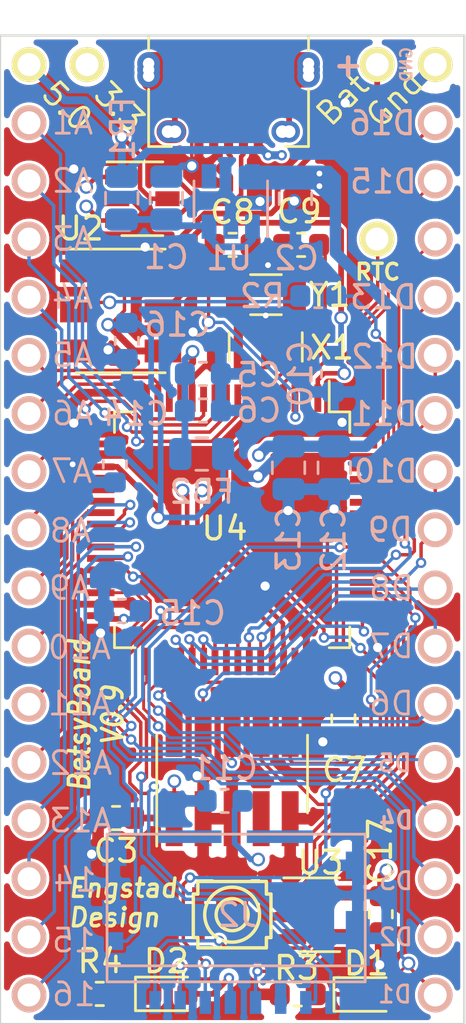
<source format=kicad_pcb>
(kicad_pcb (version 20171130) (host pcbnew "(5.1.5)-3")

  (general
    (thickness 1.6)
    (drawings 46)
    (tracks 977)
    (zones 0)
    (modules 41)
    (nets 73)
  )

  (page A4)
  (layers
    (0 F.Cu signal)
    (1 Gnd.Cu power)
    (2 Pow.Cu power)
    (31 B.Cu signal)
    (32 B.Adhes user hide)
    (33 F.Adhes user hide)
    (34 B.Paste user hide)
    (35 F.Paste user hide)
    (36 B.SilkS user)
    (37 F.SilkS user)
    (38 B.Mask user)
    (39 F.Mask user hide)
    (40 Dwgs.User user hide)
    (41 Cmts.User user hide)
    (42 Eco1.User user hide)
    (43 Eco2.User user hide)
    (44 Edge.Cuts user hide)
    (45 Margin user hide)
    (46 B.CrtYd user)
    (47 F.CrtYd user)
    (48 B.Fab user hide)
    (49 F.Fab user hide)
  )

  (setup
    (last_trace_width 0.25)
    (user_trace_width 0.127)
    (user_trace_width 0.15)
    (user_trace_width 0.2)
    (user_trace_width 0.25)
    (user_trace_width 0.3)
    (user_trace_width 0.35)
    (user_trace_width 0.5)
    (user_trace_width 1)
    (trace_clearance 0.1)
    (zone_clearance 0.127)
    (zone_45_only no)
    (trace_min 0.127)
    (via_size 0.6)
    (via_drill 0.4)
    (via_min_size 0.457)
    (via_min_drill 0.254)
    (user_via 0.4572 0.254)
    (uvia_size 0.3)
    (uvia_drill 0.1)
    (uvias_allowed no)
    (uvia_min_size 0)
    (uvia_min_drill 0)
    (edge_width 0.1)
    (segment_width 0.15)
    (pcb_text_width 0.3)
    (pcb_text_size 1.5 1.5)
    (mod_edge_width 0.15)
    (mod_text_size 1 1)
    (mod_text_width 0.15)
    (pad_size 1.524 1.524)
    (pad_drill 1.00076)
    (pad_to_mask_clearance 0.05)
    (aux_axis_origin 124.90984 100.36984)
    (visible_elements 7FFFFF7F)
    (pcbplotparams
      (layerselection 0x030f0_ffffffff)
      (usegerberextensions true)
      (usegerberattributes true)
      (usegerberadvancedattributes true)
      (creategerberjobfile true)
      (excludeedgelayer true)
      (linewidth 0.100000)
      (plotframeref false)
      (viasonmask false)
      (mode 1)
      (useauxorigin false)
      (hpglpennumber 1)
      (hpglpenspeed 20)
      (hpglpendiameter 15.000000)
      (psnegative false)
      (psa4output false)
      (plotreference true)
      (plotvalue true)
      (plotinvisibletext false)
      (padsonsilk false)
      (subtractmaskfromsilk false)
      (outputformat 1)
      (mirror false)
      (drillshape 0)
      (scaleselection 1)
      (outputdirectory "gerbers/gerber-v0.7/"))
  )

  (net 0 "")
  (net 1 GND)
  (net 2 VDD)
  (net 3 /RTC_OSC_IN)
  (net 4 /RTC_OSC_OUT)
  (net 5 /SDMMC_D2)
  (net 6 /SDMMC_D3)
  (net 7 /SDMMC_CMD)
  (net 8 /SDMMC_D0)
  (net 9 /SDMMC_D1)
  (net 10 /D1)
  (net 11 "Net-(D1-Pad1)")
  (net 12 /BOOT0)
  (net 13 /OTG_FS_D+)
  (net 14 /OTG_FS_D-)
  (net 15 /JTMS/SWDIO)
  (net 16 /JTCK/SWCLK)
  (net 17 /D16)
  (net 18 /D15)
  (net 19 /D14)
  (net 20 /D13)
  (net 21 /D12)
  (net 22 /D11)
  (net 23 /D10)
  (net 24 /D9)
  (net 25 /D8)
  (net 26 /D7)
  (net 27 /D6)
  (net 28 /D5)
  (net 29 /D4)
  (net 30 /D3)
  (net 31 /D2)
  (net 32 /A1)
  (net 33 /A2)
  (net 34 /A3)
  (net 35 /A4)
  (net 36 /A5)
  (net 37 /A6)
  (net 38 /A7)
  (net 39 /A8)
  (net 40 /A9)
  (net 41 /A10)
  (net 42 /A11)
  (net 43 /A12)
  (net 44 /A13)
  (net 45 /A14)
  (net 46 /A15)
  (net 47 /A16)
  (net 48 /JTDI)
  (net 49 /JTDO/SWO)
  (net 50 /~RST)
  (net 51 /VBAT)
  (net 52 /OSC_IN)
  (net 53 /OSC_OUT)
  (net 54 /RTC)
  (net 55 /VBAT_IN)
  (net 56 /BOOT_SEL)
  (net 57 /SDMMC_CLK)
  (net 58 /VIN)
  (net 59 VDDA)
  (net 60 "Net-(D2-Pad1)")
  (net 61 "Net-(P3-Pad7)")
  (net 62 "Net-(U1-Pad4)")
  (net 63 "Net-(U3-Pad4)")
  (net 64 /VBUS)
  (net 65 "Net-(J1-Pad6)")
  (net 66 "Net-(J1-Pad4)")
  (net 67 /D+)
  (net 68 /D-)
  (net 69 /~JTRST)
  (net 70 "Net-(SW2-Pad2)")
  (net 71 /SDMMC_DET)
  (net 72 VSSA)

  (net_class Default "This is the default net class."
    (clearance 0.1)
    (trace_width 0.25)
    (via_dia 0.6)
    (via_drill 0.4)
    (uvia_dia 0.3)
    (uvia_drill 0.1)
    (add_net /A1)
    (add_net /A10)
    (add_net /A11)
    (add_net /A12)
    (add_net /A13)
    (add_net /A14)
    (add_net /A15)
    (add_net /A16)
    (add_net /A2)
    (add_net /A3)
    (add_net /A4)
    (add_net /A5)
    (add_net /A6)
    (add_net /A7)
    (add_net /A8)
    (add_net /A9)
    (add_net /BOOT0)
    (add_net /BOOT_SEL)
    (add_net /D1)
    (add_net /D10)
    (add_net /D11)
    (add_net /D12)
    (add_net /D13)
    (add_net /D14)
    (add_net /D15)
    (add_net /D16)
    (add_net /D2)
    (add_net /D3)
    (add_net /D4)
    (add_net /D5)
    (add_net /D6)
    (add_net /D7)
    (add_net /D8)
    (add_net /D9)
    (add_net /JTCK/SWCLK)
    (add_net /JTDI)
    (add_net /JTDO/SWO)
    (add_net /JTMS/SWDIO)
    (add_net /OSC_IN)
    (add_net /OSC_OUT)
    (add_net /RTC)
    (add_net /RTC_OSC_IN)
    (add_net /RTC_OSC_OUT)
    (add_net /SDMMC_CLK)
    (add_net /SDMMC_CMD)
    (add_net /SDMMC_D0)
    (add_net /SDMMC_D1)
    (add_net /SDMMC_D2)
    (add_net /SDMMC_D3)
    (add_net /SDMMC_DET)
    (add_net /VBAT)
    (add_net /VBAT_IN)
    (add_net /VBUS)
    (add_net /~JTRST)
    (add_net /~RST)
    (add_net GND)
    (add_net "Net-(D1-Pad1)")
    (add_net "Net-(D2-Pad1)")
    (add_net "Net-(J1-Pad4)")
    (add_net "Net-(J1-Pad6)")
    (add_net "Net-(P3-Pad7)")
    (add_net "Net-(SW2-Pad2)")
    (add_net "Net-(U1-Pad4)")
    (add_net "Net-(U3-Pad4)")
    (add_net VSSA)
  )

  (net_class PowerMain ""
    (clearance 0.2)
    (trace_width 0.3)
    (via_dia 0.6)
    (via_drill 0.4)
    (uvia_dia 0.3)
    (uvia_drill 0.1)
    (add_net /VIN)
    (add_net VDD)
    (add_net VDDA)
  )

  (net_class USB ""
    (clearance 0.1524)
    (trace_width 0.381)
    (via_dia 0.6)
    (via_drill 0.4)
    (uvia_dia 0.3)
    (uvia_drill 0.1)
    (add_net /D+)
    (add_net /D-)
    (add_net /OTG_FS_D+)
    (add_net /OTG_FS_D-)
  )

  (module NetTie:NetTie-2_SMD_Pad0.5mm (layer F.Cu) (tedit 5A1CF6D3) (tstamp 5F6EB362)
    (at 115.18 72.43 270)
    (descr "Net tie, 2 pin, 0.5mm square SMD pads")
    (tags "net tie")
    (path /5F7C24DA)
    (attr virtual)
    (fp_text reference NT1 (at 0 -1.2 90) (layer F.SilkS) hide
      (effects (font (size 1 1) (thickness 0.15)))
    )
    (fp_text value Net-Tie_2 (at 0 1.2 90) (layer F.Fab)
      (effects (font (size 1 1) (thickness 0.15)))
    )
    (fp_poly (pts (xy -0.5 -0.25) (xy 0.5 -0.25) (xy 0.5 0.25) (xy -0.5 0.25)) (layer F.Cu) (width 0))
    (fp_line (start 1 -0.5) (end -1 -0.5) (layer F.CrtYd) (width 0.05))
    (fp_line (start 1 0.5) (end 1 -0.5) (layer F.CrtYd) (width 0.05))
    (fp_line (start -1 0.5) (end 1 0.5) (layer F.CrtYd) (width 0.05))
    (fp_line (start -1 -0.5) (end -1 0.5) (layer F.CrtYd) (width 0.05))
    (pad 2 smd circle (at 0.5 0 270) (size 0.5 0.5) (layers F.Cu)
      (net 72 VSSA))
    (pad 1 smd circle (at -0.5 0 270) (size 0.5 0.5) (layers F.Cu)
      (net 1 GND))
  )

  (module Package_TO_SOT_SMD:SOT-23-5 (layer B.Cu) (tedit 5A02FF57) (tstamp 5F6E8DCD)
    (at 115.97 65.72 90)
    (descr "5-pin SOT23 package")
    (tags SOT-23-5)
    (path /5F6ED042)
    (attr smd)
    (fp_text reference U1 (at -2.48 -0.07 180) (layer B.SilkS)
      (effects (font (size 1 1) (thickness 0.15)) (justify mirror))
    )
    (fp_text value LP5907MFX-3.3 (at 0 -2.9 90) (layer B.Fab)
      (effects (font (size 1 1) (thickness 0.15)) (justify mirror))
    )
    (fp_text user %R (at 0 0 180) (layer B.Fab)
      (effects (font (size 0.5 0.5) (thickness 0.075)) (justify mirror))
    )
    (fp_line (start -0.9 -1.61) (end 0.9 -1.61) (layer B.SilkS) (width 0.12))
    (fp_line (start 0.9 1.61) (end -1.55 1.61) (layer B.SilkS) (width 0.12))
    (fp_line (start -1.9 1.8) (end 1.9 1.8) (layer B.CrtYd) (width 0.05))
    (fp_line (start 1.9 1.8) (end 1.9 -1.8) (layer B.CrtYd) (width 0.05))
    (fp_line (start 1.9 -1.8) (end -1.9 -1.8) (layer B.CrtYd) (width 0.05))
    (fp_line (start -1.9 -1.8) (end -1.9 1.8) (layer B.CrtYd) (width 0.05))
    (fp_line (start -0.9 0.9) (end -0.25 1.55) (layer B.Fab) (width 0.1))
    (fp_line (start 0.9 1.55) (end -0.25 1.55) (layer B.Fab) (width 0.1))
    (fp_line (start -0.9 0.9) (end -0.9 -1.55) (layer B.Fab) (width 0.1))
    (fp_line (start 0.9 -1.55) (end -0.9 -1.55) (layer B.Fab) (width 0.1))
    (fp_line (start 0.9 1.55) (end 0.9 -1.55) (layer B.Fab) (width 0.1))
    (pad 5 smd rect (at 1.1 0.95 90) (size 1.06 0.65) (layers B.Cu B.Paste B.Mask)
      (net 2 VDD))
    (pad 4 smd rect (at 1.1 -0.95 90) (size 1.06 0.65) (layers B.Cu B.Paste B.Mask)
      (net 62 "Net-(U1-Pad4)"))
    (pad 3 smd rect (at -1.1 -0.95 90) (size 1.06 0.65) (layers B.Cu B.Paste B.Mask)
      (net 58 /VIN))
    (pad 2 smd rect (at -1.1 0 90) (size 1.06 0.65) (layers B.Cu B.Paste B.Mask)
      (net 1 GND))
    (pad 1 smd rect (at -1.1 0.95 90) (size 1.06 0.65) (layers B.Cu B.Paste B.Mask)
      (net 58 /VIN))
    (model ${KISYS3DMOD}/Package_TO_SOT_SMD.3dshapes/SOT-23-5.wrl
      (at (xyz 0 0 0))
      (scale (xyz 1 1 1))
      (rotate (xyz 0 0 0))
    )
  )

  (module engstad:usb-micro-b-amphenol-fci-10118194 (layer F.Cu) (tedit 5F690FEC) (tstamp 5F58616E)
    (at 115.8748 59.9694 180)
    (path /5FA38BF4)
    (fp_text reference J1 (at 0 -4.5 180) (layer F.SilkS) hide
      (effects (font (size 1 1) (thickness 0.15)))
    )
    (fp_text value USB_B_Micro (at 0 4 180) (layer F.Fab)
      (effects (font (size 1 1) (thickness 0.15)))
    )
    (fp_line (start 3.5 1.45) (end 3.5 0.85) (layer F.SilkS) (width 0.12))
    (fp_line (start -3.5 1.45) (end -3.5 0.85) (layer F.SilkS) (width 0.12))
    (fp_line (start -3 2.75) (end 3 2.75) (layer F.Fab) (width 0.15))
    (fp_line (start -3.5 -3.35) (end -3.5 -0.85) (layer F.SilkS) (width 0.12))
    (fp_line (start -4.025 1.45) (end 4.025 1.45) (layer F.Fab) (width 0.05))
    (fp_line (start 3.5 -2.85) (end -3.5 -2.85) (layer F.Fab) (width 0.15))
    (fp_line (start 3.5 -3.35) (end 3.5 -0.85) (layer F.SilkS) (width 0.12))
    (fp_line (start -3.5 2.15) (end 3.5 2.15) (layer F.Fab) (width 0.15))
    (fp_line (start 4 -3.5) (end 4 3) (layer F.CrtYd) (width 0.1))
    (fp_line (start 4 3) (end -4 3) (layer F.CrtYd) (width 0.1))
    (fp_line (start -4 3) (end -4 -3.5) (layer F.CrtYd) (width 0.1))
    (fp_line (start -4 -3.5) (end 4 -3.5) (layer F.CrtYd) (width 0.1))
    (fp_line (start -3.5 -3.35) (end -2.5 -3.35) (layer F.SilkS) (width 0.12))
    (fp_line (start 3.5 -3.35) (end 2.5 -3.35) (layer F.SilkS) (width 0.12))
    (fp_arc (start 4.1 2.16) (end 3.5 2.15) (angle -80.5) (layer F.Fab) (width 0.15))
    (fp_arc (start -4.1 2.16) (end -3.5 2.15) (angle 82.1) (layer F.Fab) (width 0.15))
    (fp_arc (start -1.5 2.15) (end -3 2.75) (angle 21.8) (layer F.Fab) (width 0.15))
    (fp_arc (start 1.5 2.15) (end 3 2.75) (angle -21.8) (layer F.Fab) (width 0.15))
    (pad 6 thru_hole circle (at -2.65 -2.7 180) (size 0.95 0.95) (drill 0.55) (layers *.Cu *.Mask)
      (net 65 "Net-(J1-Pad6)"))
    (pad 6 thru_hole circle (at -2.35 -2.7 180) (size 0.95 0.95) (drill 0.55) (layers *.Cu *.Mask)
      (net 65 "Net-(J1-Pad6)"))
    (pad 6 thru_hole circle (at 2.35 -2.7 180) (size 0.95 0.95) (drill 0.55) (layers *.Cu *.Mask)
      (net 65 "Net-(J1-Pad6)"))
    (pad 6 thru_hole circle (at 2.65 -2.7 180) (size 0.95 0.95) (drill 0.55) (layers *.Cu *.Mask)
      (net 65 "Net-(J1-Pad6)"))
    (pad 6 thru_hole circle (at 3.5 0 180) (size 1 1) (drill 0.5) (layers *.Cu *.Mask)
      (net 65 "Net-(J1-Pad6)"))
    (pad 6 thru_hole circle (at 3.5 0.275 180) (size 1 1) (drill 0.5) (layers *.Cu *.Mask)
      (net 65 "Net-(J1-Pad6)"))
    (pad 6 thru_hole circle (at 3.5 -0.275 180) (size 1 1) (drill 0.5) (layers *.Cu *.Mask)
      (net 65 "Net-(J1-Pad6)"))
    (pad 6 thru_hole circle (at -3.5 0.275 180) (size 1 1) (drill 0.5) (layers *.Cu *.Mask)
      (net 65 "Net-(J1-Pad6)"))
    (pad 6 thru_hole circle (at -3.5 0 180) (size 1 1) (drill 0.5) (layers *.Cu *.Mask)
      (net 65 "Net-(J1-Pad6)"))
    (pad 6 thru_hole circle (at -3.5 -0.275 180) (size 1 1) (drill 0.5) (layers *.Cu *.Mask)
      (net 65 "Net-(J1-Pad6)"))
    (pad 6 smd rect (at 2.9 0 180) (size 1.2 1.55) (layers F.Cu F.Paste F.Mask)
      (net 65 "Net-(J1-Pad6)"))
    (pad 6 smd rect (at 1 0 270) (size 1.5 1.55) (layers F.Cu F.Paste F.Mask)
      (net 65 "Net-(J1-Pad6)"))
    (pad 6 smd rect (at -1 0 180) (size 1.5 1.55) (layers F.Cu F.Paste F.Mask)
      (net 65 "Net-(J1-Pad6)"))
    (pad 6 smd rect (at -2.9 0 180) (size 1.2 1.55) (layers F.Cu F.Paste F.Mask)
      (net 65 "Net-(J1-Pad6)"))
    (pad 5 smd rect (at 1.3 -2.675 180) (size 0.4 1.35) (layers F.Cu F.Paste F.Mask)
      (net 1 GND))
    (pad 4 smd rect (at 0.65 -2.675) (size 0.4 1.35) (layers F.Cu F.Paste F.Mask)
      (net 66 "Net-(J1-Pad4)"))
    (pad 3 smd rect (at 0 -2.675) (size 0.4 1.35) (layers F.Cu F.Paste F.Mask)
      (net 67 /D+))
    (pad 2 smd rect (at -0.65 -2.675 180) (size 0.4 1.35) (layers F.Cu F.Paste F.Mask)
      (net 68 /D-))
    (pad 1 smd rect (at -1.3 -2.675 180) (size 0.4 1.35) (layers F.Cu F.Paste F.Mask)
      (net 64 /VBUS))
    (model ${KISYS3DMOD}/Connector_USB.3dshapes/USB_Micro-B_Molex_47346-0001.step
      (offset (xyz 0 1.2 0))
      (scale (xyz 1 1 1))
      (rotate (xyz 0 0 0))
    )
  )

  (module Package_TO_SOT_SMD:SOT-23-5 (layer F.Cu) (tedit 5A02FF57) (tstamp 564C4BB1)
    (at 119.84 96.8748)
    (descr "5-pin SOT23 package")
    (tags SOT-23-5)
    (path /56371853)
    (attr smd)
    (fp_text reference U3 (at 0.06 -2.2748) (layer F.SilkS)
      (effects (font (size 1 1) (thickness 0.15)))
    )
    (fp_text value APX823 (at 0 2.9) (layer F.Fab)
      (effects (font (size 1 1) (thickness 0.15)))
    )
    (fp_line (start 0.9 -1.55) (end 0.9 1.55) (layer F.Fab) (width 0.1))
    (fp_line (start 0.9 1.55) (end -0.9 1.55) (layer F.Fab) (width 0.1))
    (fp_line (start -0.9 -0.9) (end -0.9 1.55) (layer F.Fab) (width 0.1))
    (fp_line (start 0.9 -1.55) (end -0.25 -1.55) (layer F.Fab) (width 0.1))
    (fp_line (start -0.9 -0.9) (end -0.25 -1.55) (layer F.Fab) (width 0.1))
    (fp_line (start -1.9 1.8) (end -1.9 -1.8) (layer F.CrtYd) (width 0.05))
    (fp_line (start 1.9 1.8) (end -1.9 1.8) (layer F.CrtYd) (width 0.05))
    (fp_line (start 1.9 -1.8) (end 1.9 1.8) (layer F.CrtYd) (width 0.05))
    (fp_line (start -1.9 -1.8) (end 1.9 -1.8) (layer F.CrtYd) (width 0.05))
    (fp_line (start 0.9 -1.61) (end -1.55 -1.61) (layer F.SilkS) (width 0.12))
    (fp_line (start -0.9 1.61) (end 0.9 1.61) (layer F.SilkS) (width 0.12))
    (fp_text user %R (at 0 0 90) (layer F.Fab)
      (effects (font (size 0.5 0.5) (thickness 0.075)))
    )
    (pad 5 smd rect (at 1.1 -0.95) (size 1.06 0.65) (layers F.Cu F.Paste F.Mask)
      (net 2 VDD))
    (pad 4 smd rect (at 1.1 0.95) (size 1.06 0.65) (layers F.Cu F.Paste F.Mask)
      (net 63 "Net-(U3-Pad4)"))
    (pad 3 smd rect (at -1.1 0.95) (size 1.06 0.65) (layers F.Cu F.Paste F.Mask)
      (net 70 "Net-(SW2-Pad2)"))
    (pad 2 smd rect (at -1.1 0) (size 1.06 0.65) (layers F.Cu F.Paste F.Mask)
      (net 1 GND))
    (pad 1 smd rect (at -1.1 -0.95) (size 1.06 0.65) (layers F.Cu F.Paste F.Mask)
      (net 50 /~RST))
    (model ${KISYS3DMOD}/Package_TO_SOT_SMD.3dshapes/SOT-23-5.wrl
      (at (xyz 0 0 0))
      (scale (xyz 1 1 1))
      (rotate (xyz 0 0 0))
    )
  )

  (module Crystal:Crystal_SMD_3215-2Pin_3.2x1.5mm (layer F.Cu) (tedit 5A0FD1B2) (tstamp 564C4BE3)
    (at 117.51 69.79 180)
    (descr "SMD Crystal FC-135 https://support.epson.biz/td/api/doc_check.php?dl=brief_FC-135R_en.pdf")
    (tags "SMD SMT Crystal")
    (path /562BB610)
    (attr smd)
    (fp_text reference Y1 (at -2.79 -0.01) (layer F.SilkS)
      (effects (font (size 1 1) (thickness 0.15)))
    )
    (fp_text value Crystal (at 0 2) (layer F.Fab)
      (effects (font (size 1 1) (thickness 0.15)))
    )
    (fp_line (start 2 -1.15) (end 2 1.15) (layer F.CrtYd) (width 0.05))
    (fp_line (start -2 -1.15) (end -2 1.15) (layer F.CrtYd) (width 0.05))
    (fp_line (start -2 1.15) (end 2 1.15) (layer F.CrtYd) (width 0.05))
    (fp_line (start -1.6 0.75) (end 1.6 0.75) (layer F.Fab) (width 0.1))
    (fp_line (start -1.6 -0.75) (end 1.6 -0.75) (layer F.Fab) (width 0.1))
    (fp_line (start 1.6 -0.75) (end 1.6 0.75) (layer F.Fab) (width 0.1))
    (fp_line (start -0.675 -0.875) (end 0.675 -0.875) (layer F.SilkS) (width 0.12))
    (fp_line (start -0.675 0.875) (end 0.675 0.875) (layer F.SilkS) (width 0.12))
    (fp_line (start -1.6 -0.75) (end -1.6 0.75) (layer F.Fab) (width 0.1))
    (fp_line (start -2 -1.15) (end 2 -1.15) (layer F.CrtYd) (width 0.05))
    (fp_text user %R (at 0 -2) (layer F.Fab)
      (effects (font (size 1 1) (thickness 0.15)))
    )
    (pad 2 smd rect (at -1.25 0 180) (size 1 1.8) (layers F.Cu F.Paste F.Mask)
      (net 4 /RTC_OSC_OUT))
    (pad 1 smd rect (at 1.25 0 180) (size 1 1.8) (layers F.Cu F.Paste F.Mask)
      (net 3 /RTC_OSC_IN))
    (model ${KISYS3DMOD}/Crystal.3dshapes/Crystal_SMD_3215-2Pin_3.2x1.5mm.wrl
      (at (xyz 0 0 0))
      (scale (xyz 1 1 1))
      (rotate (xyz 0 0 0))
    )
    (model ${KISYS3DMOD}/Crystal.3dshapes/Crystal_SMD_MicroCrystal_CC7V-T1A-2Pin_3.2x1.5mm.wrl
      (at (xyz 0 0 0))
      (scale (xyz 1 1 1))
      (rotate (xyz 0 0 0))
    )
  )

  (module engstad:cstce-v-c (layer F.Cu) (tedit 5F68EE8D) (tstamp 564C4BD9)
    (at 117.5 72.1 180)
    (path /560C0405)
    (attr smd)
    (fp_text reference X1 (at -2.9 0 180) (layer F.SilkS)
      (effects (font (size 1 1) (thickness 0.15)))
    )
    (fp_text value XTAL (at 0 -2.5) (layer F.Fab)
      (effects (font (size 1 1) (thickness 0.15)))
    )
    (fp_line (start -1.75 -1) (end 1.75 -1) (layer F.CrtYd) (width 0.05))
    (fp_line (start 1.75 -1) (end 1.75 1) (layer F.CrtYd) (width 0.05))
    (fp_line (start 1.75 1) (end -1.75 1) (layer F.CrtYd) (width 0.05))
    (fp_line (start -1.75 1) (end -1.75 -1) (layer F.CrtYd) (width 0.05))
    (fp_line (start 1.6 -0.6) (end 1.6 0.65) (layer F.SilkS) (width 0.12))
    (fp_line (start -1.6 -0.6) (end -1.6 0.65) (layer F.SilkS) (width 0.12))
    (pad 1 smd rect (at -1.2 0 180) (size 0.4 1.9) (layers F.Cu F.Paste F.Mask)
      (net 52 /OSC_IN))
    (pad 2 smd rect (at 0 0 180) (size 0.4 1.9) (layers F.Cu F.Paste F.Mask)
      (net 1 GND))
    (pad 3 smd rect (at 1.2 0 180) (size 0.4 1.9) (layers F.Cu F.Paste F.Mask)
      (net 53 /OSC_OUT))
    (model ${KISYS3DMOD}/Crystal.3dshapes/Resonator_SMD_muRata_CSTxExxV-3Pin_3.0x1.1mm.step
      (at (xyz 0 0 0))
      (scale (xyz 1 1 1))
      (rotate (xyz 0 0 0))
    )
  )

  (module engstad:conn-jtag-0.05 (layer F.Cu) (tedit 5F68EE30) (tstamp 564C794C)
    (at 116.03 90.728)
    (path /56040117)
    (fp_text reference P3 (at -0.08 -0.058) (layer F.SilkS) hide
      (effects (font (size 1 1) (thickness 0.15)))
    )
    (fp_text value CORTEX-JTAG (at 0.02 -3.678 180) (layer F.SilkS) hide
      (effects (font (size 0.6 0.6) (thickness 0.1)))
    )
    (fp_line (start -3.5 -3.75) (end 3.5 -3.75) (layer F.CrtYd) (width 0.1))
    (fp_line (start 3.5 -3.75) (end 3.5 3.75) (layer F.CrtYd) (width 0.1))
    (fp_line (start 3.5 3.75) (end -3.5 3.75) (layer F.CrtYd) (width 0.1))
    (fp_line (start -3.5 3.75) (end -3.5 -3.75) (layer F.CrtYd) (width 0.1))
    (fp_line (start -3.3 3.15) (end -3.3 -1.7) (layer F.SilkS) (width 0.12))
    (fp_line (start 3.3 -1.7) (end 3.3 1.7) (layer F.SilkS) (width 0.12))
    (pad 2 smd rect (at -2.54 -1.95) (size 0.74 2.4) (layers F.Cu F.Paste F.Mask)
      (net 15 /JTMS/SWDIO))
    (pad 4 smd rect (at -1.27 -1.95) (size 0.74 2.4) (layers F.Cu F.Paste F.Mask)
      (net 16 /JTCK/SWCLK))
    (pad 6 smd rect (at 0 -1.95) (size 0.74 2.4) (layers F.Cu F.Paste F.Mask)
      (net 49 /JTDO/SWO))
    (pad 8 smd rect (at 1.27 -1.95) (size 0.74 2.4) (layers F.Cu F.Paste F.Mask)
      (net 48 /JTDI))
    (pad 10 smd rect (at 2.54 -1.95) (size 0.74 2.4) (layers F.Cu F.Paste F.Mask)
      (net 69 /~JTRST))
    (pad 1 smd rect (at -2.54 1.95) (size 0.74 2.4) (layers F.Cu F.Paste F.Mask)
      (net 2 VDD))
    (pad 3 smd rect (at -1.27 1.95) (size 0.74 2.4) (layers F.Cu F.Paste F.Mask)
      (net 1 GND))
    (pad 5 smd rect (at 0 1.95) (size 0.74 2.4) (layers F.Cu F.Paste F.Mask)
      (net 1 GND))
    (pad 7 smd rect (at 1.27 1.95) (size 0.74 2.4) (layers F.Cu F.Paste F.Mask)
      (net 61 "Net-(P3-Pad7)"))
    (pad 9 smd rect (at 2.54 1.95) (size 0.74 2.4) (layers F.Cu F.Paste F.Mask)
      (net 1 GND))
    (model ${KISYS3DMOD}/Connector_PinHeader_1.27mm.3dshapes/PinHeader_2x05_P1.27mm_Vertical_SMD.wrl
      (at (xyz 0 0 0))
      (scale (xyz 1 1 1))
      (rotate (xyz 0 0 90))
    )
  )

  (module engstad:slide-switch-smd-cas-220-d20 (layer F.Cu) (tedit 5F68ED41) (tstamp 567A16C7)
    (at 111.1504 70.5 270)
    (path /567A978A)
    (fp_text reference SW1 (at 0.05 3.65 90) (layer F.Fab)
      (effects (font (size 1 1) (thickness 0.15)))
    )
    (fp_text value DIPSW (at 0.03 -9.26 270) (layer F.Fab)
      (effects (font (size 1 1) (thickness 0.15)))
    )
    (fp_line (start -2.7 -1.95) (end -2.7 2.65) (layer F.SilkS) (width 0.12))
    (fp_line (start 2.7 -1.95) (end 2.7 1.95) (layer F.SilkS) (width 0.12))
    (pad 1 smd rect (at -1.75 1.85 270) (size 1 1.6) (layers F.Cu F.Paste F.Mask)
      (net 2 VDD))
    (pad 2 smd rect (at 0 1.85 270) (size 1 1.6) (layers F.Cu F.Paste F.Mask)
      (net 56 /BOOT_SEL))
    (pad 3 smd rect (at 1.75 1.85 270) (size 1 1.6) (layers F.Cu F.Paste F.Mask)
      (net 1 GND))
    (pad 4 smd rect (at -1.75 -1.85 270) (size 1 1.6) (layers F.Cu F.Paste F.Mask)
      (net 55 /VBAT_IN))
    (pad 5 smd rect (at 0 -1.85 270) (size 1 1.6) (layers F.Cu F.Paste F.Mask)
      (net 51 /VBAT))
    (pad 6 smd rect (at 1.75 -1.85 270) (size 1 1.6) (layers F.Cu F.Paste F.Mask)
      (net 2 VDD))
  )

  (module Capacitor_SMD:C_0603_1608Metric (layer B.Cu) (tedit 5B301BBE) (tstamp 564C48F6)
    (at 120.45 73.25 270)
    (descr "Capacitor SMD 0603 (1608 Metric), square (rectangular) end terminal, IPC_7351 nominal, (Body size source: http://www.tortai-tech.com/upload/download/2011102023233369053.pdf), generated with kicad-footprint-generator")
    (tags capacitor)
    (path /5603811A)
    (attr smd)
    (fp_text reference C10 (at 0 1.43 90) (layer B.SilkS)
      (effects (font (size 1 1) (thickness 0.15)) (justify mirror))
    )
    (fp_text value 0.1uF (at 0 -1.43 90) (layer B.Fab)
      (effects (font (size 1 1) (thickness 0.15)) (justify mirror))
    )
    (fp_line (start 1.48 -0.73) (end -1.48 -0.73) (layer B.CrtYd) (width 0.05))
    (fp_line (start 1.48 0.73) (end 1.48 -0.73) (layer B.CrtYd) (width 0.05))
    (fp_line (start -1.48 0.73) (end 1.48 0.73) (layer B.CrtYd) (width 0.05))
    (fp_line (start -1.48 -0.73) (end -1.48 0.73) (layer B.CrtYd) (width 0.05))
    (fp_line (start -0.162779 -0.51) (end 0.162779 -0.51) (layer B.SilkS) (width 0.12))
    (fp_line (start -0.162779 0.51) (end 0.162779 0.51) (layer B.SilkS) (width 0.12))
    (fp_line (start 0.8 -0.4) (end -0.8 -0.4) (layer B.Fab) (width 0.1))
    (fp_line (start 0.8 0.4) (end 0.8 -0.4) (layer B.Fab) (width 0.1))
    (fp_line (start -0.8 0.4) (end 0.8 0.4) (layer B.Fab) (width 0.1))
    (fp_line (start -0.8 -0.4) (end -0.8 0.4) (layer B.Fab) (width 0.1))
    (fp_text user %R (at 0 0 90) (layer B.Fab)
      (effects (font (size 0.4 0.4) (thickness 0.06)) (justify mirror))
    )
    (pad 2 smd roundrect (at 0.7875 0 270) (size 0.875 0.95) (layers B.Cu B.Paste B.Mask) (roundrect_rratio 0.25)
      (net 1 GND))
    (pad 1 smd roundrect (at -0.7875 0 270) (size 0.875 0.95) (layers B.Cu B.Paste B.Mask) (roundrect_rratio 0.25)
      (net 51 /VBAT))
    (model ${KISYS3DMOD}/Capacitor_SMD.3dshapes/C_0603_1608Metric.wrl
      (at (xyz 0 0 0))
      (scale (xyz 1 1 1))
      (rotate (xyz 0 0 0))
    )
  )

  (module Package_TO_SOT_SMD:SOT-23-6 (layer F.Cu) (tedit 5A02FF57) (tstamp 5F60FAFE)
    (at 112.1 65.6)
    (descr "6-pin SOT-23 package")
    (tags SOT-23-6)
    (path /5F6507DA)
    (attr smd)
    (fp_text reference U2 (at -2.7 1.3) (layer F.SilkS)
      (effects (font (size 1 1) (thickness 0.15)))
    )
    (fp_text value USBLC6-2SC6 (at 0 2.9) (layer F.Fab)
      (effects (font (size 1 1) (thickness 0.15)))
    )
    (fp_line (start 0.9 -1.55) (end 0.9 1.55) (layer F.Fab) (width 0.1))
    (fp_line (start 0.9 1.55) (end -0.9 1.55) (layer F.Fab) (width 0.1))
    (fp_line (start -0.9 -0.9) (end -0.9 1.55) (layer F.Fab) (width 0.1))
    (fp_line (start 0.9 -1.55) (end -0.25 -1.55) (layer F.Fab) (width 0.1))
    (fp_line (start -0.9 -0.9) (end -0.25 -1.55) (layer F.Fab) (width 0.1))
    (fp_line (start -1.9 -1.8) (end -1.9 1.8) (layer F.CrtYd) (width 0.05))
    (fp_line (start -1.9 1.8) (end 1.9 1.8) (layer F.CrtYd) (width 0.05))
    (fp_line (start 1.9 1.8) (end 1.9 -1.8) (layer F.CrtYd) (width 0.05))
    (fp_line (start 1.9 -1.8) (end -1.9 -1.8) (layer F.CrtYd) (width 0.05))
    (fp_line (start 0.9 -1.61) (end -1.55 -1.61) (layer F.SilkS) (width 0.12))
    (fp_line (start -0.9 1.61) (end 0.9 1.61) (layer F.SilkS) (width 0.12))
    (fp_text user %R (at 0 0 90) (layer F.Fab)
      (effects (font (size 0.5 0.5) (thickness 0.075)))
    )
    (pad 5 smd rect (at 1.1 0) (size 1.06 0.65) (layers F.Cu F.Paste F.Mask)
      (net 64 /VBUS))
    (pad 6 smd rect (at 1.1 -0.95) (size 1.06 0.65) (layers F.Cu F.Paste F.Mask)
      (net 67 /D+))
    (pad 4 smd rect (at 1.1 0.95) (size 1.06 0.65) (layers F.Cu F.Paste F.Mask)
      (net 68 /D-))
    (pad 3 smd rect (at -1.1 0.95) (size 1.06 0.65) (layers F.Cu F.Paste F.Mask)
      (net 14 /OTG_FS_D-))
    (pad 2 smd rect (at -1.1 0) (size 1.06 0.65) (layers F.Cu F.Paste F.Mask)
      (net 1 GND))
    (pad 1 smd rect (at -1.1 -0.95) (size 1.06 0.65) (layers F.Cu F.Paste F.Mask)
      (net 13 /OTG_FS_D+))
    (model ${KISYS3DMOD}/Package_TO_SOT_SMD.3dshapes/SOT-23-6.wrl
      (at (xyz 0 0 0))
      (scale (xyz 1 1 1))
      (rotate (xyz 0 0 0))
    )
  )

  (module engstad:Molex_PS_105162_001 (layer B.Cu) (tedit 5F5C0497) (tstamp 5F6E76FC)
    (at 116.205 97.155 180)
    (path /5F82D29C)
    (fp_text reference J2 (at -0.06008 0.27134) (layer B.SilkS)
      (effects (font (size 1 1) (thickness 0.15)) (justify mirror))
    )
    (fp_text value Micro_SD_Card (at 0.1 5.3) (layer B.Fab)
      (effects (font (size 1 1) (thickness 0.15)) (justify mirror))
    )
    (fp_line (start -6 -4.2) (end -6 4.2) (layer B.CrtYd) (width 0.12))
    (fp_line (start 6 -4.2) (end -6 -4.2) (layer B.CrtYd) (width 0.12))
    (fp_line (start 6 4.2) (end 6 -4.2) (layer B.CrtYd) (width 0.12))
    (fp_line (start -6 4.2) (end 6 4.2) (layer B.CrtYd) (width 0.12))
    (fp_poly (pts (xy 3.8 -1.65) (xy -4.55 -1.65) (xy -4.55 2.15) (xy 3.8 2.15)) (layer B.Fab) (width 0.1))
    (fp_line (start 5.65 -1.95) (end -5.65 -1.95) (layer B.SilkS) (width 0.12))
    (fp_line (start 5.65 3.8) (end 5.65 -2.65) (layer B.SilkS) (width 0.12))
    (fp_line (start -5.65 3.8) (end -5.65 -2.65) (layer B.SilkS) (width 0.12))
    (fp_line (start -5.65 3.8) (end 5.65 3.8) (layer B.SilkS) (width 0.12))
    (fp_line (start 5.65 -2.65) (end -5.65 -2.65) (layer B.SilkS) (width 0.12))
    (pad "" smd rect (at 2.095 3.69 90) (size 0.55 2.91) (layers B.Cu B.Paste B.Mask))
    (pad 10 smd rect (at 5.325 3.01) (size 1.05 1.2) (layers B.Cu B.Paste B.Mask)
      (net 1 GND))
    (pad 10 smd rect (at 5.325 0.4 180) (size 1.05 1.08) (layers B.Cu B.Paste B.Mask)
      (net 1 GND))
    (pad 9 smd rect (at 5.3 -0.87) (size 0.72 0.78) (layers B.Cu B.Paste B.Mask)
      (net 71 /SDMMC_DET))
    (pad "" smd rect (at -1.92 3.69 90) (size 0.55 2.91) (layers B.Cu B.Paste B.Mask))
    (pad 10 smd rect (at -5.325 2.44 90) (size 1.2 1.05) (layers B.Cu B.Paste B.Mask)
      (net 1 GND))
    (pad 10 smd rect (at -5.325 -0.75 270) (size 2.39 1.05) (layers B.Cu B.Paste B.Mask)
      (net 1 GND))
    (pad 8 smd rect (at -4.15 -3.55 90) (size 1 0.5) (layers B.Cu B.Paste B.Mask)
      (net 9 /SDMMC_D1))
    (pad 7 smd rect (at -3.05 -3.55 90) (size 1 0.5) (layers B.Cu B.Paste B.Mask)
      (net 8 /SDMMC_D0))
    (pad 6 smd rect (at -1.95 -3.55 90) (size 1 0.5) (layers B.Cu B.Paste B.Mask)
      (net 1 GND))
    (pad 5 smd rect (at -0.85 -3.55 90) (size 1 0.5) (layers B.Cu B.Paste B.Mask)
      (net 57 /SDMMC_CLK))
    (pad 4 smd rect (at 0.25 -3.55 90) (size 1 0.5) (layers B.Cu B.Paste B.Mask)
      (net 2 VDD))
    (pad 3 smd rect (at 1.35 -3.55 90) (size 1 0.5) (layers B.Cu B.Paste B.Mask)
      (net 7 /SDMMC_CMD))
    (pad 2 smd rect (at 2.45 -3.55 90) (size 1 0.5) (layers B.Cu B.Paste B.Mask)
      (net 6 /SDMMC_D3))
    (pad 1 smd rect (at 3.55 -3.55 90) (size 1 0.5) (layers B.Cu B.Paste B.Mask)
      (net 5 /SDMMC_D2))
  )

  (module Resistor_SMD:R_0603_1608Metric (layer F.Cu) (tedit 5B301BBD) (tstamp 564C4B13)
    (at 110.236 100.33 180)
    (descr "Resistor SMD 0603 (1608 Metric), square (rectangular) end terminal, IPC_7351 nominal, (Body size source: http://www.tortai-tech.com/upload/download/2011102023233369053.pdf), generated with kicad-footprint-generator")
    (tags resistor)
    (path /562B4DDD)
    (attr smd)
    (fp_text reference R4 (at -0.014 1.43) (layer F.SilkS)
      (effects (font (size 1 1) (thickness 0.15)))
    )
    (fp_text value 470 (at 0 1.43) (layer F.Fab)
      (effects (font (size 1 1) (thickness 0.15)))
    )
    (fp_line (start -0.8 0.4) (end -0.8 -0.4) (layer F.Fab) (width 0.1))
    (fp_line (start -0.8 -0.4) (end 0.8 -0.4) (layer F.Fab) (width 0.1))
    (fp_line (start 0.8 -0.4) (end 0.8 0.4) (layer F.Fab) (width 0.1))
    (fp_line (start 0.8 0.4) (end -0.8 0.4) (layer F.Fab) (width 0.1))
    (fp_line (start -0.162779 -0.51) (end 0.162779 -0.51) (layer F.SilkS) (width 0.12))
    (fp_line (start -0.162779 0.51) (end 0.162779 0.51) (layer F.SilkS) (width 0.12))
    (fp_line (start -1.48 0.73) (end -1.48 -0.73) (layer F.CrtYd) (width 0.05))
    (fp_line (start -1.48 -0.73) (end 1.48 -0.73) (layer F.CrtYd) (width 0.05))
    (fp_line (start 1.48 -0.73) (end 1.48 0.73) (layer F.CrtYd) (width 0.05))
    (fp_line (start 1.48 0.73) (end -1.48 0.73) (layer F.CrtYd) (width 0.05))
    (fp_text user %R (at 0 0) (layer F.Fab)
      (effects (font (size 0.4 0.4) (thickness 0.06)))
    )
    (pad 2 smd roundrect (at 0.7875 0 180) (size 0.875 0.95) (layers F.Cu F.Paste F.Mask) (roundrect_rratio 0.25)
      (net 1 GND))
    (pad 1 smd roundrect (at -0.7875 0 180) (size 0.875 0.95) (layers F.Cu F.Paste F.Mask) (roundrect_rratio 0.25)
      (net 60 "Net-(D2-Pad1)"))
    (model ${KISYS3DMOD}/Resistor_SMD.3dshapes/R_0603_1608Metric.wrl
      (at (xyz 0 0 0))
      (scale (xyz 1 1 1))
      (rotate (xyz 0 0 0))
    )
  )

  (module Resistor_SMD:R_0603_1608Metric (layer F.Cu) (tedit 5B301BBD) (tstamp 564C4AFF)
    (at 118.9 100.35 180)
    (descr "Resistor SMD 0603 (1608 Metric), square (rectangular) end terminal, IPC_7351 nominal, (Body size source: http://www.tortai-tech.com/upload/download/2011102023233369053.pdf), generated with kicad-footprint-generator")
    (tags resistor)
    (path /560C1104)
    (attr smd)
    (fp_text reference R3 (at 0.0514 1.15) (layer F.SilkS)
      (effects (font (size 1 1) (thickness 0.15)))
    )
    (fp_text value 470 (at 0 1.43) (layer F.Fab)
      (effects (font (size 1 1) (thickness 0.15)))
    )
    (fp_line (start -0.8 0.4) (end -0.8 -0.4) (layer F.Fab) (width 0.1))
    (fp_line (start -0.8 -0.4) (end 0.8 -0.4) (layer F.Fab) (width 0.1))
    (fp_line (start 0.8 -0.4) (end 0.8 0.4) (layer F.Fab) (width 0.1))
    (fp_line (start 0.8 0.4) (end -0.8 0.4) (layer F.Fab) (width 0.1))
    (fp_line (start -0.162779 -0.51) (end 0.162779 -0.51) (layer F.SilkS) (width 0.12))
    (fp_line (start -0.162779 0.51) (end 0.162779 0.51) (layer F.SilkS) (width 0.12))
    (fp_line (start -1.48 0.73) (end -1.48 -0.73) (layer F.CrtYd) (width 0.05))
    (fp_line (start -1.48 -0.73) (end 1.48 -0.73) (layer F.CrtYd) (width 0.05))
    (fp_line (start 1.48 -0.73) (end 1.48 0.73) (layer F.CrtYd) (width 0.05))
    (fp_line (start 1.48 0.73) (end -1.48 0.73) (layer F.CrtYd) (width 0.05))
    (fp_text user %R (at 0 0) (layer F.Fab)
      (effects (font (size 0.4 0.4) (thickness 0.06)))
    )
    (pad 2 smd roundrect (at 0.7875 0 180) (size 0.875 0.95) (layers F.Cu F.Paste F.Mask) (roundrect_rratio 0.25)
      (net 1 GND))
    (pad 1 smd roundrect (at -0.7875 0 180) (size 0.875 0.95) (layers F.Cu F.Paste F.Mask) (roundrect_rratio 0.25)
      (net 11 "Net-(D1-Pad1)"))
    (model ${KISYS3DMOD}/Resistor_SMD.3dshapes/R_0603_1608Metric.wrl
      (at (xyz 0 0 0))
      (scale (xyz 1 1 1))
      (rotate (xyz 0 0 0))
    )
  )

  (module Resistor_SMD:R_0603_1608Metric (layer B.Cu) (tedit 5B301BBD) (tstamp 564C4B09)
    (at 119.8 69.85)
    (descr "Resistor SMD 0603 (1608 Metric), square (rectangular) end terminal, IPC_7351 nominal, (Body size source: http://www.tortai-tech.com/upload/download/2011102023233369053.pdf), generated with kicad-footprint-generator")
    (tags resistor)
    (path /5629BEEA)
    (attr smd)
    (fp_text reference R2 (at -2.45 0) (layer B.SilkS)
      (effects (font (size 1 1) (thickness 0.15)) (justify mirror))
    )
    (fp_text value 10k (at 0 -1.43) (layer B.Fab)
      (effects (font (size 1 1) (thickness 0.15)) (justify mirror))
    )
    (fp_line (start -0.8 -0.4) (end -0.8 0.4) (layer B.Fab) (width 0.1))
    (fp_line (start -0.8 0.4) (end 0.8 0.4) (layer B.Fab) (width 0.1))
    (fp_line (start 0.8 0.4) (end 0.8 -0.4) (layer B.Fab) (width 0.1))
    (fp_line (start 0.8 -0.4) (end -0.8 -0.4) (layer B.Fab) (width 0.1))
    (fp_line (start -0.162779 0.51) (end 0.162779 0.51) (layer B.SilkS) (width 0.12))
    (fp_line (start -0.162779 -0.51) (end 0.162779 -0.51) (layer B.SilkS) (width 0.12))
    (fp_line (start -1.48 -0.73) (end -1.48 0.73) (layer B.CrtYd) (width 0.05))
    (fp_line (start -1.48 0.73) (end 1.48 0.73) (layer B.CrtYd) (width 0.05))
    (fp_line (start 1.48 0.73) (end 1.48 -0.73) (layer B.CrtYd) (width 0.05))
    (fp_line (start 1.48 -0.73) (end -1.48 -0.73) (layer B.CrtYd) (width 0.05))
    (fp_text user %R (at 0 0) (layer B.Fab)
      (effects (font (size 0.4 0.4) (thickness 0.06)) (justify mirror))
    )
    (pad 2 smd roundrect (at 0.7875 0) (size 0.875 0.95) (layers B.Cu B.Paste B.Mask) (roundrect_rratio 0.25)
      (net 12 /BOOT0))
    (pad 1 smd roundrect (at -0.7875 0) (size 0.875 0.95) (layers B.Cu B.Paste B.Mask) (roundrect_rratio 0.25)
      (net 56 /BOOT_SEL))
    (model ${KISYS3DMOD}/Resistor_SMD.3dshapes/R_0603_1608Metric.wrl
      (at (xyz 0 0 0))
      (scale (xyz 1 1 1))
      (rotate (xyz 0 0 0))
    )
  )

  (module LED_SMD:LED_0603_1608Metric (layer F.Cu) (tedit 5B301BBE) (tstamp 56DD5AF5)
    (at 113.284 100.33)
    (descr "LED SMD 0603 (1608 Metric), square (rectangular) end terminal, IPC_7351 nominal, (Body size source: http://www.tortai-tech.com/upload/download/2011102023233369053.pdf), generated with kicad-footprint-generator")
    (tags diode)
    (path /562B4DD6)
    (attr smd)
    (fp_text reference D2 (at -0.134 -1.43) (layer F.SilkS)
      (effects (font (size 1 1) (thickness 0.15)))
    )
    (fp_text value GREEN (at 0 1.43) (layer F.Fab)
      (effects (font (size 1 1) (thickness 0.15)))
    )
    (fp_line (start 0.8 -0.4) (end -0.5 -0.4) (layer F.Fab) (width 0.1))
    (fp_line (start -0.5 -0.4) (end -0.8 -0.1) (layer F.Fab) (width 0.1))
    (fp_line (start -0.8 -0.1) (end -0.8 0.4) (layer F.Fab) (width 0.1))
    (fp_line (start -0.8 0.4) (end 0.8 0.4) (layer F.Fab) (width 0.1))
    (fp_line (start 0.8 0.4) (end 0.8 -0.4) (layer F.Fab) (width 0.1))
    (fp_line (start 0.8 -0.735) (end -1.485 -0.735) (layer F.SilkS) (width 0.12))
    (fp_line (start -1.485 -0.735) (end -1.485 0.735) (layer F.SilkS) (width 0.12))
    (fp_line (start -1.485 0.735) (end 0.8 0.735) (layer F.SilkS) (width 0.12))
    (fp_line (start -1.48 0.73) (end -1.48 -0.73) (layer F.CrtYd) (width 0.05))
    (fp_line (start -1.48 -0.73) (end 1.48 -0.73) (layer F.CrtYd) (width 0.05))
    (fp_line (start 1.48 -0.73) (end 1.48 0.73) (layer F.CrtYd) (width 0.05))
    (fp_line (start 1.48 0.73) (end -1.48 0.73) (layer F.CrtYd) (width 0.05))
    (fp_text user %R (at 0 0) (layer F.Fab)
      (effects (font (size 0.4 0.4) (thickness 0.06)))
    )
    (pad 2 smd roundrect (at 0.7875 0) (size 0.875 0.95) (layers F.Cu F.Paste F.Mask) (roundrect_rratio 0.25)
      (net 2 VDD))
    (pad 1 smd roundrect (at -0.7875 0) (size 0.875 0.95) (layers F.Cu F.Paste F.Mask) (roundrect_rratio 0.25)
      (net 60 "Net-(D2-Pad1)"))
    (model ${KISYS3DMOD}/LED_SMD.3dshapes/LED_0603_1608Metric.wrl
      (at (xyz 0 0 0))
      (scale (xyz 1 1 1))
      (rotate (xyz 0 0 0))
    )
  )

  (module LED_SMD:LED_0603_1608Metric (layer F.Cu) (tedit 5B301BBE) (tstamp 56DD5AEF)
    (at 121.9708 100.3554)
    (descr "LED SMD 0603 (1608 Metric), square (rectangular) end terminal, IPC_7351 nominal, (Body size source: http://www.tortai-tech.com/upload/download/2011102023233369053.pdf), generated with kicad-footprint-generator")
    (tags diode)
    (path /560C0EFD)
    (attr smd)
    (fp_text reference D1 (at -0.0708 -1.3554) (layer F.SilkS)
      (effects (font (size 1 1) (thickness 0.15)))
    )
    (fp_text value RED (at 0 1.43) (layer F.Fab)
      (effects (font (size 1 1) (thickness 0.15)))
    )
    (fp_line (start 0.8 -0.4) (end -0.5 -0.4) (layer F.Fab) (width 0.1))
    (fp_line (start -0.5 -0.4) (end -0.8 -0.1) (layer F.Fab) (width 0.1))
    (fp_line (start -0.8 -0.1) (end -0.8 0.4) (layer F.Fab) (width 0.1))
    (fp_line (start -0.8 0.4) (end 0.8 0.4) (layer F.Fab) (width 0.1))
    (fp_line (start 0.8 0.4) (end 0.8 -0.4) (layer F.Fab) (width 0.1))
    (fp_line (start 0.8 -0.735) (end -1.485 -0.735) (layer F.SilkS) (width 0.12))
    (fp_line (start -1.485 -0.735) (end -1.485 0.735) (layer F.SilkS) (width 0.12))
    (fp_line (start -1.485 0.735) (end 0.8 0.735) (layer F.SilkS) (width 0.12))
    (fp_line (start -1.48 0.73) (end -1.48 -0.73) (layer F.CrtYd) (width 0.05))
    (fp_line (start -1.48 -0.73) (end 1.48 -0.73) (layer F.CrtYd) (width 0.05))
    (fp_line (start 1.48 -0.73) (end 1.48 0.73) (layer F.CrtYd) (width 0.05))
    (fp_line (start 1.48 0.73) (end -1.48 0.73) (layer F.CrtYd) (width 0.05))
    (fp_text user %R (at 0 0) (layer F.Fab)
      (effects (font (size 0.4 0.4) (thickness 0.06)))
    )
    (pad 2 smd roundrect (at 0.7875 0) (size 0.875 0.95) (layers F.Cu F.Paste F.Mask) (roundrect_rratio 0.25)
      (net 10 /D1))
    (pad 1 smd roundrect (at -0.7875 0) (size 0.875 0.95) (layers F.Cu F.Paste F.Mask) (roundrect_rratio 0.25)
      (net 11 "Net-(D1-Pad1)"))
    (model ${KISYS3DMOD}/LED_SMD.3dshapes/LED_0603_1608Metric.wrl
      (at (xyz 0 0 0))
      (scale (xyz 1 1 1))
      (rotate (xyz 0 0 0))
    )
  )

  (module Capacitor_SMD:C_0603_1608Metric (layer F.Cu) (tedit 5B301BBE) (tstamp 564C4892)
    (at 122.5324 96.8494 270)
    (descr "Capacitor SMD 0603 (1608 Metric), square (rectangular) end terminal, IPC_7351 nominal, (Body size source: http://www.tortai-tech.com/upload/download/2011102023233369053.pdf), generated with kicad-footprint-generator")
    (tags capacitor)
    (path /55FB1BDE)
    (attr smd)
    (fp_text reference C17 (at -2.7494 0.0324 90) (layer F.SilkS)
      (effects (font (size 1 1) (thickness 0.15)))
    )
    (fp_text value 0.1uF (at 0 1.43 90) (layer F.Fab)
      (effects (font (size 1 1) (thickness 0.15)))
    )
    (fp_line (start -0.8 0.4) (end -0.8 -0.4) (layer F.Fab) (width 0.1))
    (fp_line (start -0.8 -0.4) (end 0.8 -0.4) (layer F.Fab) (width 0.1))
    (fp_line (start 0.8 -0.4) (end 0.8 0.4) (layer F.Fab) (width 0.1))
    (fp_line (start 0.8 0.4) (end -0.8 0.4) (layer F.Fab) (width 0.1))
    (fp_line (start -0.162779 -0.51) (end 0.162779 -0.51) (layer F.SilkS) (width 0.12))
    (fp_line (start -0.162779 0.51) (end 0.162779 0.51) (layer F.SilkS) (width 0.12))
    (fp_line (start -1.48 0.73) (end -1.48 -0.73) (layer F.CrtYd) (width 0.05))
    (fp_line (start -1.48 -0.73) (end 1.48 -0.73) (layer F.CrtYd) (width 0.05))
    (fp_line (start 1.48 -0.73) (end 1.48 0.73) (layer F.CrtYd) (width 0.05))
    (fp_line (start 1.48 0.73) (end -1.48 0.73) (layer F.CrtYd) (width 0.05))
    (fp_text user %R (at 0 0 90) (layer F.Fab)
      (effects (font (size 0.4 0.4) (thickness 0.06)))
    )
    (pad 2 smd roundrect (at 0.7875 0 270) (size 0.875 0.95) (layers F.Cu F.Paste F.Mask) (roundrect_rratio 0.25)
      (net 1 GND))
    (pad 1 smd roundrect (at -0.7875 0 270) (size 0.875 0.95) (layers F.Cu F.Paste F.Mask) (roundrect_rratio 0.25)
      (net 2 VDD))
    (model ${KISYS3DMOD}/Capacitor_SMD.3dshapes/C_0603_1608Metric.wrl
      (at (xyz 0 0 0))
      (scale (xyz 1 1 1))
      (rotate (xyz 0 0 0))
    )
  )

  (module Capacitor_SMD:C_0603_1608Metric (layer B.Cu) (tedit 5B301BBE) (tstamp 564C487E)
    (at 111.2 83.6 180)
    (descr "Capacitor SMD 0603 (1608 Metric), square (rectangular) end terminal, IPC_7351 nominal, (Body size source: http://www.tortai-tech.com/upload/download/2011102023233369053.pdf), generated with kicad-footprint-generator")
    (tags capacitor)
    (path /55FB1B48)
    (attr smd)
    (fp_text reference C15 (at -3.1 -0.1) (layer B.SilkS)
      (effects (font (size 1 1) (thickness 0.15)) (justify mirror))
    )
    (fp_text value 0.1uF (at 0 -1.43) (layer B.Fab)
      (effects (font (size 1 1) (thickness 0.15)) (justify mirror))
    )
    (fp_line (start -0.8 -0.4) (end -0.8 0.4) (layer B.Fab) (width 0.1))
    (fp_line (start -0.8 0.4) (end 0.8 0.4) (layer B.Fab) (width 0.1))
    (fp_line (start 0.8 0.4) (end 0.8 -0.4) (layer B.Fab) (width 0.1))
    (fp_line (start 0.8 -0.4) (end -0.8 -0.4) (layer B.Fab) (width 0.1))
    (fp_line (start -0.162779 0.51) (end 0.162779 0.51) (layer B.SilkS) (width 0.12))
    (fp_line (start -0.162779 -0.51) (end 0.162779 -0.51) (layer B.SilkS) (width 0.12))
    (fp_line (start -1.48 -0.73) (end -1.48 0.73) (layer B.CrtYd) (width 0.05))
    (fp_line (start -1.48 0.73) (end 1.48 0.73) (layer B.CrtYd) (width 0.05))
    (fp_line (start 1.48 0.73) (end 1.48 -0.73) (layer B.CrtYd) (width 0.05))
    (fp_line (start 1.48 -0.73) (end -1.48 -0.73) (layer B.CrtYd) (width 0.05))
    (fp_text user %R (at 0 0) (layer B.Fab)
      (effects (font (size 0.4 0.4) (thickness 0.06)) (justify mirror))
    )
    (pad 2 smd roundrect (at 0.7875 0 180) (size 0.875 0.95) (layers B.Cu B.Paste B.Mask) (roundrect_rratio 0.25)
      (net 1 GND))
    (pad 1 smd roundrect (at -0.7875 0 180) (size 0.875 0.95) (layers B.Cu B.Paste B.Mask) (roundrect_rratio 0.25)
      (net 2 VDD))
    (model ${KISYS3DMOD}/Capacitor_SMD.3dshapes/C_0603_1608Metric.wrl
      (at (xyz 0 0 0))
      (scale (xyz 1 1 1))
      (rotate (xyz 0 0 0))
    )
  )

  (module Capacitor_SMD:C_0603_1608Metric (layer B.Cu) (tedit 5B301BBE) (tstamp 57D80E61)
    (at 115.7 91.9 180)
    (descr "Capacitor SMD 0603 (1608 Metric), square (rectangular) end terminal, IPC_7351 nominal, (Body size source: http://www.tortai-tech.com/upload/download/2011102023233369053.pdf), generated with kicad-footprint-generator")
    (tags capacitor)
    (path /57D7DBA4)
    (attr smd)
    (fp_text reference C11 (at 0 1.43) (layer B.SilkS)
      (effects (font (size 1 1) (thickness 0.15)) (justify mirror))
    )
    (fp_text value 0.1uF (at 0 -1.43) (layer B.Fab)
      (effects (font (size 1 1) (thickness 0.15)) (justify mirror))
    )
    (fp_line (start -0.8 -0.4) (end -0.8 0.4) (layer B.Fab) (width 0.1))
    (fp_line (start -0.8 0.4) (end 0.8 0.4) (layer B.Fab) (width 0.1))
    (fp_line (start 0.8 0.4) (end 0.8 -0.4) (layer B.Fab) (width 0.1))
    (fp_line (start 0.8 -0.4) (end -0.8 -0.4) (layer B.Fab) (width 0.1))
    (fp_line (start -0.162779 0.51) (end 0.162779 0.51) (layer B.SilkS) (width 0.12))
    (fp_line (start -0.162779 -0.51) (end 0.162779 -0.51) (layer B.SilkS) (width 0.12))
    (fp_line (start -1.48 -0.73) (end -1.48 0.73) (layer B.CrtYd) (width 0.05))
    (fp_line (start -1.48 0.73) (end 1.48 0.73) (layer B.CrtYd) (width 0.05))
    (fp_line (start 1.48 0.73) (end 1.48 -0.73) (layer B.CrtYd) (width 0.05))
    (fp_line (start 1.48 -0.73) (end -1.48 -0.73) (layer B.CrtYd) (width 0.05))
    (fp_text user %R (at 0 0) (layer B.Fab)
      (effects (font (size 0.4 0.4) (thickness 0.06)) (justify mirror))
    )
    (pad 2 smd roundrect (at 0.7875 0 180) (size 0.875 0.95) (layers B.Cu B.Paste B.Mask) (roundrect_rratio 0.25)
      (net 1 GND))
    (pad 1 smd roundrect (at -0.7875 0 180) (size 0.875 0.95) (layers B.Cu B.Paste B.Mask) (roundrect_rratio 0.25)
      (net 2 VDD))
    (model ${KISYS3DMOD}/Capacitor_SMD.3dshapes/C_0603_1608Metric.wrl
      (at (xyz 0 0 0))
      (scale (xyz 1 1 1))
      (rotate (xyz 0 0 0))
    )
  )

  (module Capacitor_SMD:C_0603_1608Metric (layer F.Cu) (tedit 5B301BBE) (tstamp 564C4900)
    (at 119.05 67.614 180)
    (descr "Capacitor SMD 0603 (1608 Metric), square (rectangular) end terminal, IPC_7351 nominal, (Body size source: http://www.tortai-tech.com/upload/download/2011102023233369053.pdf), generated with kicad-footprint-generator")
    (tags capacitor)
    (path /562BB746)
    (attr smd)
    (fp_text reference C9 (at 0.08 1.464) (layer F.SilkS)
      (effects (font (size 1 1) (thickness 0.15)))
    )
    (fp_text value 10pF (at 0 1.43) (layer F.Fab)
      (effects (font (size 1 1) (thickness 0.15)))
    )
    (fp_line (start -0.8 0.4) (end -0.8 -0.4) (layer F.Fab) (width 0.1))
    (fp_line (start -0.8 -0.4) (end 0.8 -0.4) (layer F.Fab) (width 0.1))
    (fp_line (start 0.8 -0.4) (end 0.8 0.4) (layer F.Fab) (width 0.1))
    (fp_line (start 0.8 0.4) (end -0.8 0.4) (layer F.Fab) (width 0.1))
    (fp_line (start -0.162779 -0.51) (end 0.162779 -0.51) (layer F.SilkS) (width 0.12))
    (fp_line (start -0.162779 0.51) (end 0.162779 0.51) (layer F.SilkS) (width 0.12))
    (fp_line (start -1.48 0.73) (end -1.48 -0.73) (layer F.CrtYd) (width 0.05))
    (fp_line (start -1.48 -0.73) (end 1.48 -0.73) (layer F.CrtYd) (width 0.05))
    (fp_line (start 1.48 -0.73) (end 1.48 0.73) (layer F.CrtYd) (width 0.05))
    (fp_line (start 1.48 0.73) (end -1.48 0.73) (layer F.CrtYd) (width 0.05))
    (fp_text user %R (at 0 0) (layer F.Fab)
      (effects (font (size 0.4 0.4) (thickness 0.06)))
    )
    (pad 2 smd roundrect (at 0.7875 0 180) (size 0.875 0.95) (layers F.Cu F.Paste F.Mask) (roundrect_rratio 0.25)
      (net 1 GND))
    (pad 1 smd roundrect (at -0.7875 0 180) (size 0.875 0.95) (layers F.Cu F.Paste F.Mask) (roundrect_rratio 0.25)
      (net 4 /RTC_OSC_OUT))
    (model ${KISYS3DMOD}/Capacitor_SMD.3dshapes/C_0603_1608Metric.wrl
      (at (xyz 0 0 0))
      (scale (xyz 1 1 1))
      (rotate (xyz 0 0 0))
    )
  )

  (module Capacitor_SMD:C_0603_1608Metric (layer F.Cu) (tedit 5B301BBE) (tstamp 564C48EC)
    (at 116.05 67.614)
    (descr "Capacitor SMD 0603 (1608 Metric), square (rectangular) end terminal, IPC_7351 nominal, (Body size source: http://www.tortai-tech.com/upload/download/2011102023233369053.pdf), generated with kicad-footprint-generator")
    (tags capacitor)
    (path /562BB6B5)
    (attr smd)
    (fp_text reference C8 (at 0 -1.43) (layer F.SilkS)
      (effects (font (size 1 1) (thickness 0.15)))
    )
    (fp_text value 10pF (at 0 1.43) (layer F.Fab)
      (effects (font (size 1 1) (thickness 0.15)))
    )
    (fp_line (start -0.8 0.4) (end -0.8 -0.4) (layer F.Fab) (width 0.1))
    (fp_line (start -0.8 -0.4) (end 0.8 -0.4) (layer F.Fab) (width 0.1))
    (fp_line (start 0.8 -0.4) (end 0.8 0.4) (layer F.Fab) (width 0.1))
    (fp_line (start 0.8 0.4) (end -0.8 0.4) (layer F.Fab) (width 0.1))
    (fp_line (start -0.162779 -0.51) (end 0.162779 -0.51) (layer F.SilkS) (width 0.12))
    (fp_line (start -0.162779 0.51) (end 0.162779 0.51) (layer F.SilkS) (width 0.12))
    (fp_line (start -1.48 0.73) (end -1.48 -0.73) (layer F.CrtYd) (width 0.05))
    (fp_line (start -1.48 -0.73) (end 1.48 -0.73) (layer F.CrtYd) (width 0.05))
    (fp_line (start 1.48 -0.73) (end 1.48 0.73) (layer F.CrtYd) (width 0.05))
    (fp_line (start 1.48 0.73) (end -1.48 0.73) (layer F.CrtYd) (width 0.05))
    (fp_text user %R (at 0 0) (layer F.Fab)
      (effects (font (size 0.4 0.4) (thickness 0.06)))
    )
    (pad 2 smd roundrect (at 0.7875 0) (size 0.875 0.95) (layers F.Cu F.Paste F.Mask) (roundrect_rratio 0.25)
      (net 1 GND))
    (pad 1 smd roundrect (at -0.7875 0) (size 0.875 0.95) (layers F.Cu F.Paste F.Mask) (roundrect_rratio 0.25)
      (net 3 /RTC_OSC_IN))
    (model ${KISYS3DMOD}/Capacitor_SMD.3dshapes/C_0603_1608Metric.wrl
      (at (xyz 0 0 0))
      (scale (xyz 1 1 1))
      (rotate (xyz 0 0 0))
    )
  )

  (module Capacitor_SMD:C_0603_1608Metric (layer F.Cu) (tedit 5B301BBE) (tstamp 564F3398)
    (at 110.95 92.65 180)
    (descr "Capacitor SMD 0603 (1608 Metric), square (rectangular) end terminal, IPC_7351 nominal, (Body size source: http://www.tortai-tech.com/upload/download/2011102023233369053.pdf), generated with kicad-footprint-generator")
    (tags capacitor)
    (path /564EFD30)
    (attr smd)
    (fp_text reference C3 (at 0 -1.43) (layer F.SilkS)
      (effects (font (size 1 1) (thickness 0.15)))
    )
    (fp_text value 0.1uF (at 0 1.43) (layer F.Fab)
      (effects (font (size 1 1) (thickness 0.15)))
    )
    (fp_line (start -0.8 0.4) (end -0.8 -0.4) (layer F.Fab) (width 0.1))
    (fp_line (start -0.8 -0.4) (end 0.8 -0.4) (layer F.Fab) (width 0.1))
    (fp_line (start 0.8 -0.4) (end 0.8 0.4) (layer F.Fab) (width 0.1))
    (fp_line (start 0.8 0.4) (end -0.8 0.4) (layer F.Fab) (width 0.1))
    (fp_line (start -0.162779 -0.51) (end 0.162779 -0.51) (layer F.SilkS) (width 0.12))
    (fp_line (start -0.162779 0.51) (end 0.162779 0.51) (layer F.SilkS) (width 0.12))
    (fp_line (start -1.48 0.73) (end -1.48 -0.73) (layer F.CrtYd) (width 0.05))
    (fp_line (start -1.48 -0.73) (end 1.48 -0.73) (layer F.CrtYd) (width 0.05))
    (fp_line (start 1.48 -0.73) (end 1.48 0.73) (layer F.CrtYd) (width 0.05))
    (fp_line (start 1.48 0.73) (end -1.48 0.73) (layer F.CrtYd) (width 0.05))
    (fp_text user %R (at 0 0) (layer F.Fab)
      (effects (font (size 0.4 0.4) (thickness 0.06)))
    )
    (pad 2 smd roundrect (at 0.7875 0 180) (size 0.875 0.95) (layers F.Cu F.Paste F.Mask) (roundrect_rratio 0.25)
      (net 1 GND))
    (pad 1 smd roundrect (at -0.7875 0 180) (size 0.875 0.95) (layers F.Cu F.Paste F.Mask) (roundrect_rratio 0.25)
      (net 2 VDD))
    (model ${KISYS3DMOD}/Capacitor_SMD.3dshapes/C_0603_1608Metric.wrl
      (at (xyz 0 0 0))
      (scale (xyz 1 1 1))
      (rotate (xyz 0 0 0))
    )
  )

  (module Capacitor_SMD:C_0603_1608Metric (layer B.Cu) (tedit 5B301BBE) (tstamp 564C4874)
    (at 110.9 77.2 270)
    (descr "Capacitor SMD 0603 (1608 Metric), square (rectangular) end terminal, IPC_7351 nominal, (Body size source: http://www.tortai-tech.com/upload/download/2011102023233369053.pdf), generated with kicad-footprint-generator")
    (tags capacitor)
    (path /55FB1B14)
    (attr smd)
    (fp_text reference C14 (at -2.2 -0.9 180) (layer B.SilkS)
      (effects (font (size 1 1) (thickness 0.15)) (justify mirror))
    )
    (fp_text value 0.1uF (at 0 -1.43 90) (layer B.Fab)
      (effects (font (size 1 1) (thickness 0.15)) (justify mirror))
    )
    (fp_line (start -0.8 -0.4) (end -0.8 0.4) (layer B.Fab) (width 0.1))
    (fp_line (start -0.8 0.4) (end 0.8 0.4) (layer B.Fab) (width 0.1))
    (fp_line (start 0.8 0.4) (end 0.8 -0.4) (layer B.Fab) (width 0.1))
    (fp_line (start 0.8 -0.4) (end -0.8 -0.4) (layer B.Fab) (width 0.1))
    (fp_line (start -0.162779 0.51) (end 0.162779 0.51) (layer B.SilkS) (width 0.12))
    (fp_line (start -0.162779 -0.51) (end 0.162779 -0.51) (layer B.SilkS) (width 0.12))
    (fp_line (start -1.48 -0.73) (end -1.48 0.73) (layer B.CrtYd) (width 0.05))
    (fp_line (start -1.48 0.73) (end 1.48 0.73) (layer B.CrtYd) (width 0.05))
    (fp_line (start 1.48 0.73) (end 1.48 -0.73) (layer B.CrtYd) (width 0.05))
    (fp_line (start 1.48 -0.73) (end -1.48 -0.73) (layer B.CrtYd) (width 0.05))
    (fp_text user %R (at 0 0 90) (layer B.Fab)
      (effects (font (size 0.4 0.4) (thickness 0.06)) (justify mirror))
    )
    (pad 2 smd roundrect (at 0.7875 0 270) (size 0.875 0.95) (layers B.Cu B.Paste B.Mask) (roundrect_rratio 0.25)
      (net 1 GND))
    (pad 1 smd roundrect (at -0.7875 0 270) (size 0.875 0.95) (layers B.Cu B.Paste B.Mask) (roundrect_rratio 0.25)
      (net 2 VDD))
    (model ${KISYS3DMOD}/Capacitor_SMD.3dshapes/C_0603_1608Metric.wrl
      (at (xyz 0 0 0))
      (scale (xyz 1 1 1))
      (rotate (xyz 0 0 0))
    )
  )

  (module Capacitor_SMD:C_0603_1608Metric (layer F.Cu) (tedit 5B301BBE) (tstamp 564C484A)
    (at 120.9 88.3 90)
    (descr "Capacitor SMD 0603 (1608 Metric), square (rectangular) end terminal, IPC_7351 nominal, (Body size source: http://www.tortai-tech.com/upload/download/2011102023233369053.pdf), generated with kicad-footprint-generator")
    (tags capacitor)
    (path /55FB28C4)
    (attr smd)
    (fp_text reference C7 (at -2.25 0.05 180) (layer F.SilkS)
      (effects (font (size 1 1) (thickness 0.15)))
    )
    (fp_text value 0.1uF (at 0 1.43 90) (layer F.Fab)
      (effects (font (size 1 1) (thickness 0.15)))
    )
    (fp_line (start -0.8 0.4) (end -0.8 -0.4) (layer F.Fab) (width 0.1))
    (fp_line (start -0.8 -0.4) (end 0.8 -0.4) (layer F.Fab) (width 0.1))
    (fp_line (start 0.8 -0.4) (end 0.8 0.4) (layer F.Fab) (width 0.1))
    (fp_line (start 0.8 0.4) (end -0.8 0.4) (layer F.Fab) (width 0.1))
    (fp_line (start -0.162779 -0.51) (end 0.162779 -0.51) (layer F.SilkS) (width 0.12))
    (fp_line (start -0.162779 0.51) (end 0.162779 0.51) (layer F.SilkS) (width 0.12))
    (fp_line (start -1.48 0.73) (end -1.48 -0.73) (layer F.CrtYd) (width 0.05))
    (fp_line (start -1.48 -0.73) (end 1.48 -0.73) (layer F.CrtYd) (width 0.05))
    (fp_line (start 1.48 -0.73) (end 1.48 0.73) (layer F.CrtYd) (width 0.05))
    (fp_line (start 1.48 0.73) (end -1.48 0.73) (layer F.CrtYd) (width 0.05))
    (fp_text user %R (at 0 0 90) (layer F.Fab)
      (effects (font (size 0.4 0.4) (thickness 0.06)))
    )
    (pad 2 smd roundrect (at 0.7875 0 90) (size 0.875 0.95) (layers F.Cu F.Paste F.Mask) (roundrect_rratio 0.25)
      (net 2 VDD))
    (pad 1 smd roundrect (at -0.7875 0 90) (size 0.875 0.95) (layers F.Cu F.Paste F.Mask) (roundrect_rratio 0.25)
      (net 1 GND))
    (model ${KISYS3DMOD}/Capacitor_SMD.3dshapes/C_0603_1608Metric.wrl
      (at (xyz 0 0 0))
      (scale (xyz 1 1 1))
      (rotate (xyz 0 0 0))
    )
  )

  (module Capacitor_SMD:C_0805_2012Metric (layer B.Cu) (tedit 5B36C52B) (tstamp 564C48E2)
    (at 118.8 65.6 270)
    (descr "Capacitor SMD 0805 (2012 Metric), square (rectangular) end terminal, IPC_7351 nominal, (Body size source: https://docs.google.com/spreadsheets/d/1BsfQQcO9C6DZCsRaXUlFlo91Tg2WpOkGARC1WS5S8t0/edit?usp=sharing), generated with kicad-footprint-generator")
    (tags capacitor)
    (path /563870A0)
    (attr smd)
    (fp_text reference C2 (at 2.6 -0.05) (layer B.SilkS)
      (effects (font (size 1 1) (thickness 0.15)) (justify mirror))
    )
    (fp_text value 1uF (at 0 -1.65 90) (layer B.Fab)
      (effects (font (size 1 1) (thickness 0.15)) (justify mirror))
    )
    (fp_line (start -1 -0.6) (end -1 0.6) (layer B.Fab) (width 0.1))
    (fp_line (start -1 0.6) (end 1 0.6) (layer B.Fab) (width 0.1))
    (fp_line (start 1 0.6) (end 1 -0.6) (layer B.Fab) (width 0.1))
    (fp_line (start 1 -0.6) (end -1 -0.6) (layer B.Fab) (width 0.1))
    (fp_line (start -0.258578 0.71) (end 0.258578 0.71) (layer B.SilkS) (width 0.12))
    (fp_line (start -0.258578 -0.71) (end 0.258578 -0.71) (layer B.SilkS) (width 0.12))
    (fp_line (start -1.68 -0.95) (end -1.68 0.95) (layer B.CrtYd) (width 0.05))
    (fp_line (start -1.68 0.95) (end 1.68 0.95) (layer B.CrtYd) (width 0.05))
    (fp_line (start 1.68 0.95) (end 1.68 -0.95) (layer B.CrtYd) (width 0.05))
    (fp_line (start 1.68 -0.95) (end -1.68 -0.95) (layer B.CrtYd) (width 0.05))
    (fp_text user %R (at 0 0 90) (layer B.Fab)
      (effects (font (size 0.5 0.5) (thickness 0.08)) (justify mirror))
    )
    (pad 2 smd roundrect (at 0.9375 0 270) (size 0.975 1.4) (layers B.Cu B.Paste B.Mask) (roundrect_rratio 0.25)
      (net 1 GND))
    (pad 1 smd roundrect (at -0.9375 0 270) (size 0.975 1.4) (layers B.Cu B.Paste B.Mask) (roundrect_rratio 0.25)
      (net 2 VDD))
    (model ${KISYS3DMOD}/Capacitor_SMD.3dshapes/C_0805_2012Metric.wrl
      (at (xyz 0 0 0))
      (scale (xyz 1 1 1))
      (rotate (xyz 0 0 0))
    )
  )

  (module Capacitor_SMD:C_0805_2012Metric (layer B.Cu) (tedit 5B36C52B) (tstamp 564C4860)
    (at 118.5 77.35 270)
    (descr "Capacitor SMD 0805 (2012 Metric), square (rectangular) end terminal, IPC_7351 nominal, (Body size source: https://docs.google.com/spreadsheets/d/1BsfQQcO9C6DZCsRaXUlFlo91Tg2WpOkGARC1WS5S8t0/edit?usp=sharing), generated with kicad-footprint-generator")
    (tags capacitor)
    (path /55FB1E44)
    (attr smd)
    (fp_text reference C13 (at 3.12 0 90) (layer B.SilkS)
      (effects (font (size 1 1) (thickness 0.15)) (justify mirror))
    )
    (fp_text value 1.0uF (at 0 -1.65 270) (layer B.Fab)
      (effects (font (size 1 1) (thickness 0.15)) (justify mirror))
    )
    (fp_line (start -1 -0.6) (end -1 0.6) (layer B.Fab) (width 0.1))
    (fp_line (start -1 0.6) (end 1 0.6) (layer B.Fab) (width 0.1))
    (fp_line (start 1 0.6) (end 1 -0.6) (layer B.Fab) (width 0.1))
    (fp_line (start 1 -0.6) (end -1 -0.6) (layer B.Fab) (width 0.1))
    (fp_line (start -0.258578 0.71) (end 0.258578 0.71) (layer B.SilkS) (width 0.12))
    (fp_line (start -0.258578 -0.71) (end 0.258578 -0.71) (layer B.SilkS) (width 0.12))
    (fp_line (start -1.68 -0.95) (end -1.68 0.95) (layer B.CrtYd) (width 0.05))
    (fp_line (start -1.68 0.95) (end 1.68 0.95) (layer B.CrtYd) (width 0.05))
    (fp_line (start 1.68 0.95) (end 1.68 -0.95) (layer B.CrtYd) (width 0.05))
    (fp_line (start 1.68 -0.95) (end -1.68 -0.95) (layer B.CrtYd) (width 0.05))
    (fp_text user %R (at 0 0 270) (layer B.Fab)
      (effects (font (size 0.5 0.5) (thickness 0.08)) (justify mirror))
    )
    (pad 2 smd roundrect (at 0.9375 0 270) (size 0.975 1.4) (layers B.Cu B.Paste B.Mask) (roundrect_rratio 0.25)
      (net 1 GND))
    (pad 1 smd roundrect (at -0.9375 0 270) (size 0.975 1.4) (layers B.Cu B.Paste B.Mask) (roundrect_rratio 0.25)
      (net 2 VDD))
    (model ${KISYS3DMOD}/Capacitor_SMD.3dshapes/C_0805_2012Metric.wrl
      (at (xyz 0 0 0))
      (scale (xyz 1 1 1))
      (rotate (xyz 0 0 0))
    )
  )

  (module Capacitor_SMD:C_0805_2012Metric (layer B.Cu) (tedit 5B36C52B) (tstamp 564C4856)
    (at 120.5 77.35 270)
    (descr "Capacitor SMD 0805 (2012 Metric), square (rectangular) end terminal, IPC_7351 nominal, (Body size source: https://docs.google.com/spreadsheets/d/1BsfQQcO9C6DZCsRaXUlFlo91Tg2WpOkGARC1WS5S8t0/edit?usp=sharing), generated with kicad-footprint-generator")
    (tags capacitor)
    (path /55FB1A3F)
    (attr smd)
    (fp_text reference C12 (at 3.14 0.03 270) (layer B.SilkS)
      (effects (font (size 1 1) (thickness 0.15)) (justify mirror))
    )
    (fp_text value 4.7uF (at 0 -1.65 90) (layer B.Fab)
      (effects (font (size 1 1) (thickness 0.15)) (justify mirror))
    )
    (fp_line (start -1 -0.6) (end -1 0.6) (layer B.Fab) (width 0.1))
    (fp_line (start -1 0.6) (end 1 0.6) (layer B.Fab) (width 0.1))
    (fp_line (start 1 0.6) (end 1 -0.6) (layer B.Fab) (width 0.1))
    (fp_line (start 1 -0.6) (end -1 -0.6) (layer B.Fab) (width 0.1))
    (fp_line (start -0.258578 0.71) (end 0.258578 0.71) (layer B.SilkS) (width 0.12))
    (fp_line (start -0.258578 -0.71) (end 0.258578 -0.71) (layer B.SilkS) (width 0.12))
    (fp_line (start -1.68 -0.95) (end -1.68 0.95) (layer B.CrtYd) (width 0.05))
    (fp_line (start -1.68 0.95) (end 1.68 0.95) (layer B.CrtYd) (width 0.05))
    (fp_line (start 1.68 0.95) (end 1.68 -0.95) (layer B.CrtYd) (width 0.05))
    (fp_line (start 1.68 -0.95) (end -1.68 -0.95) (layer B.CrtYd) (width 0.05))
    (fp_text user %R (at 0 0 90) (layer B.Fab)
      (effects (font (size 0.5 0.5) (thickness 0.08)) (justify mirror))
    )
    (pad 2 smd roundrect (at 0.9375 0 270) (size 0.975 1.4) (layers B.Cu B.Paste B.Mask) (roundrect_rratio 0.25)
      (net 1 GND))
    (pad 1 smd roundrect (at -0.9375 0 270) (size 0.975 1.4) (layers B.Cu B.Paste B.Mask) (roundrect_rratio 0.25)
      (net 2 VDD))
    (model ${KISYS3DMOD}/Capacitor_SMD.3dshapes/C_0805_2012Metric.wrl
      (at (xyz 0 0 0))
      (scale (xyz 1 1 1))
      (rotate (xyz 0 0 0))
    )
  )

  (module Capacitor_SMD:C_0603_1608Metric (layer B.Cu) (tedit 5B301BBE) (tstamp 564C4888)
    (at 111.42 71.812 270)
    (descr "Capacitor SMD 0603 (1608 Metric), square (rectangular) end terminal, IPC_7351 nominal, (Body size source: http://www.tortai-tech.com/upload/download/2011102023233369053.pdf), generated with kicad-footprint-generator")
    (tags capacitor)
    (path /55FB1BA8)
    (attr smd)
    (fp_text reference C16 (at -0.712 -2.23 180) (layer B.SilkS)
      (effects (font (size 1 1) (thickness 0.15)) (justify mirror))
    )
    (fp_text value 0.1uF (at 0 -1.43 90) (layer B.Fab)
      (effects (font (size 1 1) (thickness 0.15)) (justify mirror))
    )
    (fp_line (start -0.8 -0.4) (end -0.8 0.4) (layer B.Fab) (width 0.1))
    (fp_line (start -0.8 0.4) (end 0.8 0.4) (layer B.Fab) (width 0.1))
    (fp_line (start 0.8 0.4) (end 0.8 -0.4) (layer B.Fab) (width 0.1))
    (fp_line (start 0.8 -0.4) (end -0.8 -0.4) (layer B.Fab) (width 0.1))
    (fp_line (start -0.162779 0.51) (end 0.162779 0.51) (layer B.SilkS) (width 0.12))
    (fp_line (start -0.162779 -0.51) (end 0.162779 -0.51) (layer B.SilkS) (width 0.12))
    (fp_line (start -1.48 -0.73) (end -1.48 0.73) (layer B.CrtYd) (width 0.05))
    (fp_line (start -1.48 0.73) (end 1.48 0.73) (layer B.CrtYd) (width 0.05))
    (fp_line (start 1.48 0.73) (end 1.48 -0.73) (layer B.CrtYd) (width 0.05))
    (fp_line (start 1.48 -0.73) (end -1.48 -0.73) (layer B.CrtYd) (width 0.05))
    (fp_text user %R (at 0 0 90) (layer B.Fab)
      (effects (font (size 0.4 0.4) (thickness 0.06)) (justify mirror))
    )
    (pad 2 smd roundrect (at 0.7875 0 270) (size 0.875 0.95) (layers B.Cu B.Paste B.Mask) (roundrect_rratio 0.25)
      (net 1 GND))
    (pad 1 smd roundrect (at -0.7875 0 270) (size 0.875 0.95) (layers B.Cu B.Paste B.Mask) (roundrect_rratio 0.25)
      (net 2 VDD))
    (model ${KISYS3DMOD}/Capacitor_SMD.3dshapes/C_0603_1608Metric.wrl
      (at (xyz 0 0 0))
      (scale (xyz 1 1 1))
      (rotate (xyz 0 0 0))
    )
  )

  (module Capacitor_SMD:C_0603_1608Metric (layer B.Cu) (tedit 5B301BBE) (tstamp 564C489C)
    (at 114.75 74.85)
    (descr "Capacitor SMD 0603 (1608 Metric), square (rectangular) end terminal, IPC_7351 nominal, (Body size source: http://www.tortai-tech.com/upload/download/2011102023233369053.pdf), generated with kicad-footprint-generator")
    (tags capacitor)
    (path /55FB1A93)
    (attr smd)
    (fp_text reference C6 (at 2.45 0) (layer B.SilkS)
      (effects (font (size 1 1) (thickness 0.15)) (justify mirror))
    )
    (fp_text value 0.1uF (at 0 -1.43) (layer B.Fab)
      (effects (font (size 1 1) (thickness 0.15)) (justify mirror))
    )
    (fp_line (start -0.8 -0.4) (end -0.8 0.4) (layer B.Fab) (width 0.1))
    (fp_line (start -0.8 0.4) (end 0.8 0.4) (layer B.Fab) (width 0.1))
    (fp_line (start 0.8 0.4) (end 0.8 -0.4) (layer B.Fab) (width 0.1))
    (fp_line (start 0.8 -0.4) (end -0.8 -0.4) (layer B.Fab) (width 0.1))
    (fp_line (start -0.162779 0.51) (end 0.162779 0.51) (layer B.SilkS) (width 0.12))
    (fp_line (start -0.162779 -0.51) (end 0.162779 -0.51) (layer B.SilkS) (width 0.12))
    (fp_line (start -1.48 -0.73) (end -1.48 0.73) (layer B.CrtYd) (width 0.05))
    (fp_line (start -1.48 0.73) (end 1.48 0.73) (layer B.CrtYd) (width 0.05))
    (fp_line (start 1.48 0.73) (end 1.48 -0.73) (layer B.CrtYd) (width 0.05))
    (fp_line (start 1.48 -0.73) (end -1.48 -0.73) (layer B.CrtYd) (width 0.05))
    (fp_text user %R (at 0 0) (layer B.Fab)
      (effects (font (size 0.4 0.4) (thickness 0.06)) (justify mirror))
    )
    (pad 2 smd roundrect (at 0.7875 0) (size 0.875 0.95) (layers B.Cu B.Paste B.Mask) (roundrect_rratio 0.25)
      (net 1 GND))
    (pad 1 smd roundrect (at -0.7875 0) (size 0.875 0.95) (layers B.Cu B.Paste B.Mask) (roundrect_rratio 0.25)
      (net 59 VDDA))
    (model ${KISYS3DMOD}/Capacitor_SMD.3dshapes/C_0603_1608Metric.wrl
      (at (xyz 0 0 0))
      (scale (xyz 1 1 1))
      (rotate (xyz 0 0 0))
    )
  )

  (module Capacitor_SMD:C_0603_1608Metric (layer B.Cu) (tedit 5B301BBE) (tstamp 564C486A)
    (at 114.75 73.25)
    (descr "Capacitor SMD 0603 (1608 Metric), square (rectangular) end terminal, IPC_7351 nominal, (Body size source: http://www.tortai-tech.com/upload/download/2011102023233369053.pdf), generated with kicad-footprint-generator")
    (tags capacitor)
    (path /55FB260E)
    (attr smd)
    (fp_text reference C5 (at 2.45 0.05) (layer B.SilkS)
      (effects (font (size 1 1) (thickness 0.15)) (justify mirror))
    )
    (fp_text value 1.0uF (at 0 -1.43) (layer B.Fab)
      (effects (font (size 1 1) (thickness 0.15)) (justify mirror))
    )
    (fp_line (start -0.8 -0.4) (end -0.8 0.4) (layer B.Fab) (width 0.1))
    (fp_line (start -0.8 0.4) (end 0.8 0.4) (layer B.Fab) (width 0.1))
    (fp_line (start 0.8 0.4) (end 0.8 -0.4) (layer B.Fab) (width 0.1))
    (fp_line (start 0.8 -0.4) (end -0.8 -0.4) (layer B.Fab) (width 0.1))
    (fp_line (start -0.162779 0.51) (end 0.162779 0.51) (layer B.SilkS) (width 0.12))
    (fp_line (start -0.162779 -0.51) (end 0.162779 -0.51) (layer B.SilkS) (width 0.12))
    (fp_line (start -1.48 -0.73) (end -1.48 0.73) (layer B.CrtYd) (width 0.05))
    (fp_line (start -1.48 0.73) (end 1.48 0.73) (layer B.CrtYd) (width 0.05))
    (fp_line (start 1.48 0.73) (end 1.48 -0.73) (layer B.CrtYd) (width 0.05))
    (fp_line (start 1.48 -0.73) (end -1.48 -0.73) (layer B.CrtYd) (width 0.05))
    (fp_text user %R (at 0 0) (layer B.Fab)
      (effects (font (size 0.4 0.4) (thickness 0.06)) (justify mirror))
    )
    (pad 2 smd roundrect (at 0.7875 0) (size 0.875 0.95) (layers B.Cu B.Paste B.Mask) (roundrect_rratio 0.25)
      (net 1 GND))
    (pad 1 smd roundrect (at -0.7875 0) (size 0.875 0.95) (layers B.Cu B.Paste B.Mask) (roundrect_rratio 0.25)
      (net 59 VDDA))
    (model ${KISYS3DMOD}/Capacitor_SMD.3dshapes/C_0603_1608Metric.wrl
      (at (xyz 0 0 0))
      (scale (xyz 1 1 1))
      (rotate (xyz 0 0 0))
    )
  )

  (module engstad:QFP-64_10x10_Pitch0.5mm (layer F.Cu) (tedit 5F57CB32) (tstamp 564C4B8A)
    (at 116.03 80.06 270)
    (path /55F9D79E)
    (attr smd)
    (fp_text reference U4 (at -0.06 0.33 180) (layer F.SilkS)
      (effects (font (size 1 1) (thickness 0.15)))
    )
    (fp_text value STM32L486Rx-LQFP64 (at 0 7.95 90) (layer F.Fab)
      (effects (font (size 1 1) (thickness 0.15)))
    )
    (fp_line (start -4 -5) (end -5 -4) (layer F.Fab) (width 0.1))
    (fp_line (start -5 -4) (end -5 5) (layer F.Fab) (width 0.1))
    (fp_line (start -5 5) (end 5 5) (layer F.Fab) (width 0.1))
    (fp_line (start 5 5) (end 5 -5) (layer F.Fab) (width 0.1))
    (fp_line (start 5 -5) (end -4 -5) (layer F.Fab) (width 0.1))
    (fp_line (start -4.25 -5.15) (end -5.15 -5.15) (layer F.SilkS) (width 0.12))
    (fp_line (start -5.15 -5.15) (end -5.15 -4.25) (layer F.SilkS) (width 0.12))
    (fp_line (start -5.15 -4.25) (end -6.5 -4.25) (layer F.SilkS) (width 0.12))
    (fp_line (start 4.25 -5.15) (end 5.15 -5.15) (layer F.SilkS) (width 0.12))
    (fp_line (start 5.15 -5.15) (end 5.15 -4.25) (layer F.SilkS) (width 0.12))
    (fp_line (start -4.25 5.15) (end -5.15 5.15) (layer F.SilkS) (width 0.12))
    (fp_line (start -5.15 5.15) (end -5.15 4.25) (layer F.SilkS) (width 0.12))
    (fp_line (start 4.25 5.15) (end 5.15 5.15) (layer F.SilkS) (width 0.12))
    (fp_line (start 5.15 5.15) (end 5.15 4.25) (layer F.SilkS) (width 0.12))
    (fp_line (start -6.5 -6.5) (end 6.55 -6.45) (layer F.CrtYd) (width 0.05))
    (fp_line (start 6.55 -6.45) (end 6.55 6.5) (layer F.CrtYd) (width 0.05))
    (fp_line (start 6.55 6.5) (end -6.5 6.5) (layer F.CrtYd) (width 0.05))
    (fp_line (start -6.5 6.5) (end -6.5 -6.5) (layer F.CrtYd) (width 0.05))
    (pad 64 smd rect (at -3.7 -5.75 270) (size 0.3 1.2) (layers F.Cu F.Paste F.Mask)
      (net 2 VDD))
    (pad 63 smd rect (at -3.2 -5.75 270) (size 0.3 1.2) (layers F.Cu F.Paste F.Mask)
      (net 1 GND))
    (pad 62 smd rect (at -2.7 -5.75 270) (size 0.3 1.2) (layers F.Cu F.Paste F.Mask)
      (net 17 /D16))
    (pad 61 smd rect (at -2.2 -5.75 270) (size 0.3 1.2) (layers F.Cu F.Paste F.Mask)
      (net 18 /D15))
    (pad 60 smd rect (at -1.7 -5.75 270) (size 0.3 1.2) (layers F.Cu F.Paste F.Mask)
      (net 12 /BOOT0))
    (pad 59 smd rect (at -1.2 -5.75 270) (size 0.3 1.2) (layers F.Cu F.Paste F.Mask)
      (net 19 /D14))
    (pad 58 smd rect (at -0.7 -5.75 270) (size 0.3 1.2) (layers F.Cu F.Paste F.Mask)
      (net 20 /D13))
    (pad 57 smd rect (at -0.2 -5.75 270) (size 0.3 1.2) (layers F.Cu F.Paste F.Mask)
      (net 21 /D12))
    (pad 56 smd rect (at 0.3 -5.75 270) (size 0.3 1.2) (layers F.Cu F.Paste F.Mask)
      (net 69 /~JTRST))
    (pad 55 smd rect (at 0.8 -5.75 270) (size 0.3 1.2) (layers F.Cu F.Paste F.Mask)
      (net 49 /JTDO/SWO))
    (pad 54 smd rect (at 1.3 -5.75 270) (size 0.3 1.2) (layers F.Cu F.Paste F.Mask)
      (net 7 /SDMMC_CMD))
    (pad 53 smd rect (at 1.8 -5.75 270) (size 0.3 1.2) (layers F.Cu F.Paste F.Mask)
      (net 57 /SDMMC_CLK))
    (pad 52 smd rect (at 2.3 -5.75 270) (size 0.3 1.2) (layers F.Cu F.Paste F.Mask)
      (net 6 /SDMMC_D3))
    (pad 51 smd rect (at 2.8 -5.75 270) (size 0.3 1.2) (layers F.Cu F.Paste F.Mask)
      (net 5 /SDMMC_D2))
    (pad 50 smd rect (at 3.3 -5.75 270) (size 0.3 1.2) (layers F.Cu F.Paste F.Mask)
      (net 48 /JTDI))
    (pad 49 smd rect (at 3.8 -5.75 270) (size 0.3 1.2) (layers F.Cu F.Paste F.Mask)
      (net 16 /JTCK/SWCLK))
    (pad 48 smd rect (at 5.75 -3.75) (size 0.3 1.2) (layers F.Cu F.Paste F.Mask)
      (net 2 VDD))
    (pad 47 smd rect (at 5.75 -3.25) (size 0.3 1.2) (layers F.Cu F.Paste F.Mask)
      (net 1 GND))
    (pad 46 smd rect (at 5.75 -2.75) (size 0.3 1.2) (layers F.Cu F.Paste F.Mask)
      (net 15 /JTMS/SWDIO))
    (pad 45 smd rect (at 5.75 -2.25) (size 0.3 1.2) (layers F.Cu F.Paste F.Mask)
      (net 13 /OTG_FS_D+))
    (pad 44 smd rect (at 5.75 -1.75) (size 0.3 1.2) (layers F.Cu F.Paste F.Mask)
      (net 14 /OTG_FS_D-))
    (pad 43 smd rect (at 5.75 -1.25) (size 0.3 1.2) (layers F.Cu F.Paste F.Mask)
      (net 22 /D11))
    (pad 42 smd rect (at 5.75 -0.75) (size 0.3 1.2) (layers F.Cu F.Paste F.Mask)
      (net 23 /D10))
    (pad 41 smd rect (at 5.75 -0.25) (size 0.3 1.2) (layers F.Cu F.Paste F.Mask)
      (net 71 /SDMMC_DET))
    (pad 40 smd rect (at 5.75 0.25) (size 0.3 1.2) (layers F.Cu F.Paste F.Mask)
      (net 9 /SDMMC_D1))
    (pad 39 smd rect (at 5.75 0.75) (size 0.3 1.2) (layers F.Cu F.Paste F.Mask)
      (net 8 /SDMMC_D0))
    (pad 38 smd rect (at 5.75 1.25) (size 0.3 1.2) (layers F.Cu F.Paste F.Mask)
      (net 24 /D9))
    (pad 37 smd rect (at 5.75 1.75) (size 0.3 1.2) (layers F.Cu F.Paste F.Mask)
      (net 25 /D8))
    (pad 36 smd rect (at 5.75 2.25) (size 0.3 1.2) (layers F.Cu F.Paste F.Mask)
      (net 26 /D7))
    (pad 35 smd rect (at 5.75 2.75) (size 0.3 1.2) (layers F.Cu F.Paste F.Mask)
      (net 27 /D6))
    (pad 34 smd rect (at 5.75 3.25) (size 0.3 1.2) (layers F.Cu F.Paste F.Mask)
      (net 28 /D5))
    (pad 33 smd rect (at 5.75 3.75) (size 0.3 1.2) (layers F.Cu F.Paste F.Mask)
      (net 29 /D4))
    (pad 32 smd rect (at 3.75 5.75 270) (size 0.3 1.2) (layers F.Cu F.Paste F.Mask)
      (net 2 VDD))
    (pad 31 smd rect (at 3.25 5.75 270) (size 0.3 1.2) (layers F.Cu F.Paste F.Mask)
      (net 1 GND))
    (pad 30 smd rect (at 2.75 5.75 270) (size 0.3 1.2) (layers F.Cu F.Paste F.Mask)
      (net 30 /D3))
    (pad 29 smd rect (at 2.25 5.75 270) (size 0.3 1.2) (layers F.Cu F.Paste F.Mask)
      (net 31 /D2))
    (pad 28 smd rect (at 1.75 5.75 270) (size 0.3 1.2) (layers F.Cu F.Paste F.Mask)
      (net 10 /D1))
    (pad 27 smd rect (at 1.25 5.75 270) (size 0.3 1.2) (layers F.Cu F.Paste F.Mask)
      (net 47 /A16))
    (pad 26 smd rect (at 0.75 5.75 270) (size 0.3 1.2) (layers F.Cu F.Paste F.Mask)
      (net 46 /A15))
    (pad 25 smd rect (at 0.25 5.75 270) (size 0.3 1.2) (layers F.Cu F.Paste F.Mask)
      (net 45 /A14))
    (pad 24 smd rect (at -0.25 5.75 270) (size 0.3 1.2) (layers F.Cu F.Paste F.Mask)
      (net 44 /A13))
    (pad 23 smd rect (at -0.75 5.75 270) (size 0.3 1.2) (layers F.Cu F.Paste F.Mask)
      (net 43 /A12))
    (pad 22 smd rect (at -1.25 5.75 270) (size 0.3 1.2) (layers F.Cu F.Paste F.Mask)
      (net 42 /A11))
    (pad 21 smd rect (at -1.75 5.75 270) (size 0.3 1.2) (layers F.Cu F.Paste F.Mask)
      (net 41 /A10))
    (pad 20 smd rect (at -2.25 5.75 270) (size 0.3 1.2) (layers F.Cu F.Paste F.Mask)
      (net 40 /A9))
    (pad 19 smd rect (at -2.75 5.75 270) (size 0.3 1.2) (layers F.Cu F.Paste F.Mask)
      (net 2 VDD))
    (pad 18 smd rect (at -3.25 5.75 270) (size 0.3 1.2) (layers F.Cu F.Paste F.Mask)
      (net 1 GND))
    (pad 17 smd rect (at -3.75 5.75 270) (size 0.3 1.2) (layers F.Cu F.Paste F.Mask)
      (net 39 /A8))
    (pad 16 smd rect (at -5.75 3.75) (size 0.3 1.2) (layers F.Cu F.Paste F.Mask)
      (net 38 /A7))
    (pad 15 smd rect (at -5.75 3.25) (size 0.3 1.2) (layers F.Cu F.Paste F.Mask)
      (net 37 /A6))
    (pad 14 smd rect (at -5.75 2.75) (size 0.3 1.2) (layers F.Cu F.Paste F.Mask)
      (net 36 /A5))
    (pad 13 smd rect (at -5.75 2.25) (size 0.3 1.2) (layers F.Cu F.Paste F.Mask)
      (net 59 VDDA))
    (pad 12 smd rect (at -5.75 1.75) (size 0.3 1.2) (layers F.Cu F.Paste F.Mask)
      (net 72 VSSA))
    (pad 11 smd rect (at -5.75 1.25) (size 0.3 1.2) (layers F.Cu F.Paste F.Mask)
      (net 35 /A4))
    (pad 10 smd rect (at -5.75 0.75) (size 0.3 1.2) (layers F.Cu F.Paste F.Mask)
      (net 34 /A3))
    (pad 9 smd rect (at -5.75 0.25) (size 0.3 1.2) (layers F.Cu F.Paste F.Mask)
      (net 33 /A2))
    (pad 8 smd rect (at -5.75 -0.25) (size 0.3 1.2) (layers F.Cu F.Paste F.Mask)
      (net 32 /A1))
    (pad 7 smd rect (at -5.75 -0.75) (size 0.3 1.2) (layers F.Cu F.Paste F.Mask)
      (net 50 /~RST))
    (pad 6 smd rect (at -5.75 -1.25) (size 0.3 1.2) (layers F.Cu F.Paste F.Mask)
      (net 53 /OSC_OUT))
    (pad 5 smd rect (at -5.75 -1.75) (size 0.3 1.2) (layers F.Cu F.Paste F.Mask)
      (net 52 /OSC_IN))
    (pad 4 smd rect (at -5.75 -2.25) (size 0.3 1.2) (layers F.Cu F.Paste F.Mask)
      (net 4 /RTC_OSC_OUT))
    (pad 3 smd rect (at -5.75 -2.75) (size 0.3 1.2) (layers F.Cu F.Paste F.Mask)
      (net 3 /RTC_OSC_IN))
    (pad 2 smd rect (at -5.75 -3.25) (size 0.3 1.2) (layers F.Cu F.Paste F.Mask)
      (net 54 /RTC))
    (pad 1 smd rect (at -5.75 -3.75) (size 0.3 1.2) (layers F.Cu F.Paste F.Mask)
      (net 51 /VBAT))
    (model ${KISYS3DMOD}/Package_QFP.3dshapes/LQFP-64_10x10mm_P0.5mm.step
      (at (xyz 0 0 0))
      (scale (xyz 1 1 1))
      (rotate (xyz 0 0 0))
    )
  )

  (module Inductor_SMD:L_0805_2012Metric (layer B.Cu) (tedit 5B36C52B) (tstamp 5F5BBEB2)
    (at 114.7 76.75)
    (descr "Inductor SMD 0805 (2012 Metric), square (rectangular) end terminal, IPC_7351 nominal, (Body size source: https://docs.google.com/spreadsheets/d/1BsfQQcO9C6DZCsRaXUlFlo91Tg2WpOkGARC1WS5S8t0/edit?usp=sharing), generated with kicad-footprint-generator")
    (tags inductor)
    (path /5FAD7732)
    (attr smd)
    (fp_text reference FB2 (at 0 1.65) (layer B.SilkS)
      (effects (font (size 1 1) (thickness 0.15)) (justify mirror))
    )
    (fp_text value 220Ω@100MHz (at 0 -1.65) (layer B.Fab)
      (effects (font (size 1 1) (thickness 0.15)) (justify mirror))
    )
    (fp_line (start 1.68 -0.95) (end -1.68 -0.95) (layer B.CrtYd) (width 0.05))
    (fp_line (start 1.68 0.95) (end 1.68 -0.95) (layer B.CrtYd) (width 0.05))
    (fp_line (start -1.68 0.95) (end 1.68 0.95) (layer B.CrtYd) (width 0.05))
    (fp_line (start -1.68 -0.95) (end -1.68 0.95) (layer B.CrtYd) (width 0.05))
    (fp_line (start -0.258578 -0.71) (end 0.258578 -0.71) (layer B.SilkS) (width 0.12))
    (fp_line (start -0.258578 0.71) (end 0.258578 0.71) (layer B.SilkS) (width 0.12))
    (fp_line (start 1 -0.6) (end -1 -0.6) (layer B.Fab) (width 0.1))
    (fp_line (start 1 0.6) (end 1 -0.6) (layer B.Fab) (width 0.1))
    (fp_line (start -1 0.6) (end 1 0.6) (layer B.Fab) (width 0.1))
    (fp_line (start -1 -0.6) (end -1 0.6) (layer B.Fab) (width 0.1))
    (fp_text user %R (at 0 0) (layer B.Fab)
      (effects (font (size 0.5 0.5) (thickness 0.08)) (justify mirror))
    )
    (pad 2 smd roundrect (at 0.9375 0) (size 0.975 1.4) (layers B.Cu B.Paste B.Mask) (roundrect_rratio 0.25)
      (net 2 VDD))
    (pad 1 smd roundrect (at -0.9375 0) (size 0.975 1.4) (layers B.Cu B.Paste B.Mask) (roundrect_rratio 0.25)
      (net 59 VDDA))
    (model ${KISYS3DMOD}/Inductor_SMD.3dshapes/L_0805_2012Metric.wrl
      (at (xyz 0 0 0))
      (scale (xyz 1 1 1))
      (rotate (xyz 0 0 0))
    )
  )

  (module Inductor_SMD:L_0805_2012Metric (layer B.Cu) (tedit 5B36C52B) (tstamp 5F586138)
    (at 111.2 65.575 90)
    (descr "Inductor SMD 0805 (2012 Metric), square (rectangular) end terminal, IPC_7351 nominal, (Body size source: https://docs.google.com/spreadsheets/d/1BsfQQcO9C6DZCsRaXUlFlo91Tg2WpOkGARC1WS5S8t0/edit?usp=sharing), generated with kicad-footprint-generator")
    (tags inductor)
    (path /5FA452E4)
    (attr smd)
    (fp_text reference FB1 (at 3.025 0.05 270) (layer B.SilkS)
      (effects (font (size 1 1) (thickness 0.15)) (justify mirror))
    )
    (fp_text value 220Ω@100MHz (at 0 -1.65 90) (layer B.Fab)
      (effects (font (size 1 1) (thickness 0.15)) (justify mirror))
    )
    (fp_line (start 1.68 -0.95) (end -1.68 -0.95) (layer B.CrtYd) (width 0.05))
    (fp_line (start 1.68 0.95) (end 1.68 -0.95) (layer B.CrtYd) (width 0.05))
    (fp_line (start -1.68 0.95) (end 1.68 0.95) (layer B.CrtYd) (width 0.05))
    (fp_line (start -1.68 -0.95) (end -1.68 0.95) (layer B.CrtYd) (width 0.05))
    (fp_line (start -0.258578 -0.71) (end 0.258578 -0.71) (layer B.SilkS) (width 0.12))
    (fp_line (start -0.258578 0.71) (end 0.258578 0.71) (layer B.SilkS) (width 0.12))
    (fp_line (start 1 -0.6) (end -1 -0.6) (layer B.Fab) (width 0.1))
    (fp_line (start 1 0.6) (end 1 -0.6) (layer B.Fab) (width 0.1))
    (fp_line (start -1 0.6) (end 1 0.6) (layer B.Fab) (width 0.1))
    (fp_line (start -1 -0.6) (end -1 0.6) (layer B.Fab) (width 0.1))
    (fp_text user %R (at 0 0 90) (layer B.Fab)
      (effects (font (size 0.5 0.5) (thickness 0.08)) (justify mirror))
    )
    (pad 2 smd roundrect (at 0.9375 0 90) (size 0.975 1.4) (layers B.Cu B.Paste B.Mask) (roundrect_rratio 0.25)
      (net 64 /VBUS))
    (pad 1 smd roundrect (at -0.9375 0 90) (size 0.975 1.4) (layers B.Cu B.Paste B.Mask) (roundrect_rratio 0.25)
      (net 58 /VIN))
    (model ${KISYS3DMOD}/Inductor_SMD.3dshapes/L_0805_2012Metric.wrl
      (at (xyz 0 0 0))
      (scale (xyz 1 1 1))
      (rotate (xyz 0 0 0))
    )
  )

  (module Capacitor_SMD:C_0805_2012Metric (layer B.Cu) (tedit 5B36C52B) (tstamp 564C48A8)
    (at 113.15 65.57 90)
    (descr "Capacitor SMD 0805 (2012 Metric), square (rectangular) end terminal, IPC_7351 nominal, (Body size source: https://docs.google.com/spreadsheets/d/1BsfQQcO9C6DZCsRaXUlFlo91Tg2WpOkGARC1WS5S8t0/edit?usp=sharing), generated with kicad-footprint-generator")
    (tags capacitor)
    (path /560BBDCE)
    (attr smd)
    (fp_text reference C1 (at -2.58 0 180) (layer B.SilkS)
      (effects (font (size 1 1) (thickness 0.15)) (justify mirror))
    )
    (fp_text value 1uF (at 0 -1.65 90) (layer B.Fab)
      (effects (font (size 1 1) (thickness 0.15)) (justify mirror))
    )
    (fp_line (start 1.68 -0.95) (end -1.68 -0.95) (layer B.CrtYd) (width 0.05))
    (fp_line (start 1.68 0.95) (end 1.68 -0.95) (layer B.CrtYd) (width 0.05))
    (fp_line (start -1.68 0.95) (end 1.68 0.95) (layer B.CrtYd) (width 0.05))
    (fp_line (start -1.68 -0.95) (end -1.68 0.95) (layer B.CrtYd) (width 0.05))
    (fp_line (start -0.258578 -0.71) (end 0.258578 -0.71) (layer B.SilkS) (width 0.12))
    (fp_line (start -0.258578 0.71) (end 0.258578 0.71) (layer B.SilkS) (width 0.12))
    (fp_line (start 1 -0.6) (end -1 -0.6) (layer B.Fab) (width 0.1))
    (fp_line (start 1 0.6) (end 1 -0.6) (layer B.Fab) (width 0.1))
    (fp_line (start -1 0.6) (end 1 0.6) (layer B.Fab) (width 0.1))
    (fp_line (start -1 -0.6) (end -1 0.6) (layer B.Fab) (width 0.1))
    (fp_text user %R (at 0 0 90) (layer B.Fab)
      (effects (font (size 0.5 0.5) (thickness 0.08)) (justify mirror))
    )
    (pad 2 smd roundrect (at 0.9375 0 90) (size 0.975 1.4) (layers B.Cu B.Paste B.Mask) (roundrect_rratio 0.25)
      (net 1 GND))
    (pad 1 smd roundrect (at -0.9375 0 90) (size 0.975 1.4) (layers B.Cu B.Paste B.Mask) (roundrect_rratio 0.25)
      (net 58 /VIN))
    (model ${KISYS3DMOD}/Capacitor_SMD.3dshapes/C_0805_2012Metric.wrl
      (at (xyz 0 0 0))
      (scale (xyz 1 1 1))
      (rotate (xyz 0 0 0))
    )
  )

  (module engstad:pin-strip-16 (layer B.Cu) (tedit 56DD5D79) (tstamp 56772840)
    (at 107.14 81.33 270)
    (descr "Pin strip 16pin")
    (tags "CONN DEV")
    (path /56324CF9)
    (fp_text reference P4 (at 0 2.159 270) (layer B.SilkS) hide
      (effects (font (size 1.016 1.016) (thickness 0.2032)) (justify mirror))
    )
    (fp_text value Analog (at 0.254 3.556 270) (layer B.SilkS) hide
      (effects (font (size 1.016 0.889) (thickness 0.2032)) (justify mirror))
    )
    (pad 1 thru_hole circle (at -19.05 0 270) (size 1.524 1.524) (drill 1.00076) (layers *.Cu *.Mask B.SilkS)
      (net 32 /A1))
    (pad 2 thru_hole circle (at -16.51 0 270) (size 1.524 1.524) (drill 1.00076) (layers *.Cu *.Mask B.SilkS)
      (net 33 /A2))
    (pad 3 thru_hole circle (at -13.97 0 270) (size 1.524 1.524) (drill 1.00076) (layers *.Cu *.Mask B.SilkS)
      (net 34 /A3))
    (pad 4 thru_hole circle (at -11.43 0 270) (size 1.524 1.524) (drill 1.00076) (layers *.Cu *.Mask B.SilkS)
      (net 35 /A4))
    (pad 5 thru_hole circle (at -8.89 0 270) (size 1.524 1.524) (drill 1.00076) (layers *.Cu *.Mask B.SilkS)
      (net 36 /A5))
    (pad 6 thru_hole circle (at -6.35 0 270) (size 1.524 1.524) (drill 1.00076) (layers *.Cu *.Mask B.SilkS)
      (net 37 /A6))
    (pad 7 thru_hole circle (at -3.81 0 270) (size 1.524 1.524) (drill 1.00076) (layers *.Cu *.Mask B.SilkS)
      (net 38 /A7))
    (pad 8 thru_hole circle (at -1.27 0 270) (size 1.524 1.524) (drill 1.00076) (layers *.Cu *.Mask B.SilkS)
      (net 39 /A8))
    (pad 9 thru_hole circle (at 1.27 0 270) (size 1.524 1.524) (drill 1.00076) (layers *.Cu *.Mask B.SilkS)
      (net 40 /A9))
    (pad 10 thru_hole circle (at 3.81 0 270) (size 1.524 1.524) (drill 1.00076) (layers *.Cu *.Mask B.SilkS)
      (net 41 /A10))
    (pad 11 thru_hole circle (at 6.35 0 270) (size 1.524 1.524) (drill 1.00076) (layers *.Cu *.Mask B.SilkS)
      (net 42 /A11))
    (pad 12 thru_hole circle (at 8.89 0 270) (size 1.524 1.524) (drill 1.00076) (layers *.Cu *.Mask B.SilkS)
      (net 43 /A12))
    (pad 13 thru_hole circle (at 11.43 0 270) (size 1.524 1.524) (drill 1.00076) (layers *.Cu *.Mask B.SilkS)
      (net 44 /A13))
    (pad 14 thru_hole circle (at 13.97 0 270) (size 1.524 1.524) (drill 1.00076) (layers *.Cu *.Mask B.SilkS)
      (net 45 /A14))
    (pad 15 thru_hole circle (at 16.51 0 270) (size 1.524 1.524) (drill 1.00076) (layers *.Cu *.Mask B.SilkS)
      (net 46 /A15))
    (pad 16 thru_hole circle (at 19.05 0 270) (size 1.524 1.524) (drill 1.00076) (layers *.Cu *.Mask B.SilkS)
      (net 47 /A16))
    (model ${KIWALTER3DMOD}/walter/pin_strip/pin_strip_16.wrl
      (at (xyz 0 0 0))
      (scale (xyz 1 1 1))
      (rotate (xyz 0 0 0))
    )
  )

  (module engstad:pin-strip-16 (layer B.Cu) (tedit 56DD5D92) (tstamp 56772853)
    (at 124.92 81.33 90)
    (descr "Pin strip 16pin")
    (tags "CONN DEV")
    (path /5632536D)
    (fp_text reference P5 (at 0 2.159 90) (layer B.SilkS) hide
      (effects (font (size 1.016 1.016) (thickness 0.2032)) (justify mirror))
    )
    (fp_text value Digital (at 0.254 3.556 90) (layer B.SilkS) hide
      (effects (font (size 1.016 0.889) (thickness 0.2032)) (justify mirror))
    )
    (pad 1 thru_hole circle (at -19.05 0 90) (size 1.524 1.524) (drill 1.00076) (layers *.Cu *.Mask B.SilkS)
      (net 10 /D1))
    (pad 2 thru_hole circle (at -16.51 0 90) (size 1.524 1.524) (drill 1.00076) (layers *.Cu *.Mask B.SilkS)
      (net 31 /D2))
    (pad 3 thru_hole circle (at -13.97 0 90) (size 1.524 1.524) (drill 1.00076) (layers *.Cu *.Mask B.SilkS)
      (net 30 /D3))
    (pad 4 thru_hole circle (at -11.43 0 90) (size 1.524 1.524) (drill 1.00076) (layers *.Cu *.Mask B.SilkS)
      (net 29 /D4))
    (pad 5 thru_hole circle (at -8.89 0 90) (size 1.524 1.524) (drill 1.00076) (layers *.Cu *.Mask B.SilkS)
      (net 28 /D5))
    (pad 6 thru_hole circle (at -6.35 0 90) (size 1.524 1.524) (drill 1.00076) (layers *.Cu *.Mask B.SilkS)
      (net 27 /D6))
    (pad 7 thru_hole circle (at -3.81 0 90) (size 1.524 1.524) (drill 1.00076) (layers *.Cu *.Mask B.SilkS)
      (net 26 /D7))
    (pad 8 thru_hole circle (at -1.27 0 90) (size 1.524 1.524) (drill 1.00076) (layers *.Cu *.Mask B.SilkS)
      (net 25 /D8))
    (pad 9 thru_hole circle (at 1.27 0 90) (size 1.524 1.524) (drill 1.00076) (layers *.Cu *.Mask B.SilkS)
      (net 24 /D9))
    (pad 10 thru_hole circle (at 3.81 0 90) (size 1.524 1.524) (drill 1.00076) (layers *.Cu *.Mask B.SilkS)
      (net 23 /D10))
    (pad 11 thru_hole circle (at 6.35 0 90) (size 1.524 1.524) (drill 1.00076) (layers *.Cu *.Mask B.SilkS)
      (net 22 /D11))
    (pad 12 thru_hole circle (at 8.89 0 90) (size 1.524 1.524) (drill 1.00076) (layers *.Cu *.Mask B.SilkS)
      (net 21 /D12))
    (pad 13 thru_hole circle (at 11.43 0 90) (size 1.524 1.524) (drill 1.00076) (layers *.Cu *.Mask B.SilkS)
      (net 20 /D13))
    (pad 14 thru_hole circle (at 13.97 0 90) (size 1.524 1.524) (drill 1.00076) (layers *.Cu *.Mask B.SilkS)
      (net 19 /D14))
    (pad 15 thru_hole circle (at 16.51 0 90) (size 1.524 1.524) (drill 1.00076) (layers *.Cu *.Mask B.SilkS)
      (net 18 /D15))
    (pad 16 thru_hole circle (at 19.05 0 90) (size 1.524 1.524) (drill 1.00076) (layers *.Cu *.Mask B.SilkS)
      (net 17 /D16))
    (model ${KIWALTER3DMOD}/walter/pin_strip/pin_strip_16.wrl
      (at (xyz 0 0 0))
      (scale (xyz 1 1 1))
      (rotate (xyz 0 0 0))
    )
  )

  (module engstad:pin-socket-2 (layer F.Cu) (tedit 56DD5D83) (tstamp 56773753)
    (at 123.65 59.74)
    (descr "Pin socket 2pin")
    (tags "CONN DEV")
    (path /56691320)
    (fp_text reference P6 (at 0 -2.159) (layer F.SilkS) hide
      (effects (font (size 1.016 1.016) (thickness 0.2032)))
    )
    (fp_text value BATT (at 0.254 -3.556) (layer F.SilkS) hide
      (effects (font (size 1.016 0.889) (thickness 0.2032)))
    )
    (pad 1 thru_hole circle (at -1.27 0) (size 1.524 1.524) (drill 1.00076) (layers *.Cu *.Mask F.SilkS)
      (net 55 /VBAT_IN))
    (pad 2 thru_hole circle (at 1.27 0) (size 1.524 1.524) (drill 1.00076) (layers *.Cu *.Mask F.SilkS)
      (net 1 GND))
    (model ${KIWALTER3DMOD}/walter/pin_strip/pin_socket_2.wrl
      (at (xyz 0 0 0))
      (scale (xyz 1 1 1))
      (rotate (xyz 0 0 0))
    )
  )

  (module engstad:pin-strip-1 (layer F.Cu) (tedit 56772AEA) (tstamp 5678DB56)
    (at 109.68 59.74)
    (descr "Pin strip 1pin")
    (tags "CONN DEV")
    (path /567785D7)
    (fp_text reference P1 (at 0 -2.159) (layer F.SilkS) hide
      (effects (font (size 1.016 1.016) (thickness 0.2032)))
    )
    (fp_text value VDD (at 0.254 -3.556) (layer F.SilkS) hide
      (effects (font (size 1.016 0.889) (thickness 0.2032)))
    )
    (pad 1 thru_hole circle (at 0 0) (size 1.524 1.524) (drill 1.00076) (layers *.Cu *.Mask F.SilkS)
      (net 2 VDD))
    (model ${KIWALTER3DMOD}/walter/pin_strip/pin_strip_1.wrl
      (at (xyz 0 0 0))
      (scale (xyz 1 1 1))
      (rotate (xyz 0 0 0))
    )
  )

  (module engstad:pin-socket-1 (layer F.Cu) (tedit 567A653D) (tstamp 567B161D)
    (at 122.37 67.36)
    (descr "Pin socket 2pin")
    (tags "CONN DEV")
    (path /56779E0F)
    (fp_text reference P7 (at 0 -2.159) (layer F.SilkS) hide
      (effects (font (size 1.016 1.016) (thickness 0.2032)))
    )
    (fp_text value RTC (at 0.254 -3.556) (layer F.SilkS) hide
      (effects (font (size 1.016 0.889) (thickness 0.2032)))
    )
    (pad 1 thru_hole circle (at 0 0) (size 1.524 1.524) (drill 1.00076) (layers *.Cu *.Mask F.SilkS)
      (net 54 /RTC))
  )

  (module engstad:tactile-switch-evpay-34x29mm (layer F.Cu) (tedit 56DE6B1F) (tstamp 56DBC259)
    (at 116.03 96.87)
    (path /567471F1)
    (fp_text reference SW2 (at 0.0254 2.1638) (layer F.SilkS) hide
      (effects (font (size 1 1) (thickness 0.15)))
    )
    (fp_text value RST (at 0 0) (layer F.Fab)
      (effects (font (size 1 1) (thickness 0.15)))
    )
    (fp_line (start -1.5 -1.45) (end -1.5 -0.9) (layer F.SilkS) (width 0.15))
    (fp_line (start 1.5 -0.9) (end 1.7 -0.9) (layer F.SilkS) (width 0.15))
    (fp_line (start 1.7 -0.9) (end 1.7 1) (layer F.SilkS) (width 0.15))
    (fp_line (start 1.5 -1.45) (end 1.5 -0.9) (layer F.SilkS) (width 0.15))
    (fp_line (start -1.7 1) (end -1.7 -0.9) (layer F.SilkS) (width 0.15))
    (fp_line (start -1.7 -0.9) (end -1.5 -0.9) (layer F.SilkS) (width 0.15))
    (fp_line (start -1.7 1) (end -1.5 1) (layer F.SilkS) (width 0.15))
    (fp_line (start -1.5 1) (end -1.5 1.45) (layer F.SilkS) (width 0.15))
    (fp_line (start 1.7 1) (end 1.5 1) (layer F.SilkS) (width 0.15))
    (fp_line (start 1.5 1) (end 1.5 1.45) (layer F.SilkS) (width 0.15))
    (fp_line (start 1.5 1.45) (end -1.5 1.45) (layer F.SilkS) (width 0.15))
    (fp_line (start -1.5 -1.45) (end 1.5 -1.45) (layer F.SilkS) (width 0.15))
    (fp_circle (center 0 0) (end 0.7 0) (layer F.SilkS) (width 0.15))
    (fp_circle (center 0 0) (end 1.2 0) (layer F.SilkS) (width 0.15))
    (fp_line (start -0.8 -1.3) (end 0.8 -1.3) (layer F.Fab) (width 0.15))
    (fp_line (start 0.8 -1.3) (end 0.8 1.3) (layer F.Fab) (width 0.15))
    (fp_line (start 0.8 1.3) (end -0.8 1.3) (layer F.Fab) (width 0.15))
    (fp_line (start -0.8 1.3) (end -0.8 -1.3) (layer F.Fab) (width 0.15))
    (fp_line (start -1.8 -1.6) (end -1.8 1.6) (layer F.CrtYd) (width 0.1))
    (fp_line (start -1.8 1.6) (end 1.8 1.6) (layer F.CrtYd) (width 0.1))
    (fp_line (start 1.8 1.6) (end 1.8 -1.6) (layer F.CrtYd) (width 0.1))
    (fp_line (start 1.8 -1.6) (end -1.8 -1.6) (layer F.CrtYd) (width 0.1))
    (pad 1 smd rect (at 1.475 -0.9) (size 0.55 0.6) (layers F.Cu F.Paste F.Mask)
      (net 1 GND) (solder_mask_margin 0.001))
    (pad 1 smd rect (at -1.475 -0.9) (size 0.55 0.6) (layers F.Cu F.Paste F.Mask)
      (net 1 GND) (solder_mask_margin 0.001))
    (pad 2 smd rect (at 1.475 0.9) (size 0.55 0.6) (layers F.Cu F.Paste F.Mask)
      (net 70 "Net-(SW2-Pad2)") (solder_mask_margin 0.001))
    (pad 2 smd rect (at -1.475 0.9) (size 0.55 0.6) (layers F.Cu F.Paste F.Mask)
      (net 70 "Net-(SW2-Pad2)") (solder_mask_margin 0.001))
  )

  (module engstad:pin-strip-1 (layer F.Cu) (tedit 56772AEA) (tstamp 56DD7973)
    (at 107.14 59.74 90)
    (descr "Pin strip 1pin")
    (tags "CONN DEV")
    (path /56DBFE79)
    (fp_text reference P2 (at 0 -2.159 90) (layer F.SilkS) hide
      (effects (font (size 1.016 1.016) (thickness 0.2032)))
    )
    (fp_text value VBUS (at 0.254 -3.556 90) (layer F.SilkS) hide
      (effects (font (size 1.016 0.889) (thickness 0.2032)))
    )
    (pad 1 thru_hole circle (at 0 0 90) (size 1.524 1.524) (drill 1.00076) (layers *.Cu *.Mask F.SilkS)
      (net 64 /VBUS))
    (model ${KIWALTER3DMOD}/walter/pin_strip/pin_strip_1.wrl
      (at (xyz 0 0 0))
      (scale (xyz 1 1 1))
      (rotate (xyz 0 0 0))
    )
  )

  (gr_text 14 (at 109.15 95.35) (layer B.SilkS)
    (effects (font (size 1 1) (thickness 0.125)) (justify mirror))
  )
  (gr_text 16 (at 109.1 100.35) (layer B.SilkS)
    (effects (font (size 1 1) (thickness 0.125)) (justify mirror))
  )
  (gr_text A11 (at 109.35 87.65) (layer B.SilkS)
    (effects (font (size 1 1) (thickness 0.125)) (justify mirror))
  )
  (gr_text RTC (at 122.4 68.8) (layer F.SilkS) (tstamp 57BE995C)
    (effects (font (size 0.7 0.7) (thickness 0.15)))
  )
  (gr_text Gnd (at 123.15 61.25 45) (layer F.SilkS) (tstamp 56DD7A4D)
    (effects (font (size 1 1) (thickness 0.125)))
  )
  (gr_text Bat (at 120.856 61.264 45) (layer F.SilkS) (tstamp 56DD7A48)
    (effects (font (size 1 1) (thickness 0.125)))
  )
  (gr_text 3.3 (at 111.1 61.6 315) (layer F.SilkS) (tstamp 56DD7A0B)
    (effects (font (size 1 1) (thickness 0.125)))
  )
  (gr_text 5.0 (at 108.8 61.55 315) (layer F.SilkS)
    (effects (font (size 1 1) (thickness 0.125)))
  )
  (gr_text A7 (at 109 77.5) (layer B.SilkS) (tstamp 56507484)
    (effects (font (size 1 1) (thickness 0.125)) (justify mirror))
  )
  (gr_text D12 (at 122.7 72.5) (layer B.SilkS) (tstamp 5650747C)
    (effects (font (size 1 1) (thickness 0.15)) (justify mirror))
  )
  (gr_text D6 (at 123 87.65) (layer B.SilkS) (tstamp 564F56A5)
    (effects (font (size 1 1) (thickness 0.125)) (justify mirror))
  )
  (gr_text D3 (at 123.2 95.4) (layer B.SilkS) (tstamp 564F569E)
    (effects (font (size 0.75 0.75) (thickness 0.125)) (justify mirror))
  )
  (gr_text D11 (at 122.682 75) (layer B.SilkS) (tstamp 564F568C)
    (effects (font (size 1 1) (thickness 0.15)) (justify mirror))
  )
  (gr_text D13 (at 122.65 69.9) (layer B.SilkS) (tstamp 564F566F)
    (effects (font (size 1 1) (thickness 0.15)) (justify mirror))
  )
  (gr_text GND (at 123.65 59.74 90) (layer B.SilkS) (tstamp 564F5669)
    (effects (font (size 0.5 0.5) (thickness 0.1)) (justify mirror))
  )
  (gr_text D15 (at 122.65 64.85) (layer B.SilkS) (tstamp 564F5666)
    (effects (font (size 1 1) (thickness 0.15)) (justify mirror))
  )
  (gr_text D16 (at 122.6 62.3) (layer B.SilkS)
    (effects (font (size 1 1) (thickness 0.15)) (justify mirror))
  )
  (gr_text + (at 121.11 59.74) (layer B.SilkS)
    (effects (font (size 1 1) (thickness 0.2)) (justify mirror))
  )
  (gr_text D10 (at 122.75 77.5) (layer B.SilkS) (tstamp 564F5614)
    (effects (font (size 0.95 0.95) (thickness 0.15)) (justify mirror))
  )
  (gr_text D1 (at 123.15 100.35) (layer B.SilkS) (tstamp 564F5609)
    (effects (font (size 0.75 0.75) (thickness 0.125)) (justify mirror))
  )
  (gr_text D2 (at 123.2 97.85) (layer B.SilkS) (tstamp 564F5605)
    (effects (font (size 0.75 0.75) (thickness 0.125)) (justify mirror))
  )
  (gr_text D4 (at 123.2 92.75) (layer B.SilkS) (tstamp 564F5602)
    (effects (font (size 0.75 0.75) (thickness 0.15)) (justify mirror))
  )
  (gr_text D5 (at 123.15 90.25) (layer B.SilkS) (tstamp 564F55FF)
    (effects (font (size 0.75 0.75) (thickness 0.125)) (justify mirror))
  )
  (gr_text D7 (at 123 85.15) (layer B.SilkS) (tstamp 564F55F5)
    (effects (font (size 1 1) (thickness 0.125)) (justify mirror))
  )
  (gr_text D8 (at 123 82.6) (layer B.SilkS) (tstamp 564F55F0)
    (effects (font (size 1 1) (thickness 0.125)) (justify mirror))
  )
  (gr_text D9 (at 122.95 80.06) (layer B.SilkS) (tstamp 564F55EB)
    (effects (font (size 1 1) (thickness 0.15)) (justify mirror))
  )
  (gr_text 15 (at 109.1 98) (layer B.SilkS) (tstamp 564F55D1)
    (effects (font (size 1 1) (thickness 0.125)) (justify mirror))
  )
  (gr_text A10 (at 109.35 85.2) (layer B.SilkS) (tstamp 564F55C4)
    (effects (font (size 1 1) (thickness 0.125)) (justify mirror))
  )
  (gr_text A13 (at 109.4 92.76) (layer B.SilkS) (tstamp 564F55AC)
    (effects (font (size 1 1) (thickness 0.125)) (justify mirror))
  )
  (gr_text A12 (at 109.4 90.25) (layer B.SilkS) (tstamp 564F55AB)
    (effects (font (size 1 1) (thickness 0.125)) (justify mirror))
  )
  (gr_text "A9\n" (at 108.918 82.6) (layer B.SilkS) (tstamp 564F55A9)
    (effects (font (size 1 1) (thickness 0.125)) (justify mirror))
  )
  (gr_text A8 (at 108.95 80.1) (layer B.SilkS) (tstamp 564F55A8)
    (effects (font (size 1 1) (thickness 0.125)) (justify mirror))
  )
  (gr_text A6 (at 109.045 74.98) (layer B.SilkS) (tstamp 564F55A7)
    (effects (font (size 1 1) (thickness 0.125)) (justify mirror))
  )
  (gr_text A5 (at 109.045 72.44) (layer B.SilkS) (tstamp 564F55A6)
    (effects (font (size 1 1) (thickness 0.125)) (justify mirror))
  )
  (gr_text A4 (at 109.045 69.9) (layer B.SilkS) (tstamp 564F55A5)
    (effects (font (size 1 1) (thickness 0.125)) (justify mirror))
  )
  (gr_text A3 (at 109.045 67.36) (layer B.SilkS) (tstamp 564F55A2)
    (effects (font (size 1 1) (thickness 0.125)) (justify mirror))
  )
  (gr_text "A2\n" (at 109.045 64.82) (layer B.SilkS) (tstamp 564F559F)
    (effects (font (size 1 1) (thickness 0.125)) (justify mirror))
  )
  (gr_text A1 (at 109.045 62.28) (layer B.SilkS)
    (effects (font (size 1 1) (thickness 0.125)) (justify mirror))
  )
  (gr_text "BetsyBoard\nV0.9\n\n" (at 110.8 88.15 90) (layer F.SilkS)
    (effects (font (size 0.9 0.8) (thickness 0.15) italic))
  )
  (dimension 43.18 (width 0.3) (layer Eco1.User)
    (gr_text "43.180 mm" (at 132.166165 80.06 90) (layer Eco1.User)
      (effects (font (size 1.5 1.5) (thickness 0.3)))
    )
    (feature1 (pts (xy 127.46 58.47) (xy 133.516165 58.47)))
    (feature2 (pts (xy 127.46 101.65) (xy 133.516165 101.65)))
    (crossbar (pts (xy 130.816165 101.65) (xy 130.816165 58.47)))
    (arrow1a (pts (xy 130.816165 58.47) (xy 131.402586 59.596504)))
    (arrow1b (pts (xy 130.816165 58.47) (xy 130.229744 59.596504)))
    (arrow2a (pts (xy 130.816165 101.65) (xy 131.402586 100.523496)))
    (arrow2b (pts (xy 130.816165 101.65) (xy 130.229744 100.523496)))
  )
  (dimension 20.32 (width 0.3) (layer Eco1.User)
    (gr_text "20.320 mm" (at 116.03 107.318) (layer Eco1.User)
      (effects (font (size 1.5 1.5) (thickness 0.3)))
    )
    (feature1 (pts (xy 126.19 102.92) (xy 126.19 108.668)))
    (feature2 (pts (xy 105.87 102.92) (xy 105.87 108.668)))
    (crossbar (pts (xy 105.87 105.968) (xy 126.19 105.968)))
    (arrow1a (pts (xy 126.19 105.968) (xy 125.063496 106.554421)))
    (arrow1b (pts (xy 126.19 105.968) (xy 125.063496 105.381579)))
    (arrow2a (pts (xy 105.87 105.968) (xy 106.996504 106.554421)))
    (arrow2b (pts (xy 105.87 105.968) (xy 106.996504 105.381579)))
  )
  (gr_text "Engstad \nDesign " (at 108.8 96.35) (layer F.SilkS)
    (effects (font (size 0.8 0.8) (thickness 0.15) italic) (justify left))
  )
  (gr_line (start 105.87 101.65) (end 105.87 58.47) (layer Edge.Cuts) (width 0.1))
  (gr_line (start 126.19 101.65) (end 105.87 101.65) (layer Edge.Cuts) (width 0.1))
  (gr_line (start 126.19 58.47) (end 126.19 101.65) (layer Edge.Cuts) (width 0.1))
  (gr_line (start 105.87 58.47) (end 126.19 58.47) (layer Edge.Cuts) (width 0.1))

  (segment (start 122.5324 97.6114) (end 122.2784 97.6114) (width 0.15) (layer F.Cu) (net 1) (status 30))
  (segment (start 115.97 94.17) (end 115.97 92.738) (width 0.15) (layer F.Cu) (net 1) (status 20))
  (segment (start 115.97 92.738) (end 116.03 92.678) (width 0.15) (layer F.Cu) (net 1) (status 30))
  (segment (start 116.03 92.928) (end 116.03 91.803) (width 0.15) (layer F.Cu) (net 1) (status 30))
  (segment (start 118.57 92.928) (end 118.57 91.890234) (width 0.15) (layer F.Cu) (net 1) (status 30))
  (segment (start 111.524 72.47) (end 111.42 72.574) (width 0.15) (layer B.Cu) (net 1) (status 30))
  (via (at 110.27 84.57) (size 0.6) (drill 0.4) (layers F.Cu B.Cu) (net 1))
  (via (at 120.9802 61.4172) (size 0.6) (drill 0.4) (layers F.Cu B.Cu) (net 1))
  (via (at 110.6 72.2) (size 0.6) (drill 0.4) (layers F.Cu B.Cu) (net 1))
  (segment (start 111.42 72.574) (end 110.974 72.574) (width 0.15) (layer B.Cu) (net 1) (status 30))
  (segment (start 110.974 72.574) (end 110.6 72.2) (width 0.15) (layer B.Cu) (net 1) (status 10))
  (via (at 122.4 85.2) (size 0.6) (drill 0.4) (layers F.Cu B.Cu) (net 1))
  (via (at 109.1 64.3) (size 0.6) (drill 0.4) (layers F.Cu B.Cu) (net 1))
  (via (at 109.1 75.4) (size 0.6) (drill 0.4) (layers F.Cu B.Cu) (net 1))
  (via (at 120.84085 75.366258) (size 0.6) (drill 0.4) (layers F.Cu B.Cu) (net 1))
  (segment (start 120.45 74.975408) (end 120.84085 75.366258) (width 0.15) (layer B.Cu) (net 1))
  (segment (start 120.45 74.1875) (end 120.45 74.975408) (width 0.15) (layer B.Cu) (net 1) (status 10))
  (via (at 117.473928 82.516502) (size 0.6) (drill 0.4) (layers F.Cu B.Cu) (net 1))
  (segment (start 119.28 84.322574) (end 117.473928 82.516502) (width 0.3) (layer F.Cu) (net 1))
  (segment (start 119.28 85.81) (end 119.28 84.322574) (width 0.3) (layer F.Cu) (net 1) (status 10))
  (segment (start 109.458 77.2) (end 109.05 77.2) (width 0.15) (layer B.Cu) (net 1))
  (segment (start 109.278599 76.971401) (end 109.05 77.2) (width 0.15) (layer F.Cu) (net 1))
  (segment (start 110.33 76.81) (end 109.44 76.81) (width 0.15) (layer F.Cu) (net 1) (status 10))
  (segment (start 109.44 76.81) (end 109.278599 76.971401) (width 0.15) (layer F.Cu) (net 1))
  (segment (start 110.15 77.892) (end 109.458 77.2) (width 0.15) (layer B.Cu) (net 1))
  (via (at 109.05 77.2) (size 0.4572) (drill 0.254) (layers F.Cu B.Cu) (net 1))
  (segment (start 110.33 83.31) (end 111.205872 83.31) (width 0.15) (layer F.Cu) (net 1) (status 10))
  (segment (start 111.205872 83.31) (end 111.215872 83.3) (width 0.15) (layer F.Cu) (net 1))
  (segment (start 110.28 83.31) (end 109.19 83.31) (width 0.15) (layer F.Cu) (net 1) (status 10))
  (segment (start 109.19 83.31) (end 109.05 83.45) (width 0.15) (layer F.Cu) (net 1))
  (segment (start 109.05 83.45) (end 109.05 84.4) (width 0.15) (layer F.Cu) (net 1))
  (segment (start 109.22 84.57) (end 110.27 84.57) (width 0.15) (layer F.Cu) (net 1))
  (segment (start 109.05 84.4) (end 109.22 84.57) (width 0.15) (layer F.Cu) (net 1))
  (via (at 118.75 65.7) (size 0.6) (drill 0.4) (layers F.Cu B.Cu) (net 1))
  (segment (start 118.65 65.7) (end 118.75 65.6) (width 0.3) (layer B.Cu) (net 1))
  (segment (start 118.65 66.5375) (end 118.65 65.7) (width 0.3) (layer B.Cu) (net 1) (status 10))
  (segment (start 114.9125 91.9) (end 114.9125 92.076114) (width 0.3) (layer B.Cu) (net 1) (status 30))
  (segment (start 115.5375 73.25) (end 115.249988 73.25) (width 0.25) (layer B.Cu) (net 1) (status 30))
  (via (at 112.224707 67.710686) (size 0.6) (drill 0.4) (layers F.Cu B.Cu) (net 1))
  (via (at 120 89.32) (size 0.6) (drill 0.4) (layers F.Cu B.Cu) (net 1))
  (segment (start 120.2325 89.0875) (end 120 89.32) (width 0.3) (layer F.Cu) (net 1))
  (segment (start 120.9 89.0875) (end 120.2325 89.0875) (width 0.3) (layer F.Cu) (net 1))
  (via (at 118.48 79.22) (size 0.6) (drill 0.4) (layers F.Cu B.Cu) (net 1))
  (segment (start 118.5 78.2875) (end 118.5 79.2) (width 0.5) (layer B.Cu) (net 1))
  (segment (start 118.5 79.2) (end 118.48 79.22) (width 0.5) (layer B.Cu) (net 1))
  (segment (start 120.5 78.2875) (end 120.5 79.14) (width 0.3) (layer B.Cu) (net 1))
  (segment (start 120.5 79.14) (end 120.49 79.15) (width 0.3) (layer B.Cu) (net 1))
  (via (at 120.49 79.15) (size 0.6) (drill 0.4) (layers F.Cu B.Cu) (net 1))
  (segment (start 120.79 78.85) (end 120.49 79.15) (width 0.3) (layer F.Cu) (net 1))
  (segment (start 120.79 77.06) (end 120.79 78.85) (width 0.3) (layer F.Cu) (net 1))
  (segment (start 120.99 76.86) (end 120.79 77.06) (width 0.3) (layer F.Cu) (net 1))
  (segment (start 121.78 76.86) (end 120.99 76.86) (width 0.3) (layer F.Cu) (net 1))
  (segment (start 112.224707 66.259037) (end 112.224707 67.710686) (width 0.2) (layer F.Cu) (net 1))
  (segment (start 111.56567 65.6) (end 112.224707 66.259037) (width 0.2) (layer F.Cu) (net 1))
  (segment (start 111 65.6) (end 111.56567 65.6) (width 0.2) (layer F.Cu) (net 1))
  (segment (start 117.5 72.1) (end 117.5 70.7) (width 0.3) (layer F.Cu) (net 1))
  (via (at 117.5 70.7) (size 0.4572) (drill 0.254) (layers F.Cu B.Cu) (net 1))
  (via (at 117.600012 68.49999) (size 0.4572) (drill 0.254) (layers F.Cu B.Cu) (net 1))
  (segment (start 118.2625 67.614) (end 118.2625 67.837502) (width 0.3) (layer F.Cu) (net 1))
  (segment (start 118.2625 67.837502) (end 117.600012 68.49999) (width 0.3) (layer F.Cu) (net 1))
  (segment (start 116.8375 67.614) (end 116.8375 67.737478) (width 0.3) (layer F.Cu) (net 1))
  (segment (start 116.8375 67.737478) (end 117.600012 68.49999) (width 0.3) (layer F.Cu) (net 1))
  (segment (start 110.1625 93.9475) (end 109.88 94.23) (width 0.3) (layer F.Cu) (net 1))
  (via (at 109.88 94.23) (size 0.6) (drill 0.4) (layers F.Cu B.Cu) (net 1))
  (segment (start 110.59511 93.903) (end 110.26811 94.23) (width 0.15) (layer B.Cu) (net 1))
  (segment (start 110.1625 92.65) (end 110.1625 93.9475) (width 0.3) (layer F.Cu) (net 1))
  (segment (start 110.26811 94.23) (end 109.88 94.23) (width 0.15) (layer B.Cu) (net 1))
  (via (at 122.49 99.06) (size 0.6) (drill 0.4) (layers F.Cu B.Cu) (net 1))
  (segment (start 121.53 97.905) (end 122.49 98.865) (width 0.25) (layer B.Cu) (net 1))
  (segment (start 122.49 98.865) (end 122.49 99.06) (width 0.25) (layer B.Cu) (net 1))
  (via (at 114.32 71.42) (size 0.6) (drill 0.4) (layers F.Cu B.Cu) (net 1))
  (segment (start 115.18 71.88) (end 114.88 71.58) (width 0.25) (layer F.Cu) (net 1))
  (segment (start 114.48 71.58) (end 114.32 71.42) (width 0.25) (layer F.Cu) (net 1))
  (segment (start 114.88 71.58) (end 114.48 71.58) (width 0.25) (layer F.Cu) (net 1))
  (segment (start 115.18 71.93) (end 115.18 71.88) (width 0.25) (layer F.Cu) (net 1))
  (segment (start 116.665736 65.72) (end 117.25 65.72) (width 0.3) (layer B.Cu) (net 1))
  (via (at 117.25 65.72) (size 0.6) (drill 0.4) (layers F.Cu B.Cu) (net 1))
  (segment (start 115.97 66.77) (end 115.97 66.415736) (width 0.3) (layer B.Cu) (net 1))
  (segment (start 115.97 66.415736) (end 116.665736 65.72) (width 0.3) (layer B.Cu) (net 1))
  (segment (start 113.834912 64.167588) (end 114.26414 64.167588) (width 0.3) (layer B.Cu) (net 1))
  (via (at 114.26414 64.167588) (size 0.6) (drill 0.4) (layers F.Cu B.Cu) (net 1))
  (segment (start 114.26414 62.95086) (end 114.26414 64.167588) (width 0.15) (layer F.Cu) (net 1))
  (segment (start 113.37 64.6325) (end 113.834912 64.167588) (width 0.3) (layer B.Cu) (net 1))
  (segment (start 114.57 62.645) (end 114.26414 62.95086) (width 0.15) (layer F.Cu) (net 1))
  (via (at 114.5 90.800008) (size 0.6) (drill 0.4) (layers F.Cu B.Cu) (net 1))
  (segment (start 114.9125 91.212508) (end 114.799999 91.100007) (width 0.25) (layer B.Cu) (net 1))
  (segment (start 114.9125 91.9) (end 114.9125 91.212508) (width 0.25) (layer B.Cu) (net 1))
  (segment (start 114.799999 91.100007) (end 114.5 90.800008) (width 0.25) (layer B.Cu) (net 1))
  (segment (start 114.799992 91.1) (end 114.5 90.800008) (width 0.25) (layer F.Cu) (net 1))
  (segment (start 114.76 91.060008) (end 114.5 90.800008) (width 0.25) (layer F.Cu) (net 1))
  (segment (start 114.76 92.678) (end 114.76 91.060008) (width 0.25) (layer F.Cu) (net 1))
  (segment (start 113.392 92.58) (end 113.49 92.678) (width 0.15) (layer F.Cu) (net 2) (status 30))
  (segment (start 109.67 59.75) (end 109.68 59.74) (width 0.15) (layer B.Cu) (net 2) (status 30))
  (segment (start 114.1349 100.33) (end 114.1603 100.3554) (width 0.3) (layer F.Cu) (net 2) (status 30))
  (via (at 110.6 71.1) (size 0.6) (drill 0.4) (layers F.Cu B.Cu) (net 2))
  (segment (start 110.612812 71.112812) (end 110.6 71.1) (width 0.3) (layer B.Cu) (net 2))
  (segment (start 111.07001 71.112812) (end 110.612812 71.112812) (width 0.3) (layer B.Cu) (net 2) (status 10))
  (segment (start 111.75 72.25) (end 113.0004 72.25) (width 0.3) (layer F.Cu) (net 2) (status 20))
  (segment (start 110.6 71.1) (end 111.75 72.25) (width 0.3) (layer F.Cu) (net 2))
  (segment (start 110.34 83.8) (end 110.493003 83.953003) (width 0.25) (layer F.Cu) (net 2) (status 30))
  (via (at 111.290147 83.953003) (size 0.4572) (drill 0.254) (layers F.Cu B.Cu) (net 2))
  (segment (start 111.962 83.6) (end 111.608997 83.953003) (width 0.25) (layer B.Cu) (net 2) (status 30))
  (segment (start 111.608997 83.953003) (end 111.290147 83.953003) (width 0.25) (layer B.Cu) (net 2) (status 10))
  (segment (start 110.493003 83.953003) (end 111.290147 83.953003) (width 0.25) (layer F.Cu) (net 2) (status 10))
  (segment (start 113.462 92.65) (end 113.49 92.678) (width 0.3) (layer F.Cu) (net 2) (status 30))
  (segment (start 111.7375 92.65) (end 113.462 92.65) (width 0.3) (layer F.Cu) (net 2) (status 30))
  (segment (start 113.0004 72.25) (end 113.3004 72.25) (width 0.3) (layer F.Cu) (net 2) (status 30))
  (segment (start 122.3953 95.9248) (end 122.5324 96.0619) (width 0.3) (layer F.Cu) (net 2))
  (segment (start 120.94 95.9248) (end 122.3953 95.9248) (width 0.3) (layer F.Cu) (net 2))
  (segment (start 120.1625 87.5125) (end 120.9 87.5125) (width 0.3) (layer F.Cu) (net 2))
  (segment (start 119.78 87.13) (end 120.1625 87.5125) (width 0.3) (layer F.Cu) (net 2))
  (segment (start 119.78 85.76) (end 119.78 87.13) (width 0.3) (layer F.Cu) (net 2))
  (via (at 120.549998 86.53) (size 0.6) (drill 0.4) (layers F.Cu B.Cu) (net 2))
  (segment (start 120.9 87.5125) (end 120.9 86.880002) (width 0.3) (layer F.Cu) (net 2))
  (segment (start 120.9 86.880002) (end 120.549998 86.53) (width 0.3) (layer F.Cu) (net 2))
  (segment (start 120.5 76.4125) (end 118.5 76.4125) (width 0.5) (layer B.Cu) (net 2))
  (segment (start 116.6075 77.72) (end 117.16 77.72) (width 0.5) (layer B.Cu) (net 2))
  (segment (start 113.569731 79.59302) (end 115.28698 79.59302) (width 0.3) (layer Pow.Cu) (net 2))
  (via (at 117.16 77.72) (size 0.6) (drill 0.4) (layers F.Cu B.Cu) (net 2))
  (segment (start 115.28698 79.59302) (end 117.16 77.72) (width 0.3) (layer Pow.Cu) (net 2))
  (segment (start 115.6375 76.75) (end 116.6075 77.72) (width 0.5) (layer B.Cu) (net 2))
  (segment (start 118.5 76.4125) (end 117.1925 77.72) (width 0.5) (layer B.Cu) (net 2))
  (segment (start 117.1925 77.72) (end 117.16 77.72) (width 0.5) (layer B.Cu) (net 2))
  (segment (start 111.290147 83.953003) (end 113.569731 81.673419) (width 0.25) (layer Pow.Cu) (net 2))
  (segment (start 113.569731 81.673419) (end 113.569731 79.59302) (width 0.25) (layer Pow.Cu) (net 2))
  (via (at 112.79378 79.52486) (size 0.6) (drill 0.4) (layers F.Cu B.Cu) (net 2))
  (segment (start 113.501571 79.52486) (end 112.79378 79.52486) (width 0.25) (layer Pow.Cu) (net 2))
  (segment (start 114.458742 79.52486) (end 112.79378 79.52486) (width 0.25) (layer B.Cu) (net 2))
  (segment (start 110.33 77.31) (end 111.003184 77.31) (width 0.25) (layer F.Cu) (net 2))
  (segment (start 111.003184 77.31) (end 112.79378 79.100596) (width 0.25) (layer F.Cu) (net 2))
  (segment (start 113.569731 79.59302) (end 113.501571 79.52486) (width 0.25) (layer Pow.Cu) (net 2))
  (segment (start 115.6375 78.346102) (end 114.458742 79.52486) (width 0.25) (layer B.Cu) (net 2))
  (segment (start 115.6375 76.75) (end 115.6375 78.346102) (width 0.25) (layer B.Cu) (net 2))
  (segment (start 112.79378 79.100596) (end 112.79378 79.52486) (width 0.25) (layer F.Cu) (net 2))
  (via (at 117.200002 76.8) (size 0.6) (drill 0.4) (layers F.Cu B.Cu) (net 2))
  (segment (start 121.69 76.35) (end 117.650002 76.35) (width 0.3) (layer F.Cu) (net 2))
  (segment (start 117.650002 76.35) (end 117.200002 76.8) (width 0.3) (layer F.Cu) (net 2))
  (segment (start 118.5 76.4125) (end 117.587502 76.4125) (width 0.5) (layer B.Cu) (net 2))
  (segment (start 117.587502 76.4125) (end 117.200002 76.8) (width 0.5) (layer B.Cu) (net 2))
  (segment (start 110.9125 76.4125) (end 112.9 78.4) (width 0.25) (layer B.Cu) (net 2))
  (segment (start 110.9 76.4125) (end 110.9125 76.4125) (width 0.25) (layer B.Cu) (net 2))
  (segment (start 112.9 79.41864) (end 112.79378 79.52486) (width 0.25) (layer B.Cu) (net 2))
  (segment (start 112.9 78.4) (end 112.9 79.41864) (width 0.25) (layer B.Cu) (net 2))
  (segment (start 112.48525 73.8) (end 112.9 74.21475) (width 0.25) (layer B.Cu) (net 2))
  (segment (start 112.48525 71.61475) (end 112.48525 73.8) (width 0.25) (layer B.Cu) (net 2))
  (segment (start 112.9 74.21475) (end 112.9 78.4) (width 0.25) (layer B.Cu) (net 2))
  (segment (start 111.895 71.0245) (end 112.48525 71.61475) (width 0.25) (layer B.Cu) (net 2))
  (segment (start 111.42 71.0245) (end 111.895 71.0245) (width 0.25) (layer B.Cu) (net 2))
  (via (at 119.85 64.5) (size 0.4572) (drill 0.254) (layers F.Cu B.Cu) (net 2))
  (via (at 119.85 65.049988) (size 0.4572) (drill 0.254) (layers F.Cu B.Cu) (net 2))
  (segment (start 114.526711 61.6) (end 117.7481 64.821389) (width 0.5) (layer Pow.Cu) (net 2))
  (segment (start 109.68 59.74) (end 111.54 61.6) (width 0.5) (layer Pow.Cu) (net 2))
  (segment (start 111.54 61.6) (end 114.526711 61.6) (width 0.5) (layer Pow.Cu) (net 2))
  (segment (start 117.7481 64.821389) (end 119.621401 64.821389) (width 0.5) (layer Pow.Cu) (net 2))
  (segment (start 119.621401 64.821389) (end 119.85 65.049988) (width 0.5) (layer Pow.Cu) (net 2))
  (segment (start 119.85 65.049988) (end 119.85 64.5) (width 0.5) (layer B.Cu) (net 2))
  (segment (start 118.9625 64.5) (end 118.8 64.6625) (width 0.5) (layer B.Cu) (net 2))
  (segment (start 119.85 64.5) (end 118.9625 64.5) (width 0.5) (layer B.Cu) (net 2))
  (segment (start 120.55 65.749988) (end 119.85 65.049988) (width 0.5) (layer B.Cu) (net 2))
  (segment (start 121.8875 76.4125) (end 123.024989 75.275011) (width 0.5) (layer B.Cu) (net 2))
  (segment (start 120.55 67.95) (end 120.55 65.749988) (width 0.5) (layer B.Cu) (net 2))
  (segment (start 120.5 76.4125) (end 121.8875 76.4125) (width 0.5) (layer B.Cu) (net 2))
  (segment (start 123.024989 70.424989) (end 120.55 67.95) (width 0.5) (layer B.Cu) (net 2))
  (segment (start 123.024989 75.275011) (end 123.024989 70.424989) (width 0.5) (layer B.Cu) (net 2))
  (segment (start 111.316211 69.366211) (end 111.316211 70.483789) (width 0.15) (layer F.Cu) (net 2))
  (segment (start 110.7 68.75) (end 111.316211 69.366211) (width 0.15) (layer F.Cu) (net 2))
  (segment (start 110.7 71.1) (end 110.6 71.1) (width 0.15) (layer F.Cu) (net 2))
  (segment (start 111.316211 70.483789) (end 110.7 71.1) (width 0.15) (layer F.Cu) (net 2))
  (segment (start 109.3004 68.75) (end 110.7 68.75) (width 0.15) (layer F.Cu) (net 2))
  (via (at 113.5 91.04) (size 0.6) (drill 0.4) (layers F.Cu B.Cu) (net 2))
  (segment (start 113.5 92.110001) (end 113.5 91.04) (width 0.15) (layer F.Cu) (net 2))
  (segment (start 113.49 92.678) (end 113.49 91.05) (width 0.15) (layer F.Cu) (net 2))
  (segment (start 113.49 91.05) (end 113.5 91.04) (width 0.15) (layer F.Cu) (net 2))
  (via (at 115.89 99.64) (size 0.4572) (drill 0.254) (layers F.Cu B.Cu) (net 2))
  (segment (start 114.0715 100.33) (end 115.2 100.33) (width 0.25) (layer F.Cu) (net 2))
  (segment (start 115.2 100.33) (end 115.89 99.64) (width 0.25) (layer F.Cu) (net 2))
  (segment (start 115.955 99.705) (end 115.89 99.64) (width 0.25) (layer B.Cu) (net 2))
  (segment (start 115.955 100.705) (end 115.955 99.705) (width 0.25) (layer B.Cu) (net 2))
  (segment (start 116.344999 92.042501) (end 116.344999 92.055001) (width 0.25) (layer B.Cu) (net 2))
  (segment (start 116.4875 91.9) (end 116.344999 92.042501) (width 0.25) (layer B.Cu) (net 2))
  (segment (start 116.4875 91.9) (end 116.14 92.2475) (width 0.25) (layer B.Cu) (net 2))
  (via (at 117.17 94.46) (size 0.6) (drill 0.4) (layers F.Cu B.Cu) (net 2))
  (segment (start 116.849998 94.46) (end 117.17 94.46) (width 0.25) (layer B.Cu) (net 2))
  (segment (start 116.14 93.750002) (end 116.849998 94.46) (width 0.25) (layer B.Cu) (net 2))
  (segment (start 116.14 92.2475) (end 116.14 93.750002) (width 0.25) (layer B.Cu) (net 2))
  (via (at 122.78 94.94) (size 0.6) (drill 0.4) (layers F.Cu B.Cu) (net 2))
  (segment (start 122.5324 95.1876) (end 122.78 94.94) (width 0.3) (layer F.Cu) (net 2))
  (segment (start 122.5324 96.0619) (end 122.5324 95.1876) (width 0.3) (layer F.Cu) (net 2))
  (segment (start 118.78 74.36) (end 118.78 75.099868) (width 0.15) (layer F.Cu) (net 3) (status 10))
  (segment (start 118.78 75.099868) (end 118.8 75.119868) (width 0.15) (layer F.Cu) (net 3))
  (via (at 118.8 75.119868) (size 0.4572) (drill 0.254) (layers F.Cu B.Cu) (net 3))
  (segment (start 116.26 69.79) (end 116.31 69.74) (width 0.15) (layer F.Cu) (net 3) (status 30))
  (segment (start 116.31 69.74) (end 116.31 69.614673) (width 0.15) (layer F.Cu) (net 3) (status 30))
  (segment (start 116.26 69.79) (end 116.26 70.24) (width 0.15) (layer F.Cu) (net 3) (status 30))
  (segment (start 115.868095 68.968095) (end 116.31 68.968095) (width 0.15) (layer F.Cu) (net 3))
  (segment (start 115.518 68.618) (end 115.868095 68.968095) (width 0.15) (layer F.Cu) (net 3))
  (segment (start 115.518 67.546) (end 115.518 68.618) (width 0.15) (layer F.Cu) (net 3))
  (via (at 115 71) (size 0.6) (drill 0.4) (layers F.Cu B.Cu) (net 3))
  (segment (start 115 67.8765) (end 115 71) (width 0.15) (layer F.Cu) (net 3))
  (segment (start 115.2625 67.614) (end 115 67.8765) (width 0.15) (layer F.Cu) (net 3))
  (segment (start 115.65 71) (end 115 71) (width 0.15) (layer B.Cu) (net 3))
  (segment (start 118.8 74.15) (end 115.65 71) (width 0.15) (layer B.Cu) (net 3))
  (segment (start 118.8 75.119868) (end 118.8 74.15) (width 0.15) (layer B.Cu) (net 3))
  (segment (start 119.56 68.59) (end 119.56 67.832) (width 0.15) (layer F.Cu) (net 4) (status 20))
  (segment (start 119.56 67.832) (end 119.572 67.82) (width 0.15) (layer F.Cu) (net 4) (status 30))
  (segment (start 118.76 69.79) (end 118.76 69.39) (width 0.15) (layer F.Cu) (net 4) (status 30))
  (segment (start 118.76 69.39) (end 119.56 68.59) (width 0.15) (layer F.Cu) (net 4) (status 10))
  (segment (start 120.1 67.8765) (end 119.8375 67.614) (width 0.15) (layer F.Cu) (net 4))
  (segment (start 118.56 73.38) (end 118.92 73.38) (width 0.15) (layer F.Cu) (net 4))
  (segment (start 118.28 73.66) (end 118.56 73.38) (width 0.15) (layer F.Cu) (net 4))
  (segment (start 118.28 74.36) (end 118.28 73.66) (width 0.15) (layer F.Cu) (net 4))
  (segment (start 120.1 72.2) (end 120.1 67.8765) (width 0.15) (layer F.Cu) (net 4))
  (segment (start 118.92 73.38) (end 120.1 72.2) (width 0.15) (layer F.Cu) (net 4))
  (segment (start 123.038522 83.368522) (end 123.038522 90.261478) (width 0.15) (layer F.Cu) (net 5))
  (segment (start 119.634977 93.665023) (end 119.634977 98.065023) (width 0.15) (layer F.Cu) (net 5))
  (via (at 115.46 98.01) (size 0.4572) (drill 0.254) (layers F.Cu B.Cu) (net 5))
  (segment (start 119.371403 98.328597) (end 115.778597 98.328597) (width 0.15) (layer F.Cu) (net 5))
  (segment (start 112.655 100.705) (end 112.655 98.565) (width 0.15) (layer B.Cu) (net 5))
  (segment (start 121.78 82.86) (end 122.53 82.86) (width 0.15) (layer F.Cu) (net 5))
  (segment (start 123.038522 90.261478) (end 119.634977 93.665023) (width 0.15) (layer F.Cu) (net 5))
  (segment (start 119.634977 98.065023) (end 119.371403 98.328597) (width 0.15) (layer F.Cu) (net 5))
  (segment (start 122.53 82.86) (end 123.038522 83.368522) (width 0.15) (layer F.Cu) (net 5))
  (segment (start 115.778597 98.328597) (end 115.46 98.01) (width 0.15) (layer F.Cu) (net 5))
  (segment (start 112.655 98.565) (end 113.21 98.01) (width 0.15) (layer B.Cu) (net 5))
  (segment (start 113.21 98.01) (end 115.46 98.01) (width 0.15) (layer B.Cu) (net 5))
  (via (at 113.75 99.11) (size 0.4572) (drill 0.254) (layers F.Cu B.Cu) (net 6))
  (segment (start 119.884988 98.16858) (end 119.113557 98.940011) (width 0.15) (layer F.Cu) (net 6))
  (segment (start 114.646891 99.683602) (end 114.073289 99.11) (width 0.15) (layer F.Cu) (net 6))
  (segment (start 123.288533 83.264965) (end 123.288533 90.441467) (width 0.15) (layer F.Cu) (net 6))
  (segment (start 114.073289 99.11) (end 113.75 99.11) (width 0.15) (layer F.Cu) (net 6))
  (segment (start 113.755 99.115) (end 113.75 99.11) (width 0.15) (layer B.Cu) (net 6))
  (segment (start 123.288533 90.441467) (end 119.884988 93.845012) (width 0.15) (layer F.Cu) (net 6))
  (segment (start 113.755 100.705) (end 113.755 99.115) (width 0.15) (layer B.Cu) (net 6))
  (segment (start 121.73 82.31) (end 122.333568 82.31) (width 0.15) (layer F.Cu) (net 6))
  (segment (start 119.884988 93.845012) (end 119.884988 98.16858) (width 0.15) (layer F.Cu) (net 6))
  (segment (start 122.333568 82.31) (end 123.288533 83.264965) (width 0.15) (layer F.Cu) (net 6))
  (segment (start 119.113557 98.940011) (end 115.777321 98.940011) (width 0.15) (layer F.Cu) (net 6))
  (segment (start 115.777321 98.940011) (end 115.03373 99.683602) (width 0.15) (layer F.Cu) (net 6))
  (segment (start 115.03373 99.683602) (end 114.646891 99.683602) (width 0.15) (layer F.Cu) (net 6))
  (via (at 124.05 83.9) (size 0.4572) (drill 0.254) (layers F.Cu B.Cu) (net 7))
  (segment (start 123.821401 82.621401) (end 122.8 81.6) (width 0.127) (layer F.Cu) (net 7))
  (segment (start 123.821401 83.671401) (end 123.821401 82.621401) (width 0.127) (layer F.Cu) (net 7))
  (segment (start 124.05 83.9) (end 123.821401 83.671401) (width 0.127) (layer F.Cu) (net 7))
  (via (at 122.11361 87.475677) (size 0.4572) (drill 0.254) (layers F.Cu B.Cu) (net 7))
  (segment (start 122.11361 86.159679) (end 122.11361 87.475677) (width 0.127) (layer B.Cu) (net 7))
  (segment (start 124.05 83.9) (end 124.05 84.223289) (width 0.127) (layer B.Cu) (net 7))
  (segment (start 124.05 84.223289) (end 122.11361 86.159679) (width 0.127) (layer B.Cu) (net 7))
  (segment (start 122.56 81.36) (end 121.78 81.36) (width 0.15) (layer F.Cu) (net 7))
  (segment (start 122.8 81.6) (end 122.56 81.36) (width 0.15) (layer F.Cu) (net 7))
  (via (at 114.880002 99.02) (size 0.4572) (drill 0.254) (layers F.Cu B.Cu) (net 7))
  (segment (start 114.855 99.045002) (end 114.880002 99.02) (width 0.15) (layer B.Cu) (net 7))
  (segment (start 114.855 100.705) (end 114.855 99.045002) (width 0.15) (layer B.Cu) (net 7))
  (via (at 114.19 95.25) (size 0.4572) (drill 0.254) (layers F.Cu B.Cu) (net 7))
  (segment (start 113.891401 98.031399) (end 113.891401 95.548599) (width 0.15) (layer F.Cu) (net 7))
  (segment (start 114.880002 99.02) (end 113.891401 98.031399) (width 0.15) (layer F.Cu) (net 7))
  (segment (start 113.891401 95.548599) (end 114.19 95.25) (width 0.15) (layer F.Cu) (net 7))
  (segment (start 120.31 91.29) (end 120.13 91.47) (width 0.15) (layer F.Cu) (net 7))
  (segment (start 122.11361 87.475677) (end 122.11361 89.58639) (width 0.15) (layer F.Cu) (net 7))
  (segment (start 119.1 95.25) (end 120.13 94.22) (width 0.15) (layer B.Cu) (net 7))
  (segment (start 120.13 91.47) (end 120.13 91.57) (width 0.15) (layer F.Cu) (net 7))
  (via (at 120.13 91.57) (size 0.4572) (drill 0.254) (layers F.Cu B.Cu) (net 7))
  (segment (start 114.19 95.25) (end 119.1 95.25) (width 0.15) (layer B.Cu) (net 7))
  (segment (start 122.11361 89.58639) (end 120.13 91.57) (width 0.15) (layer F.Cu) (net 7))
  (segment (start 120.13 94.22) (end 120.13 91.57) (width 0.15) (layer B.Cu) (net 7))
  (via (at 112.051047 90.843288) (size 0.4572) (drill 0.254) (layers F.Cu B.Cu) (net 8))
  (segment (start 112.280367 90.876631) (end 112.280367 88.367371) (width 0.15) (layer F.Cu) (net 8))
  (segment (start 111.450011 87.515788) (end 111.450011 85.574987) (width 0.15) (layer F.Cu) (net 8))
  (segment (start 111.450011 85.574987) (end 112.6986 84.326398) (width 0.15) (layer F.Cu) (net 8))
  (segment (start 112.129321 91.027677) (end 112.280367 90.876631) (width 0.15) (layer F.Cu) (net 8))
  (segment (start 115.28 84.76) (end 115.28 85.81) (width 0.15) (layer F.Cu) (net 8))
  (segment (start 112.160775 88.247779) (end 112.160775 88.226552) (width 0.15) (layer F.Cu) (net 8))
  (segment (start 114.846398 84.326398) (end 115.28 84.76) (width 0.15) (layer F.Cu) (net 8))
  (segment (start 112.160775 88.226552) (end 111.450011 87.515788) (width 0.15) (layer F.Cu) (net 8))
  (segment (start 112.6986 84.326398) (end 114.846398 84.326398) (width 0.15) (layer F.Cu) (net 8))
  (segment (start 112.280367 88.367371) (end 112.160775 88.247779) (width 0.15) (layer F.Cu) (net 8))
  (segment (start 119.655 100.705) (end 119.255 100.705) (width 0.15) (layer B.Cu) (net 8))
  (segment (start 119.68 99.07) (end 119.68 100.68) (width 0.15) (layer B.Cu) (net 8))
  (segment (start 113.990011 96.200011) (end 116.810011 96.200011) (width 0.15) (layer B.Cu) (net 8))
  (segment (start 112.051047 94.261047) (end 113.990011 96.200011) (width 0.15) (layer B.Cu) (net 8))
  (segment (start 112.051047 90.843288) (end 112.051047 94.261047) (width 0.15) (layer B.Cu) (net 8))
  (segment (start 116.810011 96.200011) (end 119.68 99.07) (width 0.15) (layer B.Cu) (net 8))
  (segment (start 119.68 100.68) (end 119.655 100.705) (width 0.15) (layer B.Cu) (net 8))
  (via (at 112.604504 91.274506) (size 0.4572) (drill 0.254) (layers F.Cu B.Cu) (net 9))
  (segment (start 111.2 87.619345) (end 111.910764 88.330109) (width 0.15) (layer F.Cu) (net 9))
  (segment (start 115.78 84.82) (end 115.023602 84.063602) (width 0.15) (layer F.Cu) (net 9))
  (segment (start 111.2 85.47143) (end 111.2 87.619345) (width 0.15) (layer F.Cu) (net 9))
  (segment (start 111.554999 91.125992) (end 112.003512 91.574505) (width 0.15) (layer F.Cu) (net 9))
  (segment (start 112.030356 90.170576) (end 111.554999 90.645933) (width 0.15) (layer F.Cu) (net 9))
  (segment (start 111.554999 90.645933) (end 111.554999 91.125992) (width 0.15) (layer F.Cu) (net 9))
  (segment (start 112.030356 88.470928) (end 112.030356 90.170576) (width 0.15) (layer F.Cu) (net 9))
  (segment (start 115.78 85.81) (end 115.78 84.82) (width 0.15) (layer F.Cu) (net 9))
  (segment (start 112.003512 91.574505) (end 112.304505 91.574505) (width 0.15) (layer F.Cu) (net 9))
  (segment (start 111.910764 88.330109) (end 111.910764 88.351336) (width 0.15) (layer F.Cu) (net 9))
  (segment (start 115.023602 84.063602) (end 112.607828 84.063602) (width 0.15) (layer F.Cu) (net 9))
  (segment (start 112.304505 91.574505) (end 112.604504 91.274506) (width 0.15) (layer F.Cu) (net 9))
  (segment (start 112.607828 84.063602) (end 111.2 85.47143) (width 0.15) (layer F.Cu) (net 9))
  (segment (start 111.910764 88.351336) (end 112.030356 88.470928) (width 0.15) (layer F.Cu) (net 9))
  (segment (start 112.380022 94.236454) (end 112.380022 91.498988) (width 0.15) (layer B.Cu) (net 9))
  (segment (start 114.093568 95.95) (end 112.380022 94.236454) (width 0.15) (layer B.Cu) (net 9))
  (segment (start 112.380022 91.498988) (end 112.604504 91.274506) (width 0.15) (layer B.Cu) (net 9))
  (segment (start 120.355 100.705) (end 120.355 99.391432) (width 0.15) (layer B.Cu) (net 9))
  (segment (start 120.355 99.391432) (end 116.913568 95.95) (width 0.15) (layer B.Cu) (net 9))
  (segment (start 116.913568 95.95) (end 114.093568 95.95) (width 0.15) (layer B.Cu) (net 9))
  (segment (start 110.33 81.81) (end 109.955 81.81) (width 0.15) (layer F.Cu) (net 10) (status 30))
  (via (at 111.69562 82.10438) (size 0.4572) (drill 0.254) (layers F.Cu B.Cu) (net 10))
  (segment (start 110.33 81.81) (end 111.40124 81.81) (width 0.15) (layer F.Cu) (net 10) (status 10))
  (segment (start 111.40124 81.81) (end 111.69562 82.10438) (width 0.15) (layer F.Cu) (net 10))
  (via (at 123.75 99) (size 0.6) (drill 0.4) (layers F.Cu B.Cu) (net 10))
  (segment (start 122.7583 99.9917) (end 122.7583 100.3554) (width 0.127) (layer F.Cu) (net 10))
  (segment (start 123.75 99) (end 122.7583 99.9917) (width 0.127) (layer F.Cu) (net 10))
  (segment (start 123.75 99.13) (end 123.75 99) (width 0.15) (layer F.Cu) (net 10))
  (segment (start 124.92 100.3) (end 123.75 99.13) (width 0.15) (layer F.Cu) (net 10))
  (segment (start 124.92 100.38) (end 124.92 100.3) (width 0.15) (layer F.Cu) (net 10))
  (segment (start 123.450001 98.700001) (end 123.450001 92.380001) (width 0.15) (layer B.Cu) (net 10))
  (segment (start 113.3 83.93) (end 113.3 83.385471) (width 0.15) (layer B.Cu) (net 10))
  (segment (start 115.552994 91.14999) (end 114.513004 90.11) (width 0.15) (layer B.Cu) (net 10))
  (segment (start 110.866387 89.486387) (end 110.866387 88.663613) (width 0.15) (layer B.Cu) (net 10))
  (segment (start 123.450001 92.380001) (end 122.21999 91.14999) (width 0.15) (layer B.Cu) (net 10))
  (segment (start 114.513004 90.11) (end 111.49 90.11) (width 0.15) (layer B.Cu) (net 10))
  (segment (start 112.12 85.11) (end 113.3 83.93) (width 0.15) (layer B.Cu) (net 10))
  (segment (start 112.12 87.41) (end 112.12 85.11) (width 0.15) (layer B.Cu) (net 10))
  (segment (start 110.866387 88.663613) (end 112.12 87.41) (width 0.15) (layer B.Cu) (net 10))
  (segment (start 111.49 90.11) (end 110.866387 89.486387) (width 0.15) (layer B.Cu) (net 10))
  (segment (start 112.018909 82.10438) (end 111.69562 82.10438) (width 0.15) (layer B.Cu) (net 10))
  (segment (start 113.3 83.385471) (end 112.018909 82.10438) (width 0.15) (layer B.Cu) (net 10))
  (segment (start 123.75 99) (end 123.450001 98.700001) (width 0.15) (layer B.Cu) (net 10))
  (segment (start 122.21999 91.14999) (end 115.552994 91.14999) (width 0.15) (layer B.Cu) (net 10))
  (segment (start 121.1961 100.33) (end 121.2215 100.3554) (width 0.15) (layer F.Cu) (net 11) (status 30))
  (segment (start 121.1779 100.35) (end 121.1833 100.3554) (width 0.2) (layer F.Cu) (net 11) (status 30))
  (segment (start 119.6875 100.35) (end 121.1779 100.35) (width 0.2) (layer F.Cu) (net 11) (status 30))
  (segment (start 122.357 78.31) (end 121.73 78.31) (width 0.15) (layer F.Cu) (net 12) (status 30))
  (segment (start 123.086455 77.580545) (end 123.086455 76.919931) (width 0.127) (layer F.Cu) (net 12))
  (segment (start 122.319121 70.869121) (end 122.319121 71.5) (width 0.15) (layer B.Cu) (net 12))
  (segment (start 122.357 78.31) (end 123.086455 77.580545) (width 0.127) (layer F.Cu) (net 12))
  (via (at 122.319121 71.5) (size 0.4572) (drill 0.254) (layers F.Cu B.Cu) (net 12))
  (segment (start 123.086455 76.919931) (end 123.104022 76.902364) (width 0.127) (layer F.Cu) (net 12))
  (segment (start 121.3 69.85) (end 122.319121 70.869121) (width 0.15) (layer B.Cu) (net 12))
  (segment (start 123.104022 76.902364) (end 123.104022 72.284901) (width 0.127) (layer F.Cu) (net 12))
  (segment (start 123.104022 72.284901) (end 122.319121 71.5) (width 0.127) (layer F.Cu) (net 12))
  (segment (start 122.287479 71.5125) (end 122.299979 71.5) (width 0.15) (layer B.Cu) (net 12))
  (segment (start 122.299979 71.5) (end 122.319121 71.5) (width 0.15) (layer B.Cu) (net 12))
  (segment (start 120.5875 69.85) (end 121.3 69.85) (width 0.15) (layer B.Cu) (net 12))
  (segment (start 114.5123 78.5463) (end 114.7123 78.3463) (width 0.2) (layer F.Cu) (net 13))
  (segment (start 118.255 84.14972) (end 114.5123 80.40702) (width 0.2) (layer F.Cu) (net 13))
  (segment (start 118.255 84.884999) (end 118.255 84.14972) (width 0.2) (layer F.Cu) (net 13))
  (segment (start 118.28 84.909999) (end 118.255 84.884999) (width 0.2) (layer F.Cu) (net 13))
  (segment (start 118.28 85.81) (end 118.28 84.909999) (width 0.2) (layer F.Cu) (net 13))
  (via (at 114.7123 78.3463) (size 0.6) (drill 0.4) (layers F.Cu B.Cu) (net 13))
  (segment (start 114.5123 80.40702) (end 114.5123 78.5463) (width 0.2) (layer F.Cu) (net 13))
  (via (at 109.644998 65.08668) (size 0.6) (drill 0.4) (layers F.Cu B.Cu) (net 13))
  (segment (start 110.081678 64.65) (end 109.644998 65.08668) (width 0.2) (layer F.Cu) (net 13))
  (segment (start 111 64.65) (end 110.081678 64.65) (width 0.2) (layer F.Cu) (net 13))
  (segment (start 112.1682 65.25) (end 110.232582 65.25) (width 0.2) (layer Pow.Cu) (net 13))
  (segment (start 110.232582 65.25) (end 110.069262 65.08668) (width 0.2) (layer Pow.Cu) (net 13))
  (segment (start 113.67 66.7518) (end 112.1682 65.25) (width 0.2) (layer Pow.Cu) (net 13))
  (segment (start 110.069262 65.08668) (end 109.644998 65.08668) (width 0.2) (layer Pow.Cu) (net 13))
  (segment (start 114.44 74.99) (end 113.67 74.22) (width 0.2) (layer Pow.Cu) (net 13))
  (segment (start 113.67 74.22) (end 113.67 66.7518) (width 0.2) (layer Pow.Cu) (net 13))
  (segment (start 114.44 78.074) (end 114.44 74.99) (width 0.2) (layer Pow.Cu) (net 13))
  (segment (start 114.7123 78.3463) (end 114.44 78.074) (width 0.2) (layer Pow.Cu) (net 13))
  (via (at 113.8623 78.3463) (size 0.6) (drill 0.4) (layers F.Cu B.Cu) (net 14))
  (segment (start 117.78 85.81) (end 117.78 84.909999) (width 0.2) (layer F.Cu) (net 14))
  (segment (start 117.805 84.884999) (end 117.805 84.33612) (width 0.2) (layer F.Cu) (net 14))
  (segment (start 116.223743 83.438733) (end 116.238586 83.373707) (width 0.2) (layer F.Cu) (net 14))
  (segment (start 114.0623 80.59342) (end 114.0623 78.5463) (width 0.2) (layer F.Cu) (net 14))
  (segment (start 117.15461 83.68573) (end 117.102463 83.644144) (width 0.2) (layer F.Cu) (net 14))
  (segment (start 116.350697 83.209317) (end 116.379636 83.149224) (width 0.2) (layer F.Cu) (net 14))
  (segment (start 116.238586 83.570459) (end 116.223744 83.505433) (width 0.2) (layer F.Cu) (net 14))
  (segment (start 116.845618 83.615205) (end 116.785523 83.644143) (width 0.2) (layer F.Cu) (net 14))
  (segment (start 117.102463 83.644144) (end 117.04237 83.615205) (width 0.2) (layer F.Cu) (net 14))
  (segment (start 116.977342 83.600362) (end 116.910644 83.600363) (width 0.2) (layer F.Cu) (net 14))
  (segment (start 116.681228 83.727316) (end 116.621135 83.756255) (width 0.2) (layer F.Cu) (net 14))
  (segment (start 116.785523 83.644143) (end 116.681228 83.727316) (width 0.2) (layer F.Cu) (net 14))
  (segment (start 116.910644 83.600363) (end 116.845618 83.615205) (width 0.2) (layer F.Cu) (net 14))
  (segment (start 117.04237 83.615205) (end 116.977342 83.600362) (width 0.2) (layer F.Cu) (net 14))
  (segment (start 116.424383 83.756255) (end 116.36429 83.727317) (width 0.2) (layer F.Cu) (net 14))
  (segment (start 116.556109 83.771098) (end 116.489409 83.771097) (width 0.2) (layer F.Cu) (net 14))
  (segment (start 116.489409 83.771097) (end 116.424383 83.756255) (width 0.2) (layer F.Cu) (net 14))
  (segment (start 116.312142 83.68573) (end 116.309111 83.682699) (width 0.2) (layer F.Cu) (net 14))
  (segment (start 116.223744 83.505433) (end 116.223743 83.438733) (width 0.2) (layer F.Cu) (net 14))
  (segment (start 117.805 84.33612) (end 117.15461 83.68573) (width 0.2) (layer F.Cu) (net 14))
  (segment (start 116.36429 83.727317) (end 116.312142 83.68573) (width 0.2) (layer F.Cu) (net 14))
  (segment (start 116.379636 83.149224) (end 116.394479 83.084198) (width 0.2) (layer F.Cu) (net 14))
  (segment (start 116.309111 83.682699) (end 116.267526 83.630553) (width 0.2) (layer F.Cu) (net 14))
  (segment (start 116.267526 83.630553) (end 116.238586 83.570459) (width 0.2) (layer F.Cu) (net 14))
  (segment (start 116.621135 83.756255) (end 116.556109 83.771098) (width 0.2) (layer F.Cu) (net 14))
  (segment (start 117.78 84.909999) (end 117.805 84.884999) (width 0.2) (layer F.Cu) (net 14))
  (segment (start 116.238586 83.373707) (end 116.267525 83.313613) (width 0.2) (layer F.Cu) (net 14))
  (segment (start 116.267525 83.313613) (end 116.350697 83.209317) (width 0.2) (layer F.Cu) (net 14))
  (segment (start 116.394479 83.084198) (end 116.394478 83.017498) (width 0.2) (layer F.Cu) (net 14))
  (segment (start 116.394478 83.017498) (end 116.379636 82.952472) (width 0.2) (layer F.Cu) (net 14))
  (segment (start 116.379636 82.952472) (end 116.350698 82.892379) (width 0.2) (layer F.Cu) (net 14))
  (segment (start 116.350698 82.892379) (end 116.309111 82.840231) (width 0.2) (layer F.Cu) (net 14))
  (segment (start 116.309111 82.840231) (end 114.0623 80.59342) (width 0.2) (layer F.Cu) (net 14))
  (segment (start 114.0623 78.5463) (end 113.8623 78.3463) (width 0.2) (layer F.Cu) (net 14))
  (segment (start 111 66.55) (end 110.258318 66.55) (width 0.2) (layer F.Cu) (net 14))
  (segment (start 110.258318 66.55) (end 109.644998 65.93668) (width 0.2) (layer F.Cu) (net 14))
  (via (at 109.644998 65.93668) (size 0.6) (drill 0.4) (layers F.Cu B.Cu) (net 14))
  (segment (start 109.93332 65.93668) (end 109.644998 65.93668) (width 0.2) (layer Pow.Cu) (net 14))
  (segment (start 110.25 65.62) (end 109.93332 65.93668) (width 0.2) (layer Pow.Cu) (net 14))
  (segment (start 112.03 65.62) (end 110.25 65.62) (width 0.2) (layer Pow.Cu) (net 14))
  (segment (start 113.8623 78.3463) (end 114.0623 78.1463) (width 0.2) (layer Pow.Cu) (net 14))
  (segment (start 114.0623 75.1223) (end 113.31 74.37) (width 0.2) (layer Pow.Cu) (net 14))
  (segment (start 113.31 66.9) (end 112.03 65.62) (width 0.2) (layer Pow.Cu) (net 14))
  (segment (start 113.31 74.37) (end 113.31 66.9) (width 0.2) (layer Pow.Cu) (net 14))
  (segment (start 114.0623 78.1463) (end 114.0623 75.1223) (width 0.2) (layer Pow.Cu) (net 14))
  (segment (start 113.49 87.428) (end 113.49 88.778) (width 0.15) (layer F.Cu) (net 15))
  (segment (start 118.78 86.52) (end 118.58 86.72) (width 0.15) (layer F.Cu) (net 15))
  (segment (start 114.198 86.72) (end 113.49 87.428) (width 0.15) (layer F.Cu) (net 15))
  (segment (start 118.58 86.72) (end 114.198 86.72) (width 0.15) (layer F.Cu) (net 15))
  (segment (start 118.78 85.76) (end 118.78 86.52) (width 0.15) (layer F.Cu) (net 15))
  (segment (start 121.73 84.43) (end 121.8 84.5) (width 0.15) (layer F.Cu) (net 16))
  (via (at 121.8 84.5) (size 0.4572) (drill 0.254) (layers F.Cu B.Cu) (net 16))
  (segment (start 121.73 83.81) (end 121.73 84.43) (width 0.15) (layer F.Cu) (net 16) (status 10))
  (via (at 114.75 87.21) (size 0.4572) (drill 0.254) (layers F.Cu B.Cu) (net 16))
  (segment (start 114.76 88.778) (end 114.76 87.22) (width 0.15) (layer F.Cu) (net 16))
  (segment (start 114.76 87.22) (end 114.75 87.21) (width 0.15) (layer F.Cu) (net 16))
  (segment (start 117.78 86.32) (end 115.64 86.32) (width 0.15) (layer B.Cu) (net 16))
  (segment (start 115.64 86.32) (end 114.75 87.21) (width 0.15) (layer B.Cu) (net 16))
  (segment (start 119.828599 84.271401) (end 117.78 86.32) (width 0.15) (layer B.Cu) (net 16))
  (segment (start 121.571401 84.271401) (end 119.828599 84.271401) (width 0.15) (layer B.Cu) (net 16))
  (segment (start 121.8 84.5) (end 121.571401 84.271401) (width 0.15) (layer B.Cu) (net 16))
  (segment (start 124.7 62.28) (end 124.92 62.28) (width 0.15) (layer B.Cu) (net 17) (status 30))
  (segment (start 124.92 62.28) (end 124.7676 62.28) (width 0.15) (layer B.Cu) (net 17) (status 30))
  (segment (start 122.105 77.31) (end 121.73 77.31) (width 0.15) (layer F.Cu) (net 17) (status 30))
  (segment (start 122.374302 77.31) (end 122.105 77.31) (width 0.15) (layer F.Cu) (net 17) (status 30))
  (segment (start 124.92 62.28) (end 123.6 63.6) (width 0.15) (layer F.Cu) (net 17) (status 10))
  (segment (start 122.643501 73.050525) (end 122.643501 76.720801) (width 0.127) (layer F.Cu) (net 17))
  (segment (start 123.6 63.6) (end 123.6 68.037918) (width 0.127) (layer F.Cu) (net 17))
  (segment (start 122.638511 70.198794) (end 121.638511 71.198794) (width 0.127) (layer F.Cu) (net 17))
  (segment (start 122.632433 76.731869) (end 122.632433 77.051869) (width 0.127) (layer F.Cu) (net 17))
  (segment (start 123.6 68.037918) (end 122.638511 68.999407) (width 0.127) (layer F.Cu) (net 17))
  (segment (start 121.638511 71.198794) (end 121.638511 72.045535) (width 0.127) (layer F.Cu) (net 17))
  (segment (start 121.638511 72.045535) (end 122.643501 73.050525) (width 0.127) (layer F.Cu) (net 17))
  (segment (start 122.638511 68.999407) (end 122.638511 70.198794) (width 0.127) (layer F.Cu) (net 17))
  (segment (start 122.632433 77.051869) (end 122.374302 77.31) (width 0.127) (layer F.Cu) (net 17))
  (segment (start 122.643501 76.720801) (end 122.632433 76.731869) (width 0.127) (layer F.Cu) (net 17))
  (segment (start 121.73 77.81) (end 122.374302 77.81) (width 0.15) (layer F.Cu) (net 18) (status 30))
  (segment (start 122.374302 77.81) (end 122.859444 77.324858) (width 0.127) (layer F.Cu) (net 18))
  (segment (start 122.859444 77.324858) (end 122.859445 76.825899) (width 0.127) (layer F.Cu) (net 18))
  (segment (start 122.865522 69.093438) (end 123.827011 68.131949) (width 0.127) (layer F.Cu) (net 18))
  (segment (start 123.827011 68.131949) (end 123.827011 65.912989) (width 0.127) (layer F.Cu) (net 18))
  (segment (start 122.865522 70.292825) (end 122.865522 69.093438) (width 0.127) (layer F.Cu) (net 18))
  (segment (start 123.827011 65.912989) (end 124.92 64.82) (width 0.127) (layer F.Cu) (net 18))
  (segment (start 122.877011 72.927011) (end 121.865522 71.915522) (width 0.127) (layer F.Cu) (net 18))
  (segment (start 122.859445 76.825899) (end 122.877011 76.808333) (width 0.127) (layer F.Cu) (net 18))
  (segment (start 122.877011 76.808333) (end 122.877011 72.927011) (width 0.127) (layer F.Cu) (net 18))
  (segment (start 121.865522 71.915522) (end 121.865522 71.292825) (width 0.127) (layer F.Cu) (net 18))
  (segment (start 121.865522 71.292825) (end 122.865522 70.292825) (width 0.127) (layer F.Cu) (net 18))
  (segment (start 121.73 78.81) (end 122.357 78.81) (width 0.15) (layer F.Cu) (net 19) (status 30))
  (segment (start 123.331033 68.948967) (end 124.92 67.36) (width 0.127) (layer F.Cu) (net 19) (status 20))
  (segment (start 123.331033 76.996395) (end 123.331033 68.948967) (width 0.127) (layer F.Cu) (net 19))
  (segment (start 123.313466 77.013962) (end 123.331033 76.996395) (width 0.127) (layer F.Cu) (net 19))
  (segment (start 123.313466 77.853534) (end 123.313466 77.013962) (width 0.127) (layer F.Cu) (net 19))
  (segment (start 122.357 78.81) (end 123.313466 77.853534) (width 0.127) (layer F.Cu) (net 19) (status 10))
  (segment (start 122.51 79.31) (end 121.73 79.31) (width 0.15) (layer F.Cu) (net 20) (status 20))
  (segment (start 123.540477 78.279523) (end 122.51 79.31) (width 0.127) (layer F.Cu) (net 20))
  (segment (start 123.558044 77.090426) (end 123.540477 77.107993) (width 0.127) (layer F.Cu) (net 20))
  (segment (start 123.558044 71.261956) (end 123.558044 77.090426) (width 0.127) (layer F.Cu) (net 20))
  (segment (start 123.540477 77.107993) (end 123.540477 78.279523) (width 0.127) (layer F.Cu) (net 20))
  (segment (start 124.92 69.9) (end 123.558044 71.261956) (width 0.127) (layer F.Cu) (net 20) (status 10))
  (segment (start 124.92 72.44) (end 124.92 73.51763) (width 0.15) (layer F.Cu) (net 21) (status 10))
  (segment (start 122.5 79.81) (end 121.73 79.81) (width 0.15) (layer F.Cu) (net 21) (status 20))
  (segment (start 122.54 79.81) (end 122.5 79.81) (width 0.127) (layer F.Cu) (net 21))
  (segment (start 124.92 73.51763) (end 123.785055 74.652575) (width 0.127) (layer F.Cu) (net 21))
  (segment (start 123.767488 78.582512) (end 122.54 79.81) (width 0.127) (layer F.Cu) (net 21))
  (segment (start 123.785055 74.652575) (end 123.785055 77.184457) (width 0.127) (layer F.Cu) (net 21))
  (segment (start 123.767488 77.202024) (end 123.767488 78.582512) (width 0.127) (layer F.Cu) (net 21))
  (segment (start 123.785055 77.184457) (end 123.767488 77.202024) (width 0.127) (layer F.Cu) (net 21))
  (segment (start 124.92 74.98) (end 124.012065 75.887935) (width 0.127) (layer F.Cu) (net 22))
  (segment (start 123.994499 79.282212) (end 123.588589 79.688122) (width 0.127) (layer F.Cu) (net 22))
  (segment (start 123.994499 77.296055) (end 123.994499 79.282212) (width 0.127) (layer F.Cu) (net 22))
  (via (at 123.588589 80.657149) (size 0.4572) (drill 0.254) (layers F.Cu B.Cu) (net 22))
  (segment (start 124.012065 77.278489) (end 123.994499 77.296055) (width 0.127) (layer F.Cu) (net 22))
  (segment (start 124.012065 75.887935) (end 124.012065 77.278489) (width 0.127) (layer F.Cu) (net 22))
  (segment (start 123.588589 79.688122) (end 123.588589 80.657149) (width 0.127) (layer F.Cu) (net 22))
  (via (at 117.32399 84.748463) (size 0.4572) (drill 0.254) (layers F.Cu B.Cu) (net 22))
  (segment (start 117.28 85.81) (end 117.28 84.792453) (width 0.127) (layer F.Cu) (net 22))
  (segment (start 117.28 84.792453) (end 117.32399 84.748463) (width 0.127) (layer F.Cu) (net 22))
  (segment (start 123.588589 80.657149) (end 123.817188 80.885748) (width 0.15) (layer B.Cu) (net 22))
  (segment (start 120.052453 82.02) (end 117.32399 84.748463) (width 0.15) (layer B.Cu) (net 22))
  (segment (start 123.817188 80.885748) (end 123.817188 81.230144) (width 0.15) (layer B.Cu) (net 22))
  (segment (start 123.817188 81.230144) (end 123.027332 82.02) (width 0.15) (layer B.Cu) (net 22))
  (segment (start 123.027332 82.02) (end 120.052453 82.02) (width 0.15) (layer B.Cu) (net 22))
  (segment (start 124.92 77.52) (end 124.92 78.727332) (width 0.15) (layer F.Cu) (net 23))
  (segment (start 124.92 78.727332) (end 123.953602 79.69373) (width 0.15) (layer F.Cu) (net 23))
  (segment (start 124.003606 80.993726) (end 123.847332 81.15) (width 0.15) (layer F.Cu) (net 23))
  (via (at 123.2 81.15) (size 0.4572) (drill 0.254) (layers F.Cu B.Cu) (net 23))
  (segment (start 123.953602 79.69373) (end 123.953602 80.424832) (width 0.15) (layer F.Cu) (net 23))
  (segment (start 123.953602 80.424832) (end 124.003606 80.474836) (width 0.15) (layer F.Cu) (net 23))
  (segment (start 124.003606 80.474836) (end 124.003606 80.993726) (width 0.15) (layer F.Cu) (net 23))
  (segment (start 123.847332 81.15) (end 123.2 81.15) (width 0.15) (layer F.Cu) (net 23))
  (via (at 116.766903 84.760277) (size 0.4572) (drill 0.254) (layers F.Cu B.Cu) (net 23))
  (segment (start 119.790002 81.75) (end 117.195141 84.344861) (width 0.15) (layer B.Cu) (net 23))
  (segment (start 117.195141 84.344861) (end 116.85903 84.344861) (width 0.15) (layer B.Cu) (net 23))
  (segment (start 116.766903 84.436988) (end 116.766903 84.760277) (width 0.15) (layer B.Cu) (net 23))
  (segment (start 116.78 84.773374) (end 116.766903 84.760277) (width 0.15) (layer F.Cu) (net 23))
  (segment (start 116.78 85.81) (end 116.78 84.773374) (width 0.15) (layer F.Cu) (net 23))
  (segment (start 122.6 81.75) (end 119.790002 81.75) (width 0.15) (layer B.Cu) (net 23))
  (segment (start 116.85903 84.344861) (end 116.766903 84.436988) (width 0.15) (layer B.Cu) (net 23))
  (segment (start 123.2 81.15) (end 122.6 81.75) (width 0.15) (layer B.Cu) (net 23))
  (via (at 114.77 84.85) (size 0.4572) (drill 0.254) (layers F.Cu B.Cu) (net 24))
  (via (at 124.3 81.5) (size 0.4572) (drill 0.254) (layers F.Cu B.Cu) (net 24))
  (segment (start 124.92 80.06) (end 124.3 80.68) (width 0.15) (layer F.Cu) (net 24))
  (segment (start 124.3 80.68) (end 124.3 81.5) (width 0.15) (layer F.Cu) (net 24))
  (segment (start 114.78 84.86) (end 114.77 84.85) (width 0.15) (layer F.Cu) (net 24))
  (segment (start 114.78 85.81) (end 114.78 84.86) (width 0.15) (layer F.Cu) (net 24))
  (segment (start 114.998599 85.078599) (end 114.77 84.85) (width 0.15) (layer B.Cu) (net 24))
  (segment (start 115.17 85.25) (end 114.998599 85.078599) (width 0.15) (layer B.Cu) (net 24))
  (segment (start 117.47 85.25) (end 115.17 85.25) (width 0.15) (layer B.Cu) (net 24))
  (segment (start 123.46 82.34) (end 120.38 82.34) (width 0.15) (layer B.Cu) (net 24))
  (segment (start 120.38 82.34) (end 117.47 85.25) (width 0.15) (layer B.Cu) (net 24))
  (segment (start 124.3 81.5) (end 123.46 82.34) (width 0.15) (layer B.Cu) (net 24))
  (segment (start 114.28 85.81) (end 114.28 84.96) (width 0.15) (layer F.Cu) (net 25))
  (via (at 114.16 84.84) (size 0.4572) (drill 0.254) (layers F.Cu B.Cu) (net 25))
  (segment (start 114.28 84.96) (end 114.16 84.84) (width 0.15) (layer F.Cu) (net 25))
  (segment (start 117.51 85.66) (end 114.98 85.66) (width 0.15) (layer B.Cu) (net 25))
  (segment (start 120.52 82.65) (end 117.51 85.66) (width 0.15) (layer B.Cu) (net 25))
  (segment (start 114.98 85.66) (end 114.16 84.84) (width 0.15) (layer B.Cu) (net 25))
  (segment (start 124.87 82.65) (end 120.52 82.65) (width 0.15) (layer B.Cu) (net 25))
  (segment (start 124.92 82.6) (end 124.87 82.65) (width 0.15) (layer B.Cu) (net 25))
  (segment (start 113.788165 85.751835) (end 113.788165 85.094305) (width 0.15) (layer F.Cu) (net 26))
  (segment (start 113.78 85.76) (end 113.788165 85.751835) (width 0.15) (layer F.Cu) (net 26))
  (segment (start 124.92 84.06237) (end 123.80763 82.95) (width 0.15) (layer B.Cu) (net 26))
  (segment (start 123.80763 82.95) (end 120.660138 82.95) (width 0.15) (layer B.Cu) (net 26))
  (segment (start 124.92 85.14) (end 124.92 84.06237) (width 0.15) (layer B.Cu) (net 26))
  (segment (start 113.788165 85.094305) (end 113.559566 84.865706) (width 0.15) (layer F.Cu) (net 26))
  (via (at 113.559566 84.865706) (size 0.4572) (drill 0.254) (layers F.Cu B.Cu) (net 26))
  (segment (start 117.675069 85.935069) (end 114.944931 85.935069) (width 0.15) (layer B.Cu) (net 26))
  (segment (start 120.660138 82.95) (end 117.675069 85.935069) (width 0.15) (layer B.Cu) (net 26))
  (segment (start 114.944931 85.935069) (end 114.94 85.94) (width 0.15) (layer B.Cu) (net 26))
  (segment (start 114.63386 85.94) (end 113.559566 84.865706) (width 0.15) (layer B.Cu) (net 26))
  (segment (start 114.94 85.94) (end 114.63386 85.94) (width 0.15) (layer B.Cu) (net 26))
  (segment (start 113.28 86.82) (end 112.8 87.3) (width 0.15) (layer F.Cu) (net 27))
  (via (at 112.8 87.3) (size 0.4572) (drill 0.254) (layers F.Cu B.Cu) (net 27))
  (segment (start 113.28 85.76) (end 113.28 86.82) (width 0.15) (layer F.Cu) (net 27) (status 10))
  (segment (start 113.941999 88.441999) (end 124.158001 88.441999) (width 0.15) (layer B.Cu) (net 27))
  (segment (start 112.8 87.3) (end 113.941999 88.441999) (width 0.15) (layer B.Cu) (net 27))
  (segment (start 124.158001 88.441999) (end 124.92 87.68) (width 0.15) (layer B.Cu) (net 27))
  (segment (start 124.92 90.22) (end 124.8 90.1) (width 0.15) (layer B.Cu) (net 28) (status 30))
  (segment (start 112.78 85.76) (end 112.78 86.722841) (width 0.15) (layer F.Cu) (net 28) (status 10))
  (segment (start 112.383002 87.119839) (end 112.383002 87.552389) (width 0.127) (layer F.Cu) (net 28))
  (segment (start 112.78 86.722841) (end 112.383002 87.119839) (width 0.127) (layer F.Cu) (net 28))
  (via (at 112.791388 87.960775) (size 0.4572) (drill 0.254) (layers F.Cu B.Cu) (net 28))
  (segment (start 112.383002 87.552389) (end 112.791388 87.960775) (width 0.127) (layer F.Cu) (net 28))
  (segment (start 120.589941 90.074458) (end 116.827154 90.074458) (width 0.127) (layer B.Cu) (net 28))
  (segment (start 120.615482 90.099999) (end 120.589941 90.074458) (width 0.127) (layer B.Cu) (net 28))
  (segment (start 116.827154 90.074458) (end 115.670141 88.917445) (width 0.127) (layer B.Cu) (net 28))
  (segment (start 124.8 90.1) (end 120.615482 90.099999) (width 0.127) (layer B.Cu) (net 28))
  (segment (start 115.670141 88.917445) (end 113.748058 88.917445) (width 0.127) (layer B.Cu) (net 28))
  (segment (start 113.748058 88.917445) (end 112.791388 87.960775) (width 0.127) (layer B.Cu) (net 28))
  (segment (start 124.92 92.76) (end 124.92 92.52) (width 0.15) (layer B.Cu) (net 29) (status 30))
  (segment (start 112.28 85.76) (end 112.3 85.78) (width 0.15) (layer F.Cu) (net 29) (status 30))
  (segment (start 112.3 85.78) (end 112.3 86.7) (width 0.15) (layer F.Cu) (net 29) (status 10))
  (via (at 112.788509 88.640219) (size 0.4572) (drill 0.254) (layers F.Cu B.Cu) (net 29))
  (segment (start 112.399286 88.117099) (end 112.399286 88.148985) (width 0.127) (layer F.Cu) (net 29))
  (segment (start 112.155991 86.844009) (end 112.155991 87.873804) (width 0.127) (layer F.Cu) (net 29))
  (segment (start 112.3 86.7) (end 112.155991 86.844009) (width 0.127) (layer F.Cu) (net 29))
  (segment (start 112.399286 88.148985) (end 112.788509 88.538208) (width 0.127) (layer F.Cu) (net 29))
  (segment (start 112.788509 88.538208) (end 112.788509 88.640219) (width 0.127) (layer F.Cu) (net 29))
  (segment (start 112.155991 87.873804) (end 112.399286 88.117099) (width 0.127) (layer F.Cu) (net 29))
  (segment (start 124.92 92.52) (end 122.727011 90.32701) (width 0.127) (layer B.Cu) (net 29))
  (segment (start 116.661469 90.301469) (end 115.504456 89.144456) (width 0.127) (layer B.Cu) (net 29))
  (segment (start 120.49591 90.301469) (end 116.661469 90.301469) (width 0.127) (layer B.Cu) (net 29))
  (segment (start 122.727011 90.32701) (end 120.521451 90.32701) (width 0.127) (layer B.Cu) (net 29))
  (segment (start 115.504456 89.144456) (end 113.292746 89.144456) (width 0.127) (layer B.Cu) (net 29))
  (segment (start 120.521451 90.32701) (end 120.49591 90.301469) (width 0.127) (layer B.Cu) (net 29))
  (segment (start 113.292746 89.144456) (end 112.788509 88.640219) (width 0.127) (layer B.Cu) (net 29))
  (segment (start 112.192101 83.807899) (end 111.040663 84.959337) (width 0.127) (layer F.Cu) (net 30))
  (segment (start 111.78821 82.807898) (end 112.192101 83.211789) (width 0.127) (layer F.Cu) (net 30))
  (segment (start 110.332102 82.807898) (end 111.78821 82.807898) (width 0.127) (layer F.Cu) (net 30) (status 10))
  (segment (start 112.192101 83.211789) (end 112.192101 83.807899) (width 0.127) (layer F.Cu) (net 30))
  (segment (start 110.33 82.81) (end 110.332102 82.807898) (width 0.127) (layer F.Cu) (net 30) (status 30))
  (segment (start 111 84.993169) (end 110.694479 85.29869) (width 0.127) (layer F.Cu) (net 30))
  (segment (start 110.694479 88.304479) (end 111.61 89.22) (width 0.127) (layer F.Cu) (net 30))
  (via (at 111.61 89.22) (size 0.4572) (drill 0.254) (layers F.Cu B.Cu) (net 30))
  (segment (start 110.694479 85.29869) (end 110.694479 88.304479) (width 0.127) (layer F.Cu) (net 30))
  (segment (start 115.827104 90.649968) (end 114.787114 89.609978) (width 0.15) (layer B.Cu) (net 30))
  (segment (start 124.92 95.3) (end 123.982999 94.362999) (width 0.15) (layer B.Cu) (net 30))
  (segment (start 122.712664 90.649968) (end 115.827104 90.649968) (width 0.15) (layer B.Cu) (net 30))
  (segment (start 114.787114 89.609978) (end 111.999978 89.609978) (width 0.15) (layer B.Cu) (net 30))
  (segment (start 123.982999 94.362999) (end 123.982999 91.920303) (width 0.15) (layer B.Cu) (net 30))
  (segment (start 123.982999 91.920303) (end 122.712664 90.649968) (width 0.15) (layer B.Cu) (net 30))
  (segment (start 111.999978 89.609978) (end 111.61 89.22) (width 0.15) (layer B.Cu) (net 30))
  (segment (start 110.33 82.31) (end 111.12969 82.31) (width 0.15) (layer F.Cu) (net 31) (status 10))
  (segment (start 110.960657 87.971725) (end 111.616316 88.627384) (width 0.127) (layer F.Cu) (net 31))
  (segment (start 110.960657 85.373468) (end 110.960657 87.971725) (width 0.127) (layer F.Cu) (net 31))
  (segment (start 112.45 83.884125) (end 110.960657 85.373468) (width 0.127) (layer F.Cu) (net 31))
  (segment (start 112.45 83.148646) (end 112.45 83.884125) (width 0.127) (layer F.Cu) (net 31))
  (via (at 111.616316 88.627384) (size 0.4572) (drill 0.254) (layers F.Cu B.Cu) (net 31))
  (segment (start 111.400577 82.580887) (end 111.882241 82.580887) (width 0.127) (layer F.Cu) (net 31))
  (segment (start 111.882241 82.580887) (end 112.45 83.148646) (width 0.127) (layer F.Cu) (net 31))
  (segment (start 111.12969 82.31) (end 111.400577 82.580887) (width 0.127) (layer F.Cu) (net 31))
  (segment (start 123.732988 96.652988) (end 123.732988 92.30942) (width 0.15) (layer B.Cu) (net 31))
  (segment (start 115.723547 90.899979) (end 114.683557 89.859989) (width 0.15) (layer B.Cu) (net 31))
  (segment (start 114.683557 89.859989) (end 111.663557 89.859989) (width 0.15) (layer B.Cu) (net 31))
  (segment (start 122.323547 90.899979) (end 115.723547 90.899979) (width 0.15) (layer B.Cu) (net 31))
  (segment (start 111.663557 89.859989) (end 111.166398 89.36283) (width 0.15) (layer B.Cu) (net 31))
  (segment (start 124.92 97.84) (end 123.732988 96.652988) (width 0.15) (layer B.Cu) (net 31))
  (segment (start 111.166398 89.077302) (end 111.616316 88.627384) (width 0.15) (layer B.Cu) (net 31))
  (segment (start 111.166398 89.36283) (end 111.166398 89.077302) (width 0.15) (layer B.Cu) (net 31))
  (segment (start 123.732988 92.30942) (end 122.323547 90.899979) (width 0.15) (layer B.Cu) (net 31))
  (segment (start 111.833538 75.06025) (end 111.833538 76.196415) (width 0.15) (layer B.Cu) (net 32))
  (segment (start 116.28 75.06) (end 115.143585 76.196415) (width 0.15) (layer F.Cu) (net 32))
  (segment (start 115.143585 76.196415) (end 111.833538 76.196415) (width 0.15) (layer F.Cu) (net 32))
  (segment (start 108.52 68.32) (end 109.48 69.28) (width 0.15) (layer B.Cu) (net 32))
  (segment (start 107.14 62.28) (end 108.52 63.66) (width 0.15) (layer B.Cu) (net 32) (status 10))
  (via (at 111.833538 76.196415) (size 0.4572) (drill 0.254) (layers F.Cu B.Cu) (net 32))
  (segment (start 109.48 72.706712) (end 111.833538 75.06025) (width 0.15) (layer B.Cu) (net 32))
  (segment (start 109.48 69.28) (end 109.48 72.706712) (width 0.15) (layer B.Cu) (net 32))
  (segment (start 108.52 63.66) (end 108.52 68.32) (width 0.15) (layer B.Cu) (net 32))
  (segment (start 116.28 74.36) (end 116.28 75.06) (width 0.15) (layer F.Cu) (net 32) (status 10))
  (segment (start 109.179989 69.404267) (end 109.179989 72.990978) (width 0.15) (layer B.Cu) (net 33))
  (via (at 111.429928 75.564206) (size 0.4572) (drill 0.254) (layers F.Cu B.Cu) (net 33))
  (segment (start 108.219989 68.444268) (end 109.179989 69.404267) (width 0.15) (layer B.Cu) (net 33))
  (segment (start 108.219989 65.899989) (end 108.219989 68.444268) (width 0.15) (layer B.Cu) (net 33))
  (segment (start 107.14 64.82) (end 108.219989 65.899989) (width 0.15) (layer B.Cu) (net 33) (status 10))
  (segment (start 109.179989 72.990978) (end 111.429928 75.240917) (width 0.15) (layer B.Cu) (net 33))
  (segment (start 111.429928 75.240917) (end 111.429928 75.564206) (width 0.15) (layer B.Cu) (net 33))
  (segment (start 111.658527 75.792805) (end 111.429928 75.564206) (width 0.15) (layer F.Cu) (net 33))
  (segment (start 115.779999 75.060001) (end 115.047195 75.792805) (width 0.15) (layer F.Cu) (net 33))
  (segment (start 115.78 74.36) (end 115.779999 75.060001) (width 0.15) (layer F.Cu) (net 33) (status 10))
  (segment (start 115.047195 75.792805) (end 111.658527 75.792805) (width 0.15) (layer F.Cu) (net 33))
  (via (at 110.449998 74.949998) (size 0.4572) (drill 0.254) (layers F.Cu B.Cu) (net 34))
  (segment (start 107.14 68.43763) (end 108.879978 70.177608) (width 0.15) (layer B.Cu) (net 34))
  (segment (start 107.14 67.36) (end 107.14 68.43763) (width 0.15) (layer B.Cu) (net 34) (status 10))
  (segment (start 108.879978 70.177608) (end 108.879978 73.379978) (width 0.15) (layer B.Cu) (net 34))
  (segment (start 108.879978 73.379978) (end 110.449998 74.949998) (width 0.15) (layer B.Cu) (net 34))
  (segment (start 111.436195 74.949998) (end 110.449998 74.949998) (width 0.15) (layer F.Cu) (net 34))
  (segment (start 111.953975 75.467778) (end 111.436195 74.949998) (width 0.15) (layer F.Cu) (net 34))
  (segment (start 115.28 74.36) (end 115.28 75.06) (width 0.15) (layer F.Cu) (net 34) (status 10))
  (segment (start 114.861401 75.478599) (end 112.229497 75.478599) (width 0.15) (layer F.Cu) (net 34))
  (segment (start 112.218676 75.467778) (end 111.953975 75.467778) (width 0.15) (layer F.Cu) (net 34))
  (segment (start 112.229497 75.478599) (end 112.218676 75.467778) (width 0.15) (layer F.Cu) (net 34))
  (segment (start 115.28 75.06) (end 114.861401 75.478599) (width 0.15) (layer F.Cu) (net 34))
  (segment (start 107.14 69.9) (end 107.2924 69.9) (width 0.15) (layer Pow.Cu) (net 35) (status 30))
  (via (at 109.614604 74.785396) (size 0.4572) (drill 0.254) (layers F.Cu B.Cu) (net 35))
  (segment (start 107.14 69.9) (end 108.57 71.33) (width 0.15) (layer B.Cu) (net 35) (status 10))
  (segment (start 108.57 71.33) (end 108.57 73.740792) (width 0.15) (layer B.Cu) (net 35))
  (segment (start 108.57 73.740792) (end 109.614604 74.785396) (width 0.15) (layer B.Cu) (net 35))
  (segment (start 109.953602 74.446398) (end 109.614604 74.785396) (width 0.15) (layer F.Cu) (net 35))
  (segment (start 112.057532 75.217767) (end 111.286163 74.446398) (width 0.15) (layer F.Cu) (net 35))
  (segment (start 114.622233 75.217767) (end 112.057532 75.217767) (width 0.15) (layer F.Cu) (net 35))
  (segment (start 114.78 74.36) (end 114.78 75.06) (width 0.15) (layer F.Cu) (net 35) (status 10))
  (segment (start 114.78 75.06) (end 114.622233 75.217767) (width 0.15) (layer F.Cu) (net 35))
  (segment (start 111.286163 74.446398) (end 109.953602 74.446398) (width 0.15) (layer F.Cu) (net 35))
  (segment (start 112.72 73.1) (end 107.8 73.1) (width 0.15) (layer F.Cu) (net 36))
  (segment (start 113.28 73.66) (end 112.72 73.1) (width 0.15) (layer F.Cu) (net 36))
  (segment (start 107.8 73.1) (end 107.14 72.44) (width 0.15) (layer F.Cu) (net 36) (status 20))
  (segment (start 113.28 74.36) (end 113.28 73.66) (width 0.15) (layer F.Cu) (net 36) (status 10))
  (segment (start 108.72 73.4) (end 107.14 74.98) (width 0.15) (layer F.Cu) (net 37) (status 20))
  (segment (start 112.52 73.4) (end 108.72 73.4) (width 0.15) (layer F.Cu) (net 37))
  (segment (start 112.78 73.66) (end 112.52 73.4) (width 0.15) (layer F.Cu) (net 37))
  (segment (start 112.78 74.36) (end 112.78 73.66) (width 0.15) (layer F.Cu) (net 37) (status 10))
  (segment (start 108.25 74.7) (end 108.25 76.41) (width 0.15) (layer F.Cu) (net 38))
  (segment (start 112.28 74.36) (end 112.28 73.83) (width 0.15) (layer F.Cu) (net 38) (status 30))
  (segment (start 112.15 73.7) (end 109.25 73.7) (width 0.15) (layer F.Cu) (net 38))
  (segment (start 109.25 73.7) (end 108.25 74.7) (width 0.15) (layer F.Cu) (net 38))
  (segment (start 108.25 76.41) (end 107.14 77.52) (width 0.15) (layer F.Cu) (net 38) (status 20))
  (segment (start 112.28 73.83) (end 112.15 73.7) (width 0.15) (layer F.Cu) (net 38) (status 10))
  (segment (start 110.33 76.31) (end 108.858 76.31) (width 0.15) (layer F.Cu) (net 39) (status 10))
  (segment (start 108.858 76.31) (end 108.283 76.885) (width 0.15) (layer F.Cu) (net 39))
  (segment (start 108.283 76.885) (end 108.283 78.488443) (width 0.15) (layer F.Cu) (net 39))
  (segment (start 108.283 78.488443) (end 107.14 79.631443) (width 0.15) (layer F.Cu) (net 39) (status 20))
  (segment (start 107.14 79.631443) (end 107.14 79.846432) (width 0.15) (layer F.Cu) (net 39) (status 30))
  (segment (start 107.14 79.846432) (end 107.14 80.027163) (width 0.15) (layer F.Cu) (net 39) (status 30))
  (segment (start 107.14 80.027163) (end 107.14 80.06) (width 0.15) (layer F.Cu) (net 39) (status 30))
  (segment (start 108.549967 81.190033) (end 107.9 81.84) (width 0.15) (layer F.Cu) (net 40))
  (segment (start 109.732932 77.81) (end 108.549967 78.992965) (width 0.15) (layer F.Cu) (net 40) (status 10))
  (segment (start 107.9 81.84) (end 107.14 82.6) (width 0.15) (layer F.Cu) (net 40) (status 20))
  (segment (start 108.549967 78.992965) (end 108.549967 81.190033) (width 0.15) (layer F.Cu) (net 40))
  (segment (start 110.33 77.81) (end 109.732932 77.81) (width 0.15) (layer F.Cu) (net 40) (status 30))
  (segment (start 108.099978 84.180022) (end 107.901999 84.378001) (width 0.15) (layer F.Cu) (net 41))
  (segment (start 110.33 78.31) (end 109.5865 78.31) (width 0.15) (layer F.Cu) (net 41) (status 10))
  (segment (start 108.799978 79.096522) (end 108.799978 81.29359) (width 0.15) (layer F.Cu) (net 41))
  (segment (start 108.799978 81.29359) (end 108.099978 81.99359) (width 0.15) (layer F.Cu) (net 41))
  (segment (start 109.5865 78.31) (end 108.799978 79.096522) (width 0.15) (layer F.Cu) (net 41))
  (segment (start 108.099978 81.99359) (end 108.099978 84.180022) (width 0.15) (layer F.Cu) (net 41))
  (segment (start 107.901999 84.378001) (end 107.14 85.14) (width 0.15) (layer F.Cu) (net 41) (status 20))
  (segment (start 108.349989 86.470011) (end 107.901999 86.918001) (width 0.15) (layer F.Cu) (net 42))
  (segment (start 109.741721 78.81) (end 109.049989 79.501732) (width 0.15) (layer F.Cu) (net 42) (status 10))
  (segment (start 109.049989 79.501732) (end 109.049989 81.397147) (width 0.15) (layer F.Cu) (net 42))
  (segment (start 107.901999 86.918001) (end 107.14 87.68) (width 0.15) (layer F.Cu) (net 42) (status 20))
  (segment (start 109.049989 81.397147) (end 108.349989 82.097147) (width 0.15) (layer F.Cu) (net 42))
  (segment (start 110.33 78.81) (end 109.741721 78.81) (width 0.15) (layer F.Cu) (net 42) (status 30))
  (segment (start 108.349989 82.097147) (end 108.349989 86.470011) (width 0.15) (layer F.Cu) (net 42))
  (segment (start 109.3 79.679998) (end 109.3 81.500704) (width 0.15) (layer F.Cu) (net 43))
  (segment (start 110.33 79.31) (end 109.666 79.31) (width 0.15) (layer F.Cu) (net 43) (status 10))
  (segment (start 108.6 88.76) (end 107.901999 89.458001) (width 0.15) (layer F.Cu) (net 43))
  (segment (start 109.3 81.500704) (end 108.6 82.200704) (width 0.15) (layer F.Cu) (net 43))
  (segment (start 107.901999 89.458001) (end 107.14 90.22) (width 0.15) (layer F.Cu) (net 43) (status 20))
  (segment (start 108.6 82.200704) (end 108.6 88.76) (width 0.15) (layer F.Cu) (net 43))
  (segment (start 109.500033 79.475967) (end 109.500033 79.479965) (width 0.15) (layer F.Cu) (net 43))
  (segment (start 109.666 79.31) (end 109.500033 79.475967) (width 0.15) (layer F.Cu) (net 43))
  (segment (start 109.500033 79.479965) (end 109.3 79.679998) (width 0.15) (layer F.Cu) (net 43))
  (via (at 111.57 78.97) (size 0.4572) (drill 0.254) (layers F.Cu B.Cu) (net 44))
  (segment (start 110.33 79.81) (end 109.955 79.81) (width 0.15) (layer F.Cu) (net 44) (status 30))
  (segment (start 107.47782 92.700004) (end 107.47782 92.76) (width 0.15) (layer F.Cu) (net 44) (status 30))
  (segment (start 107.47782 92.76) (end 107.14 92.76) (width 0.15) (layer F.Cu) (net 44) (status 30))
  (segment (start 111.3155 79.2245) (end 111.57 78.97) (width 0.15) (layer F.Cu) (net 44))
  (segment (start 110.33 79.81) (end 110.8805 79.81) (width 0.15) (layer F.Cu) (net 44) (status 10))
  (segment (start 111.3155 79.375) (end 111.3155 79.2245) (width 0.15) (layer F.Cu) (net 44))
  (segment (start 110.8805 79.81) (end 111.3155 79.375) (width 0.15) (layer F.Cu) (net 44))
  (segment (start 110.07 78.97) (end 111.57 78.97) (width 0.15) (layer B.Cu) (net 44))
  (segment (start 108.7 80.34) (end 110.07 78.97) (width 0.15) (layer B.Cu) (net 44))
  (segment (start 108.7 91.2) (end 108.7 80.34) (width 0.15) (layer B.Cu) (net 44))
  (segment (start 107.14 92.76) (end 108.7 91.2) (width 0.15) (layer B.Cu) (net 44) (status 10))
  (via (at 111.55742 79.739227) (size 0.4572) (drill 0.254) (layers F.Cu B.Cu) (net 45))
  (segment (start 110.8885 80.31) (end 111.459273 79.739227) (width 0.15) (layer F.Cu) (net 45))
  (segment (start 110.33 80.31) (end 110.8885 80.31) (width 0.15) (layer F.Cu) (net 45) (status 10))
  (segment (start 111.459273 79.739227) (end 111.55742 79.739227) (width 0.15) (layer F.Cu) (net 45))
  (segment (start 109.900773 79.739227) (end 111.55742 79.739227) (width 0.15) (layer B.Cu) (net 45))
  (segment (start 109 80.64) (end 109.900773 79.739227) (width 0.15) (layer B.Cu) (net 45))
  (segment (start 109 92.36237) (end 109 80.64) (width 0.15) (layer B.Cu) (net 45))
  (segment (start 107.14 94.22237) (end 109 92.36237) (width 0.15) (layer B.Cu) (net 45))
  (segment (start 107.14 95.3) (end 107.14 94.22237) (width 0.15) (layer B.Cu) (net 45) (status 10))
  (segment (start 110.33 80.81) (end 110.34 80.8) (width 0.15) (layer F.Cu) (net 46) (status 30))
  (via (at 111.82387 80.8) (size 0.4572) (drill 0.254) (layers F.Cu B.Cu) (net 46))
  (segment (start 110.34 80.8) (end 111.82387 80.8) (width 0.15) (layer F.Cu) (net 46) (status 10))
  (segment (start 108.25 96.73) (end 107.14 97.84) (width 0.15) (layer B.Cu) (net 46))
  (segment (start 108.25 93.656432) (end 108.25 96.73) (width 0.15) (layer B.Cu) (net 46))
  (segment (start 109.3 81.5) (end 109.3 92.606432) (width 0.15) (layer B.Cu) (net 46))
  (segment (start 110 80.8) (end 109.3 81.5) (width 0.15) (layer B.Cu) (net 46))
  (segment (start 109.3 92.606432) (end 108.25 93.656432) (width 0.15) (layer B.Cu) (net 46))
  (segment (start 111.82387 80.8) (end 110 80.8) (width 0.15) (layer B.Cu) (net 46))
  (via (at 111.470209 81.230577) (size 0.4572) (drill 0.254) (layers F.Cu B.Cu) (net 47))
  (segment (start 111.390786 81.31) (end 111.470209 81.230577) (width 0.15) (layer F.Cu) (net 47))
  (segment (start 110.33 81.31) (end 111.390786 81.31) (width 0.15) (layer F.Cu) (net 47) (status 10))
  (segment (start 108.75 98.77) (end 107.14 100.38) (width 0.15) (layer B.Cu) (net 47))
  (segment (start 108.75 93.51) (end 108.75 98.77) (width 0.15) (layer B.Cu) (net 47))
  (segment (start 109.6 92.66) (end 108.75 93.51) (width 0.15) (layer B.Cu) (net 47))
  (segment (start 109.6 81.8) (end 109.6 92.66) (width 0.15) (layer B.Cu) (net 47))
  (segment (start 110.169423 81.230577) (end 109.6 81.8) (width 0.15) (layer B.Cu) (net 47))
  (segment (start 111.470209 81.230577) (end 110.169423 81.230577) (width 0.15) (layer B.Cu) (net 47))
  (segment (start 117.3 88.478) (end 117.3 87.87) (width 0.15) (layer F.Cu) (net 48) (status 30))
  (segment (start 120.9 85.09) (end 122.517211 86.707211) (width 0.15) (layer F.Cu) (net 48))
  (segment (start 121.78 83.36) (end 121.03 83.36) (width 0.15) (layer F.Cu) (net 48))
  (segment (start 122.517211 86.707211) (end 122.517211 89.882789) (width 0.15) (layer F.Cu) (net 48))
  (segment (start 120.346398 92.053602) (end 119.800034 92.053602) (width 0.15) (layer F.Cu) (net 48))
  (segment (start 121.03 83.36) (end 120.9 83.49) (width 0.15) (layer F.Cu) (net 48))
  (segment (start 120.9 83.49) (end 120.9 85.09) (width 0.15) (layer F.Cu) (net 48))
  (segment (start 119.800034 92.053602) (end 118.786432 91.04) (width 0.15) (layer F.Cu) (net 48))
  (segment (start 117.3 90.128) (end 117.3 88.778) (width 0.15) (layer F.Cu) (net 48))
  (segment (start 118.212 91.04) (end 117.3 90.128) (width 0.15) (layer F.Cu) (net 48))
  (segment (start 118.786432 91.04) (end 118.212 91.04) (width 0.15) (layer F.Cu) (net 48))
  (segment (start 122.517211 89.882789) (end 120.346398 92.053602) (width 0.15) (layer F.Cu) (net 48))
  (segment (start 116.03 88.778) (end 116.03 89.60789) (width 0.15) (layer F.Cu) (net 49) (status 30))
  (segment (start 120.75 80.81) (end 120.74 80.82) (width 0.15) (layer F.Cu) (net 49))
  (via (at 120.74 80.82) (size 0.4572) (drill 0.254) (layers F.Cu B.Cu) (net 49))
  (segment (start 121.73 80.81) (end 120.75 80.81) (width 0.15) (layer F.Cu) (net 49))
  (segment (start 120.416711 80.82) (end 120.74 80.82) (width 0.15) (layer B.Cu) (net 49))
  (segment (start 116.783568 80.82) (end 120.416711 80.82) (width 0.15) (layer B.Cu) (net 49))
  (segment (start 112.396399 85.207169) (end 116.783568 80.82) (width 0.15) (layer B.Cu) (net 49))
  (segment (start 112.396399 87.496399) (end 112.396399 85.207169) (width 0.15) (layer B.Cu) (net 49))
  (segment (start 116.03 90.236358) (end 116.02 90.246358) (width 0.127) (layer F.Cu) (net 49))
  (segment (start 112.396399 87.496399) (end 112.396399 88.841959) (width 0.127) (layer B.Cu) (net 49))
  (segment (start 115.145109 89.371467) (end 116.02 90.246358) (width 0.127) (layer B.Cu) (net 49))
  (via (at 116.02 90.246358) (size 0.4572) (drill 0.254) (layers F.Cu B.Cu) (net 49))
  (segment (start 112.396399 88.841959) (end 112.925907 89.371467) (width 0.127) (layer B.Cu) (net 49))
  (segment (start 116.03 88.778) (end 116.03 90.236358) (width 0.127) (layer F.Cu) (net 49))
  (segment (start 112.925907 89.371467) (end 115.145109 89.371467) (width 0.127) (layer B.Cu) (net 49))
  (via (at 121.646272 85.224506) (size 0.4572) (drill 0.254) (layers F.Cu B.Cu) (net 50))
  (via (at 120.05 84.77) (size 0.4572) (drill 0.254) (layers F.Cu B.Cu) (net 50))
  (segment (start 120.07 84.75) (end 120.05 84.77) (width 0.15) (layer B.Cu) (net 50))
  (segment (start 121.17 84.75) (end 120.07 84.75) (width 0.15) (layer B.Cu) (net 50))
  (segment (start 121.644506 85.224506) (end 121.17 84.75) (width 0.15) (layer B.Cu) (net 50))
  (segment (start 121.646272 85.224506) (end 121.644506 85.224506) (width 0.15) (layer B.Cu) (net 50))
  (segment (start 120.05 84.416713) (end 120.05 84.77) (width 0.15) (layer F.Cu) (net 50))
  (segment (start 115.79 80.156713) (end 120.05 84.416713) (width 0.15) (layer F.Cu) (net 50))
  (segment (start 115.79 76.71) (end 115.79 80.156713) (width 0.15) (layer F.Cu) (net 50))
  (segment (start 116.78 75.72) (end 115.79 76.71) (width 0.15) (layer F.Cu) (net 50))
  (segment (start 116.78 74.36) (end 116.78 75.72) (width 0.15) (layer F.Cu) (net 50))
  (segment (start 118.74 95.9248) (end 119.289989 95.374811) (width 0.15) (layer F.Cu) (net 50))
  (segment (start 122.788511 90.051489) (end 122.788511 86.366745) (width 0.15) (layer F.Cu) (net 50))
  (segment (start 119.289989 93.550011) (end 122.788511 90.051489) (width 0.15) (layer F.Cu) (net 50))
  (segment (start 122.788511 86.366745) (end 121.646272 85.224506) (width 0.15) (layer F.Cu) (net 50))
  (segment (start 119.289989 95.374811) (end 119.289989 93.550011) (width 0.15) (layer F.Cu) (net 50))
  (segment (start 119.78 74.36) (end 119.78 73.985) (width 0.25) (layer F.Cu) (net 51) (status 30))
  (via (at 120.936083 73.224014) (size 0.6) (drill 0.4) (layers F.Cu B.Cu) (net 51))
  (segment (start 120.936083 73.224014) (end 120.069986 73.224014) (width 0.2) (layer F.Cu) (net 51))
  (segment (start 119.78 73.514) (end 119.78 74.31) (width 0.2) (layer F.Cu) (net 51))
  (segment (start 120.069986 73.224014) (end 119.78 73.514) (width 0.2) (layer F.Cu) (net 51))
  (segment (start 120.936083 70.936083) (end 120.8 70.8) (width 0.25) (layer B.Cu) (net 51))
  (via (at 120.8 70.8) (size 0.6) (drill 0.4) (layers F.Cu B.Cu) (net 51))
  (segment (start 120.936083 72.948583) (end 120.45 72.4625) (width 0.25) (layer B.Cu) (net 51))
  (segment (start 120.936083 73.224014) (end 120.936083 72.948583) (width 0.25) (layer B.Cu) (net 51))
  (segment (start 120.8 72.1125) (end 120.8 70.8) (width 0.25) (layer B.Cu) (net 51))
  (segment (start 120.45 72.4625) (end 120.8 72.1125) (width 0.25) (layer B.Cu) (net 51))
  (segment (start 113.3182 70.2818) (end 114.4 69.2) (width 0.25) (layer F.Cu) (net 51))
  (segment (start 113.0004 70.2818) (end 113.3182 70.2818) (width 0.25) (layer F.Cu) (net 51))
  (segment (start 120.8 67) (end 120.8 70.8) (width 0.25) (layer F.Cu) (net 51))
  (segment (start 114.923729 66.65) (end 120.45 66.65) (width 0.25) (layer F.Cu) (net 51))
  (segment (start 114.4 69.2) (end 114.4 67.17373) (width 0.25) (layer F.Cu) (net 51))
  (segment (start 114.4 67.17373) (end 114.923729 66.65) (width 0.25) (layer F.Cu) (net 51))
  (segment (start 120.45 66.65) (end 120.8 67) (width 0.25) (layer F.Cu) (net 51))
  (segment (start 117.78 74.36) (end 117.78 73.66) (width 0.15) (layer F.Cu) (net 52) (status 10))
  (segment (start 117.78 73.66) (end 118.7 72.74) (width 0.15) (layer F.Cu) (net 52) (status 20))
  (segment (start 118.7 72.74) (end 118.7 72.1) (width 0.15) (layer F.Cu) (net 52) (status 30))
  (segment (start 116.96 73.34) (end 116.79 73.34) (width 0.15) (layer F.Cu) (net 53))
  (segment (start 116.79 73.34) (end 116.3 72.85) (width 0.15) (layer F.Cu) (net 53) (status 20))
  (segment (start 116.3 72.85) (end 116.3 72.1) (width 0.15) (layer F.Cu) (net 53) (status 30))
  (segment (start 117.28 74.36) (end 117.28 73.66) (width 0.15) (layer F.Cu) (net 53) (status 10))
  (segment (start 117.28 73.66) (end 116.96 73.34) (width 0.15) (layer F.Cu) (net 53))
  (segment (start 120.086 72.7) (end 119.28 73.506) (width 0.15) (layer F.Cu) (net 54))
  (segment (start 120.7 72.7) (end 120.086 72.7) (width 0.15) (layer F.Cu) (net 54))
  (segment (start 121.4 72) (end 120.7 72.7) (width 0.15) (layer F.Cu) (net 54))
  (segment (start 121.4 71.1) (end 121.4 72) (width 0.15) (layer F.Cu) (net 54))
  (segment (start 122.4 67.39) (end 122.4 70.1) (width 0.15) (layer F.Cu) (net 54))
  (segment (start 122.4 70.1) (end 121.4 71.1) (width 0.15) (layer F.Cu) (net 54))
  (segment (start 122.37 67.36) (end 122.4 67.39) (width 0.15) (layer F.Cu) (net 54))
  (segment (start 119.28 73.506) (end 119.28 74.31) (width 0.15) (layer F.Cu) (net 54))
  (segment (start 113.3886 68.5318) (end 113.0004 68.5318) (width 0.15) (layer F.Cu) (net 55) (status 30))
  (segment (start 122.38 60.81763) (end 122.38 59.74) (width 0.25) (layer F.Cu) (net 55))
  (segment (start 113.0004 68.078339) (end 114.833738 66.245001) (width 0.25) (layer F.Cu) (net 55))
  (segment (start 113.0004 68.5318) (end 113.0004 68.078339) (width 0.25) (layer F.Cu) (net 55))
  (segment (start 117.734999 66.245001) (end 118.02 65.96) (width 0.25) (layer F.Cu) (net 55))
  (segment (start 114.833738 66.245001) (end 117.734999 66.245001) (width 0.25) (layer F.Cu) (net 55))
  (segment (start 118.02 65.96) (end 118.02 65.17763) (width 0.25) (layer F.Cu) (net 55))
  (segment (start 118.02 65.17763) (end 122.38 60.81763) (width 0.25) (layer F.Cu) (net 55))
  (via (at 110.666209 70.1294) (size 0.6) (drill 0.4) (layers F.Cu B.Cu) (net 56))
  (segment (start 109.3004 70.2818) (end 109.4528 70.1294) (width 0.15) (layer F.Cu) (net 56) (status 30))
  (segment (start 109.4528 70.1294) (end 110.666209 70.1294) (width 0.15) (layer F.Cu) (net 56) (status 10))
  (segment (start 118.766115 70.096385) (end 119.0125 69.85) (width 0.15) (layer B.Cu) (net 56))
  (segment (start 110.699224 70.096385) (end 118.766115 70.096385) (width 0.15) (layer B.Cu) (net 56))
  (segment (start 110.666209 70.1294) (end 110.699224 70.096385) (width 0.15) (layer B.Cu) (net 56))
  (segment (start 121.78 81.86) (end 122.53 81.86) (width 0.15) (layer F.Cu) (net 57))
  (segment (start 122.53 81.86) (end 123.538544 82.868544) (width 0.15) (layer F.Cu) (net 57))
  (segment (start 122.164119 92.055881) (end 122.164119 93.105961) (width 0.15) (layer F.Cu) (net 57))
  (segment (start 123.538544 90.681456) (end 122.164119 92.055881) (width 0.15) (layer F.Cu) (net 57))
  (segment (start 123.538544 82.868544) (end 123.538544 90.681456) (width 0.15) (layer F.Cu) (net 57))
  (segment (start 121.91504 93.35504) (end 121.86412 93.40596) (width 0.15) (layer F.Cu) (net 57))
  (segment (start 122.164119 93.105961) (end 121.91504 93.35504) (width 0.15) (layer F.Cu) (net 57))
  (segment (start 117.055 100.705) (end 117.055 99.428621) (width 0.15) (layer B.Cu) (net 57))
  (via (at 117.14 99.343621) (size 0.4572) (drill 0.254) (layers F.Cu B.Cu) (net 57))
  (segment (start 117.055 99.428621) (end 117.14 99.343621) (width 0.15) (layer B.Cu) (net 57))
  (segment (start 121.91504 93.642096) (end 120.134999 95.422137) (width 0.15) (layer F.Cu) (net 57))
  (segment (start 120.134999 95.422137) (end 120.134999 98.272137) (width 0.15) (layer F.Cu) (net 57))
  (segment (start 119.063515 99.343621) (end 117.14 99.343621) (width 0.15) (layer F.Cu) (net 57))
  (segment (start 120.134999 98.272137) (end 119.063515 99.343621) (width 0.15) (layer F.Cu) (net 57))
  (segment (start 121.91504 93.35504) (end 121.91504 93.642096) (width 0.15) (layer F.Cu) (net 57))
  (segment (start 115.02 66.77) (end 115.02 67.080002) (width 0.3) (layer B.Cu) (net 58) (status 30))
  (segment (start 111.405 66.5075) (end 111.4 66.5125) (width 0.3) (layer B.Cu) (net 58) (status 30))
  (segment (start 113.37 66.5075) (end 111.405 66.5075) (width 0.3) (layer B.Cu) (net 58) (status 30))
  (segment (start 116.92 67.38) (end 116.92 66.77) (width 0.3) (layer B.Cu) (net 58))
  (segment (start 116.63 67.67) (end 116.92 67.38) (width 0.3) (layer B.Cu) (net 58))
  (segment (start 116.605002 67.67) (end 116.63 67.67) (width 0.3) (layer B.Cu) (net 58))
  (segment (start 116.575001 67.700001) (end 116.605002 67.67) (width 0.3) (layer B.Cu) (net 58))
  (segment (start 115.02 67.305002) (end 115.294999 67.580001) (width 0.3) (layer B.Cu) (net 58))
  (segment (start 115.364999 67.700001) (end 116.575001 67.700001) (width 0.3) (layer B.Cu) (net 58))
  (segment (start 115.294999 67.630001) (end 115.364999 67.700001) (width 0.3) (layer B.Cu) (net 58))
  (segment (start 115.294999 67.580001) (end 115.294999 67.630001) (width 0.3) (layer B.Cu) (net 58))
  (segment (start 115.02 66.77) (end 115.02 67.305002) (width 0.3) (layer B.Cu) (net 58))
  (segment (start 115.01 66.78) (end 115.02 66.77) (width 0.3) (layer B.Cu) (net 58))
  (segment (start 113.6275 66.78) (end 115.01 66.78) (width 0.3) (layer B.Cu) (net 58))
  (segment (start 113.37 66.5225) (end 113.6275 66.78) (width 0.3) (layer B.Cu) (net 58))
  (segment (start 113.9625 73.25) (end 113.9625 74.85) (width 0.3) (layer B.Cu) (net 59) (status 30))
  (segment (start 113.9625 76.55) (end 113.7625 76.75) (width 0.3) (layer B.Cu) (net 59) (status 30))
  (segment (start 113.9625 74.85) (end 113.9625 76.55) (width 0.3) (layer B.Cu) (net 59) (status 30))
  (segment (start 113.9625 73.25) (end 113.9625 72.622203) (width 0.3) (layer B.Cu) (net 59))
  (via (at 114.300402 72.284301) (size 0.6) (drill 0.4) (layers F.Cu B.Cu) (net 59))
  (segment (start 113.78 74.31) (end 113.78 73.274264) (width 0.3) (layer F.Cu) (net 59))
  (segment (start 113.78 73.274264) (end 114.300402 72.753862) (width 0.3) (layer F.Cu) (net 59))
  (segment (start 114.300402 72.753862) (end 114.300402 72.284301) (width 0.3) (layer F.Cu) (net 59))
  (segment (start 113.9625 72.622203) (end 114.300402 72.284301) (width 0.3) (layer B.Cu) (net 59))
  (segment (start 111.0235 100.33) (end 112.4965 100.33) (width 0.2) (layer F.Cu) (net 60) (status 30))
  (segment (start 111.4 64.6375) (end 111.43 64.6075) (width 0.35) (layer B.Cu) (net 64))
  (via (at 111.2 62.9) (size 0.6) (drill 0.4) (layers F.Cu B.Cu) (net 64))
  (segment (start 111.2 64.6375) (end 111.2 62.9) (width 0.35) (layer B.Cu) (net 64))
  (segment (start 117.1748 62.6444) (end 117.1748 63.2748) (width 0.35) (layer F.Cu) (net 64))
  (via (at 117.601672 63.701672) (size 0.4572) (drill 0.254) (layers F.Cu B.Cu) (net 64))
  (segment (start 117.1748 63.2748) (end 117.601672 63.701672) (width 0.35) (layer F.Cu) (net 64))
  (segment (start 118.198328 63.701672) (end 118.2 63.7) (width 0.35) (layer B.Cu) (net 64))
  (segment (start 117.601672 63.701672) (end 118.198328 63.701672) (width 0.35) (layer B.Cu) (net 64))
  (via (at 118.2 63.7) (size 0.4572) (drill 0.254) (layers F.Cu B.Cu) (net 64))
  (segment (start 112 63.7) (end 111.2 62.9) (width 0.2) (layer F.Cu) (net 64))
  (segment (start 112 65.13) (end 112 63.7) (width 0.2) (layer F.Cu) (net 64))
  (segment (start 112.47 65.6) (end 112 65.13) (width 0.2) (layer F.Cu) (net 64))
  (segment (start 113.2 65.6) (end 112.47 65.6) (width 0.2) (layer F.Cu) (net 64))
  (segment (start 111.2 62.9) (end 110.899999 62.600001) (width 0.35) (layer B.Cu) (net 64))
  (segment (start 110.899999 62.600001) (end 110.6 62.300002) (width 0.35) (layer B.Cu) (net 64))
  (segment (start 109.599998 61.3) (end 110.6 62.300002) (width 0.35) (layer B.Cu) (net 64))
  (segment (start 108.7 61.3) (end 109.599998 61.3) (width 0.35) (layer B.Cu) (net 64))
  (segment (start 107.14 59.74) (end 108.7 61.3) (width 0.35) (layer B.Cu) (net 64))
  (segment (start 111.2 64.6375) (end 112.364427 63.473073) (width 0.35) (layer B.Cu) (net 64))
  (segment (start 112.364427 63.473073) (end 117.373073 63.473073) (width 0.35) (layer B.Cu) (net 64))
  (segment (start 117.373073 63.473073) (end 117.601672 63.701672) (width 0.35) (layer B.Cu) (net 64))
  (segment (start 114.8748 59.9694) (end 112.9748 59.9694) (width 1) (layer F.Cu) (net 65))
  (segment (start 114.8748 59.9694) (end 116.8748 59.9694) (width 1) (layer F.Cu) (net 65))
  (segment (start 116.8748 59.9694) (end 118.7748 59.9694) (width 1) (layer F.Cu) (net 65))
  (segment (start 113.2248 62.6694) (end 113.5248 62.6694) (width 1) (layer F.Cu) (net 65))
  (segment (start 112.5234 60.4208) (end 112.9748 59.9694) (width 1) (layer F.Cu) (net 65))
  (segment (start 113.5248 61.3944) (end 112.3748 60.2444) (width 0.25) (layer F.Cu) (net 65))
  (segment (start 113.5248 62.6694) (end 113.5248 61.3944) (width 0.25) (layer F.Cu) (net 65))
  (segment (start 118.5248 61.0944) (end 119.3748 60.2444) (width 0.25) (layer F.Cu) (net 65))
  (segment (start 118.5248 62.6694) (end 118.5248 61.0944) (width 0.25) (layer F.Cu) (net 65))
  (segment (start 113.51 64.65) (end 113.2 64.65) (width 0.2) (layer F.Cu) (net 67))
  (segment (start 114.235 65.375) (end 113.51 64.65) (width 0.2) (layer F.Cu) (net 67))
  (segment (start 115.8268 65.375) (end 114.235 65.375) (width 0.2) (layer F.Cu) (net 67))
  (segment (start 115.9748 65.227) (end 115.8268 65.375) (width 0.2) (layer F.Cu) (net 67))
  (segment (start 115.969785 64.640695) (end 115.9748 64.6852) (width 0.2) (layer F.Cu) (net 67))
  (segment (start 115.954993 64.598423) (end 115.969785 64.640695) (width 0.2) (layer F.Cu) (net 67))
  (segment (start 115.899497 64.528833) (end 115.931166 64.560502) (width 0.2) (layer F.Cu) (net 67))
  (segment (start 115.9748 64.6852) (end 115.9748 65.227) (width 0.2) (layer F.Cu) (net 67))
  (segment (start 115.819304 64.490214) (end 115.861576 64.505006) (width 0.2) (layer F.Cu) (net 67))
  (segment (start 115.584495 64.480185) (end 115.629 64.4852) (width 0.2) (layer F.Cu) (net 67))
  (segment (start 115.542223 64.465393) (end 115.584495 64.480185) (width 0.2) (layer F.Cu) (net 67))
  (segment (start 115.629 64.4852) (end 115.7748 64.4852) (width 0.2) (layer F.Cu) (net 67))
  (segment (start 115.504302 64.441566) (end 115.542223 64.465393) (width 0.2) (layer F.Cu) (net 67))
  (segment (start 115.9748 63.756901) (end 115.9748 63.8852) (width 0.2) (layer F.Cu) (net 67))
  (segment (start 115.434014 64.329704) (end 115.448806 64.371976) (width 0.2) (layer F.Cu) (net 67))
  (segment (start 115.429 64.2852) (end 115.434014 64.329704) (width 0.2) (layer F.Cu) (net 67))
  (segment (start 115.7748 64.4852) (end 115.819304 64.490214) (width 0.2) (layer F.Cu) (net 67))
  (segment (start 115.434014 64.240695) (end 115.429 64.2852) (width 0.2) (layer F.Cu) (net 67))
  (segment (start 115.931166 64.560502) (end 115.954993 64.598423) (width 0.2) (layer F.Cu) (net 67))
  (segment (start 115.448806 64.198423) (end 115.434014 64.240695) (width 0.2) (layer F.Cu) (net 67))
  (segment (start 115.504302 64.128833) (end 115.472633 64.160502) (width 0.2) (layer F.Cu) (net 67))
  (segment (start 115.899497 64.041566) (end 115.861576 64.065393) (width 0.2) (layer F.Cu) (net 67))
  (segment (start 115.819304 64.080185) (end 115.7748 64.0852) (width 0.2) (layer F.Cu) (net 67))
  (segment (start 115.542223 64.105006) (end 115.504302 64.128833) (width 0.2) (layer F.Cu) (net 67))
  (segment (start 115.629 64.0852) (end 115.584495 64.090214) (width 0.2) (layer F.Cu) (net 67))
  (segment (start 115.931166 64.009897) (end 115.899497 64.041566) (width 0.2) (layer F.Cu) (net 67))
  (segment (start 115.954993 63.971976) (end 115.931166 64.009897) (width 0.2) (layer F.Cu) (net 67))
  (segment (start 115.8748 63.656901) (end 115.9748 63.756901) (width 0.2) (layer F.Cu) (net 67))
  (segment (start 115.9748 63.8852) (end 115.969785 63.929704) (width 0.2) (layer F.Cu) (net 67))
  (segment (start 115.7748 64.0852) (end 115.629 64.0852) (width 0.2) (layer F.Cu) (net 67))
  (segment (start 115.448806 64.371976) (end 115.472633 64.409897) (width 0.2) (layer F.Cu) (net 67))
  (segment (start 115.861576 64.065393) (end 115.819304 64.080185) (width 0.2) (layer F.Cu) (net 67))
  (segment (start 115.969785 63.929704) (end 115.954993 63.971976) (width 0.2) (layer F.Cu) (net 67))
  (segment (start 115.472633 64.160502) (end 115.448806 64.198423) (width 0.2) (layer F.Cu) (net 67))
  (segment (start 115.861576 64.505006) (end 115.899497 64.528833) (width 0.2) (layer F.Cu) (net 67))
  (segment (start 115.472633 64.409897) (end 115.504302 64.441566) (width 0.2) (layer F.Cu) (net 67))
  (segment (start 115.584495 64.090214) (end 115.542223 64.105006) (width 0.2) (layer F.Cu) (net 67))
  (segment (start 115.8748 62.6444) (end 115.8748 63.656901) (width 0.2) (layer F.Cu) (net 67))
  (segment (start 114.205 65.825) (end 113.48 66.55) (width 0.2) (layer F.Cu) (net 68))
  (segment (start 116.4248 63.756901) (end 116.4248 65.4134) (width 0.2) (layer F.Cu) (net 68))
  (segment (start 116.0132 65.825) (end 114.205 65.825) (width 0.2) (layer F.Cu) (net 68))
  (segment (start 116.4248 65.4134) (end 116.0132 65.825) (width 0.2) (layer F.Cu) (net 68))
  (segment (start 116.5248 63.656901) (end 116.4248 63.756901) (width 0.2) (layer F.Cu) (net 68))
  (segment (start 113.48 66.55) (end 113.2 66.55) (width 0.2) (layer F.Cu) (net 68))
  (segment (start 116.5248 62.6444) (end 116.5248 63.656901) (width 0.2) (layer F.Cu) (net 68))
  (segment (start 120.599422 84.679344) (end 120.602914 84.682836) (width 0.15) (layer F.Cu) (net 69))
  (segment (start 120.599422 84.679344) (end 120.599422 85.209422) (width 0.15) (layer F.Cu) (net 69))
  (segment (start 120.599422 85.209422) (end 121.65 86.26) (width 0.15) (layer F.Cu) (net 69))
  (segment (start 120.986432 90.26) (end 118.702 90.26) (width 0.15) (layer F.Cu) (net 69))
  (segment (start 121.65 86.26) (end 121.65 89.596432) (width 0.15) (layer F.Cu) (net 69))
  (segment (start 121.65 89.596432) (end 120.986432 90.26) (width 0.15) (layer F.Cu) (net 69))
  (segment (start 118.702 90.26) (end 118.57 90.128) (width 0.15) (layer F.Cu) (net 69))
  (segment (start 118.57 90.128) (end 118.57 88.778) (width 0.15) (layer F.Cu) (net 69))
  (segment (start 120.84 80.36) (end 121.78 80.36) (width 0.15) (layer F.Cu) (net 69))
  (segment (start 120.599422 84.679344) (end 120.599422 81.559422) (width 0.15) (layer F.Cu) (net 69))
  (segment (start 120.36 80.36) (end 120.84 80.36) (width 0.15) (layer F.Cu) (net 69))
  (segment (start 120.2 81.16) (end 120.2 80.52) (width 0.15) (layer F.Cu) (net 69))
  (segment (start 120.2 80.52) (end 120.36 80.36) (width 0.15) (layer F.Cu) (net 69))
  (segment (start 120.599422 81.559422) (end 120.2 81.16) (width 0.15) (layer F.Cu) (net 69))
  (segment (start 117.5598 97.8248) (end 117.505 97.77) (width 0.2) (layer F.Cu) (net 70))
  (segment (start 118.74 97.8248) (end 117.5598 97.8248) (width 0.2) (layer F.Cu) (net 70))
  (segment (start 117.246398 97.511398) (end 114.813602 97.511398) (width 0.2) (layer F.Cu) (net 70))
  (segment (start 114.813602 97.511398) (end 114.555 97.77) (width 0.2) (layer F.Cu) (net 70))
  (segment (start 117.505 97.77) (end 117.246398 97.511398) (width 0.2) (layer F.Cu) (net 70))
  (segment (start 115.289602 83.599602) (end 112.889606 83.599602) (width 0.15) (layer F.Cu) (net 71))
  (via (at 112.889606 83.599602) (size 0.4572) (drill 0.254) (layers F.Cu B.Cu) (net 71))
  (segment (start 116.28 85.81) (end 116.28 84.59) (width 0.15) (layer F.Cu) (net 71))
  (segment (start 116.28 84.59) (end 115.289602 83.599602) (width 0.15) (layer F.Cu) (net 71))
  (segment (start 112.889606 83.986826) (end 112.889606 83.599602) (width 0.15) (layer B.Cu) (net 71))
  (segment (start 110.616376 88.540056) (end 111.799989 87.356443) (width 0.15) (layer B.Cu) (net 71))
  (segment (start 111.799989 85.076443) (end 112.889606 83.986826) (width 0.15) (layer B.Cu) (net 71))
  (segment (start 111.799989 87.356443) (end 111.799989 85.076443) (width 0.15) (layer B.Cu) (net 71))
  (segment (start 111.29 90.34) (end 110.616376 89.666376) (width 0.15) (layer B.Cu) (net 71))
  (segment (start 111.801036 91.621036) (end 111.29 91.11) (width 0.15) (layer B.Cu) (net 71))
  (segment (start 111.29 91.11) (end 111.29 90.34) (width 0.15) (layer B.Cu) (net 71))
  (segment (start 111.801036 97.638964) (end 111.801036 91.621036) (width 0.15) (layer B.Cu) (net 71))
  (segment (start 111.415 98.025) (end 111.801036 97.638964) (width 0.15) (layer B.Cu) (net 71))
  (segment (start 110.616376 89.666376) (end 110.616376 88.540056) (width 0.15) (layer B.Cu) (net 71))
  (segment (start 110.905 98.025) (end 111.415 98.025) (width 0.15) (layer B.Cu) (net 71))
  (segment (start 114.81 72.93) (end 115.18 72.93) (width 0.25) (layer F.Cu) (net 72))
  (segment (start 114.28 73.46) (end 114.81 72.93) (width 0.25) (layer F.Cu) (net 72))
  (segment (start 114.28 74.31) (end 114.28 73.46) (width 0.25) (layer F.Cu) (net 72))

  (zone (net 2) (net_name VDD) (layer Pow.Cu) (tstamp 5F718185) (hatch edge 0.508)
    (connect_pads (clearance 0.127))
    (min_thickness 0.254)
    (fill yes (arc_segments 16) (thermal_gap 0.508) (thermal_bridge_width 0.508))
    (polygon
      (pts
        (xy 109 99.2) (xy 111.47 97.1) (xy 111.45 80.3) (xy 114.17 77.2) (xy 114.17 73.6)
        (xy 121 73.6) (xy 121 68.5) (xy 126.18 68.47) (xy 126.17 101.67) (xy 109 101.6)
      )
    )
    (filled_polygon
      (pts
        (xy 125.886 69.386437) (xy 125.885059 69.384165) (xy 125.765881 69.205803) (xy 125.614197 69.054119) (xy 125.435835 68.934941)
        (xy 125.23765 68.85285) (xy 125.027257 68.811) (xy 124.812743 68.811) (xy 124.60235 68.85285) (xy 124.404165 68.934941)
        (xy 124.225803 69.054119) (xy 124.074119 69.205803) (xy 123.954941 69.384165) (xy 123.87285 69.58235) (xy 123.831 69.792743)
        (xy 123.831 70.007257) (xy 123.87285 70.21765) (xy 123.954941 70.415835) (xy 124.074119 70.594197) (xy 124.225803 70.745881)
        (xy 124.404165 70.865059) (xy 124.60235 70.94715) (xy 124.812743 70.989) (xy 125.027257 70.989) (xy 125.23765 70.94715)
        (xy 125.435835 70.865059) (xy 125.614197 70.745881) (xy 125.765881 70.594197) (xy 125.885059 70.415835) (xy 125.886 70.413563)
        (xy 125.886 71.926438) (xy 125.885059 71.924165) (xy 125.765881 71.745803) (xy 125.614197 71.594119) (xy 125.435835 71.474941)
        (xy 125.23765 71.39285) (xy 125.027257 71.351) (xy 124.812743 71.351) (xy 124.60235 71.39285) (xy 124.404165 71.474941)
        (xy 124.225803 71.594119) (xy 124.074119 71.745803) (xy 123.954941 71.924165) (xy 123.87285 72.12235) (xy 123.831 72.332743)
        (xy 123.831 72.547257) (xy 123.87285 72.75765) (xy 123.954941 72.955835) (xy 124.074119 73.134197) (xy 124.225803 73.285881)
        (xy 124.404165 73.405059) (xy 124.60235 73.48715) (xy 124.812743 73.529) (xy 125.027257 73.529) (xy 125.23765 73.48715)
        (xy 125.435835 73.405059) (xy 125.614197 73.285881) (xy 125.765881 73.134197) (xy 125.885059 72.955835) (xy 125.886 72.953562)
        (xy 125.886 74.466438) (xy 125.885059 74.464165) (xy 125.765881 74.285803) (xy 125.614197 74.134119) (xy 125.435835 74.014941)
        (xy 125.23765 73.93285) (xy 125.027257 73.891) (xy 124.812743 73.891) (xy 124.60235 73.93285) (xy 124.404165 74.014941)
        (xy 124.225803 74.134119) (xy 124.074119 74.285803) (xy 123.954941 74.464165) (xy 123.87285 74.66235) (xy 123.831 74.872743)
        (xy 123.831 75.087257) (xy 123.87285 75.29765) (xy 123.954941 75.495835) (xy 124.074119 75.674197) (xy 124.225803 75.825881)
        (xy 124.404165 75.945059) (xy 124.60235 76.02715) (xy 124.812743 76.069) (xy 125.027257 76.069) (xy 125.23765 76.02715)
        (xy 125.435835 75.945059) (xy 125.614197 75.825881) (xy 125.765881 75.674197) (xy 125.885059 75.495835) (xy 125.886 75.493562)
        (xy 125.886 77.006438) (xy 125.885059 77.004165) (xy 125.765881 76.825803) (xy 125.614197 76.674119) (xy 125.435835 76.554941)
        (xy 125.23765 76.47285) (xy 125.027257 76.431) (xy 124.812743 76.431) (xy 124.60235 76.47285) (xy 124.404165 76.554941)
        (xy 124.225803 76.674119) (xy 124.074119 76.825803) (xy 123.954941 77.004165) (xy 123.87285 77.20235) (xy 123.831 77.412743)
        (xy 123.831 77.627257) (xy 123.87285 77.83765) (xy 123.954941 78.035835) (xy 124.074119 78.214197) (xy 124.225803 78.365881)
        (xy 124.404165 78.485059) (xy 124.60235 78.56715) (xy 124.812743 78.609) (xy 125.027257 78.609) (xy 125.23765 78.56715)
        (xy 125.435835 78.485059) (xy 125.614197 78.365881) (xy 125.765881 78.214197) (xy 125.885059 78.035835) (xy 125.886 78.033562)
        (xy 125.886 79.546438) (xy 125.885059 79.544165) (xy 125.765881 79.365803) (xy 125.614197 79.214119) (xy 125.435835 79.094941)
        (xy 125.23765 79.01285) (xy 125.027257 78.971) (xy 124.812743 78.971) (xy 124.60235 79.01285) (xy 124.404165 79.094941)
        (xy 124.225803 79.214119) (xy 124.074119 79.365803) (xy 123.954941 79.544165) (xy 123.87285 79.74235) (xy 123.831 79.952743)
        (xy 123.831 80.156182) (xy 123.750651 80.122901) (xy 123.643311 80.101549) (xy 123.533867 80.101549) (xy 123.426527 80.122901)
        (xy 123.325414 80.164783) (xy 123.234415 80.225587) (xy 123.157027 80.302975) (xy 123.096223 80.393974) (xy 123.054341 80.495087)
        (xy 123.032989 80.602427) (xy 123.032989 80.617802) (xy 122.936825 80.657634) (xy 122.845826 80.718438) (xy 122.768438 80.795826)
        (xy 122.707634 80.886825) (xy 122.665752 80.987938) (xy 122.6444 81.095278) (xy 122.6444 81.204722) (xy 122.665752 81.312062)
        (xy 122.707634 81.413175) (xy 122.768438 81.504174) (xy 122.845826 81.581562) (xy 122.936825 81.642366) (xy 123.037938 81.684248)
        (xy 123.145278 81.7056) (xy 123.254722 81.7056) (xy 123.362062 81.684248) (xy 123.463175 81.642366) (xy 123.554174 81.581562)
        (xy 123.631562 81.504174) (xy 123.692366 81.413175) (xy 123.734248 81.312062) (xy 123.7556 81.204722) (xy 123.7556 81.189347)
        (xy 123.851764 81.149515) (xy 123.890897 81.123367) (xy 123.868438 81.145826) (xy 123.807634 81.236825) (xy 123.765752 81.337938)
        (xy 123.7444 81.445278) (xy 123.7444 81.554722) (xy 123.765752 81.662062) (xy 123.807634 81.763175) (xy 123.868438 81.854174)
        (xy 123.945826 81.931562) (xy 124.022621 81.982875) (xy 123.954941 82.084165) (xy 123.87285 82.28235) (xy 123.831 82.492743)
        (xy 123.831 82.707257) (xy 123.87285 82.91765) (xy 123.954941 83.115835) (xy 124.074119 83.294197) (xy 124.129189 83.349267)
        (xy 124.104722 83.3444) (xy 123.995278 83.3444) (xy 123.887938 83.365752) (xy 123.786825 83.407634) (xy 123.695826 83.468438)
        (xy 123.618438 83.545826) (xy 123.557634 83.636825) (xy 123.515752 83.737938) (xy 123.4944 83.845278) (xy 123.4944 83.954722)
        (xy 123.515752 84.062062) (xy 123.557634 84.163175) (xy 123.618438 84.254174) (xy 123.695826 84.331562) (xy 123.786825 84.392366)
        (xy 123.887938 84.434248) (xy 123.995278 84.4556) (xy 124.067573 84.4556) (xy 123.
... [347855 chars truncated]
</source>
